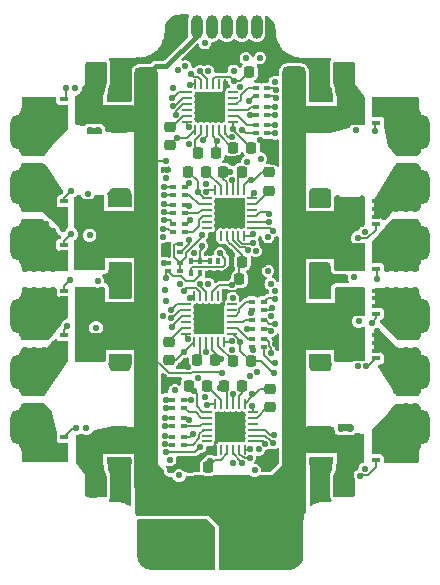
<source format=gbr>
%TF.GenerationSoftware,KiCad,Pcbnew,7.0.4*%
%TF.CreationDate,2023-05-25T14:45:12+03:00*%
%TF.ProjectId,fpv_findland_esc,6670765f-6669-46e6-946c-616e645f6573,Rev_0.2*%
%TF.SameCoordinates,Original*%
%TF.FileFunction,Copper,L6,Bot*%
%TF.FilePolarity,Positive*%
%FSLAX46Y46*%
G04 Gerber Fmt 4.6, Leading zero omitted, Abs format (unit mm)*
G04 Created by KiCad (PCBNEW 7.0.4) date 2023-05-25 14:45:12*
%MOMM*%
%LPD*%
G01*
G04 APERTURE LIST*
G04 Aperture macros list*
%AMRoundRect*
0 Rectangle with rounded corners*
0 $1 Rounding radius*
0 $2 $3 $4 $5 $6 $7 $8 $9 X,Y pos of 4 corners*
0 Add a 4 corners polygon primitive as box body*
4,1,4,$2,$3,$4,$5,$6,$7,$8,$9,$2,$3,0*
0 Add four circle primitives for the rounded corners*
1,1,$1+$1,$2,$3*
1,1,$1+$1,$4,$5*
1,1,$1+$1,$6,$7*
1,1,$1+$1,$8,$9*
0 Add four rect primitives between the rounded corners*
20,1,$1+$1,$2,$3,$4,$5,0*
20,1,$1+$1,$4,$5,$6,$7,0*
20,1,$1+$1,$6,$7,$8,$9,0*
20,1,$1+$1,$8,$9,$2,$3,0*%
%AMFreePoly0*
4,1,37,1.188536,0.403536,1.190000,0.400000,1.190000,-1.750000,1.188536,-1.753536,1.185000,-1.755000,0.765000,-1.755000,0.761464,-1.753536,0.760000,-1.750000,0.760000,-1.305000,0.540000,-1.305000,0.540000,-1.750000,0.538536,-1.753536,0.535000,-1.755000,0.115000,-1.755000,0.111464,-1.753536,0.110000,-1.750000,0.110000,-1.305000,-0.110000,-1.305000,-0.110000,-1.750000,-0.111464,-1.753536,
-0.115000,-1.755000,-0.535000,-1.755000,-0.538536,-1.753536,-0.540000,-1.750000,-0.540000,-1.305000,-0.760000,-1.305000,-0.760000,-1.750000,-0.761464,-1.753536,-0.765000,-1.755000,-1.185000,-1.755000,-1.188536,-1.753536,-1.190000,-1.750000,-1.190000,0.400000,-1.188536,0.403536,-1.185000,0.405000,1.185000,0.405000,1.188536,0.403536,1.188536,0.403536,$1*%
G04 Aperture macros list end*
%TA.AperFunction,ComponentPad*%
%ADD10C,1.000000*%
%TD*%
%TA.AperFunction,ComponentPad*%
%ADD11RoundRect,0.750000X-0.750000X0.750000X-0.750000X-0.750000X0.750000X-0.750000X0.750000X0.750000X0*%
%TD*%
%TA.AperFunction,ComponentPad*%
%ADD12RoundRect,0.750000X0.750000X-0.750000X0.750000X0.750000X-0.750000X0.750000X-0.750000X-0.750000X0*%
%TD*%
%TA.AperFunction,ComponentPad*%
%ADD13RoundRect,1.000000X-2.000000X-1.000000X2.000000X-1.000000X2.000000X1.000000X-2.000000X1.000000X0*%
%TD*%
%TA.AperFunction,ComponentPad*%
%ADD14O,1.000000X2.000000*%
%TD*%
%TA.AperFunction,SMDPad,CuDef*%
%ADD15RoundRect,0.225000X-0.225000X-0.250000X0.225000X-0.250000X0.225000X0.250000X-0.225000X0.250000X0*%
%TD*%
%TA.AperFunction,SMDPad,CuDef*%
%ADD16RoundRect,0.250000X0.650000X-0.325000X0.650000X0.325000X-0.650000X0.325000X-0.650000X-0.325000X0*%
%TD*%
%TA.AperFunction,SMDPad,CuDef*%
%ADD17R,0.500000X0.400000*%
%TD*%
%TA.AperFunction,SMDPad,CuDef*%
%ADD18RoundRect,0.225000X0.225000X0.250000X-0.225000X0.250000X-0.225000X-0.250000X0.225000X-0.250000X0*%
%TD*%
%TA.AperFunction,SMDPad,CuDef*%
%ADD19R,0.700000X0.420000*%
%TD*%
%TA.AperFunction,SMDPad,CuDef*%
%ADD20FreePoly0,270.000000*%
%TD*%
%TA.AperFunction,SMDPad,CuDef*%
%ADD21RoundRect,0.225000X0.250000X-0.225000X0.250000X0.225000X-0.250000X0.225000X-0.250000X-0.225000X0*%
%TD*%
%TA.AperFunction,SMDPad,CuDef*%
%ADD22RoundRect,0.062500X0.062500X-0.350000X0.062500X0.350000X-0.062500X0.350000X-0.062500X-0.350000X0*%
%TD*%
%TA.AperFunction,SMDPad,CuDef*%
%ADD23RoundRect,0.062500X0.350000X-0.062500X0.350000X0.062500X-0.350000X0.062500X-0.350000X-0.062500X0*%
%TD*%
%TA.AperFunction,SMDPad,CuDef*%
%ADD24R,2.600000X2.600000*%
%TD*%
%TA.AperFunction,SMDPad,CuDef*%
%ADD25RoundRect,0.062500X-0.062500X0.350000X-0.062500X-0.350000X0.062500X-0.350000X0.062500X0.350000X0*%
%TD*%
%TA.AperFunction,SMDPad,CuDef*%
%ADD26RoundRect,0.062500X-0.350000X0.062500X-0.350000X-0.062500X0.350000X-0.062500X0.350000X0.062500X0*%
%TD*%
%TA.AperFunction,SMDPad,CuDef*%
%ADD27RoundRect,0.250000X-0.325000X-0.650000X0.325000X-0.650000X0.325000X0.650000X-0.325000X0.650000X0*%
%TD*%
%TA.AperFunction,SMDPad,CuDef*%
%ADD28FreePoly0,90.000000*%
%TD*%
%TA.AperFunction,SMDPad,CuDef*%
%ADD29RoundRect,0.250000X-0.650000X0.325000X-0.650000X-0.325000X0.650000X-0.325000X0.650000X0.325000X0*%
%TD*%
%TA.AperFunction,SMDPad,CuDef*%
%ADD30RoundRect,0.225000X-0.250000X0.225000X-0.250000X-0.225000X0.250000X-0.225000X0.250000X0.225000X0*%
%TD*%
%TA.AperFunction,SMDPad,CuDef*%
%ADD31RoundRect,0.434782X0.565218X17.565218X-0.565218X17.565218X-0.565218X-17.565218X0.565218X-17.565218X0*%
%TD*%
%TA.AperFunction,SMDPad,CuDef*%
%ADD32R,0.400000X0.500000*%
%TD*%
%TA.AperFunction,SMDPad,CuDef*%
%ADD33RoundRect,0.250000X0.325000X0.650000X-0.325000X0.650000X-0.325000X-0.650000X0.325000X-0.650000X0*%
%TD*%
%TA.AperFunction,ViaPad*%
%ADD34C,0.550000*%
%TD*%
%TA.AperFunction,Conductor*%
%ADD35C,0.150000*%
%TD*%
%TA.AperFunction,Conductor*%
%ADD36C,0.400000*%
%TD*%
G04 APERTURE END LIST*
D10*
%TO.P,J7,1,Pin_1*%
%TO.N,/Motor3/MotorOutA*%
X152500000Y-71150000D03*
X151000000Y-71150000D03*
D11*
X151750000Y-71900000D03*
D10*
X152500000Y-72650000D03*
X151000000Y-72650000D03*
%TD*%
%TO.P,J4,1,Pin_1*%
%TO.N,/Motor2/MotorOutA*%
X120000000Y-61750000D03*
X118500000Y-61750000D03*
D11*
X119250000Y-62500000D03*
D10*
X120000000Y-63250000D03*
X118500000Y-63250000D03*
%TD*%
%TO.P,J8,1,Pin_1*%
%TO.N,/Motor3/MotorOutB*%
X152500000Y-66450000D03*
X151000000Y-66450000D03*
D11*
X151750000Y-67200000D03*
D10*
X152500000Y-67950000D03*
X151000000Y-67950000D03*
%TD*%
%TO.P,J12,1,Pin_1*%
%TO.N,/Motor4/MotorOutC*%
X151000000Y-78850000D03*
X152500000Y-78850000D03*
D12*
X151750000Y-78100000D03*
D10*
X151000000Y-77350000D03*
X152500000Y-77350000D03*
%TD*%
D13*
%TO.P,TP14,1,1*%
%TO.N,/VBAT*%
X139300000Y-97400000D03*
%TD*%
D10*
%TO.P,J5,1,Pin_1*%
%TO.N,/Motor2/MotorOutB*%
X120000000Y-66450000D03*
X118500000Y-66450000D03*
D11*
X119250000Y-67200000D03*
D10*
X120000000Y-67950000D03*
X118500000Y-67950000D03*
%TD*%
%TO.P,J9,1,Pin_1*%
%TO.N,/Motor3/MotorOutC*%
X152500000Y-61750000D03*
X151000000Y-61750000D03*
D11*
X151750000Y-62500000D03*
D10*
X152500000Y-63250000D03*
X151000000Y-63250000D03*
%TD*%
%TO.P,J11,1,Pin_1*%
%TO.N,/Motor4/MotorOutB*%
X151000000Y-83550000D03*
X152500000Y-83550000D03*
D12*
X151750000Y-82800000D03*
D10*
X151000000Y-82050000D03*
X152500000Y-82050000D03*
%TD*%
D13*
%TO.P,TP13,1,1*%
%TO.N,GND*%
X131700000Y-97400000D03*
%TD*%
D10*
%TO.P,J1,1,Pin_1*%
%TO.N,/Motor1/MotorOutA*%
X118500000Y-78850000D03*
X120000000Y-78850000D03*
D12*
X119250000Y-78100000D03*
D10*
X118500000Y-77350000D03*
X120000000Y-77350000D03*
%TD*%
%TO.P,J10,1,Pin_1*%
%TO.N,/Motor4/MotorOutA*%
X151000000Y-88250000D03*
X152500000Y-88250000D03*
D12*
X151750000Y-87500000D03*
D10*
X151000000Y-86750000D03*
X152500000Y-86750000D03*
%TD*%
%TO.P,J2,1,Pin_1*%
%TO.N,/Motor1/MotorOutB*%
X118500000Y-83550000D03*
X120000000Y-83550000D03*
D12*
X119250000Y-82800000D03*
D10*
X118500000Y-82050000D03*
X120000000Y-82050000D03*
%TD*%
D14*
%TO.P,J13,1,Pin_1*%
%TO.N,/M4*%
X138590000Y-53637500D03*
%TO.P,J13,2,Pin_2*%
%TO.N,/M3*%
X137320000Y-53637500D03*
%TO.P,J13,3,Pin_3*%
%TO.N,/M2*%
X136050000Y-53637500D03*
%TO.P,J13,4,Pin_4*%
%TO.N,/M1*%
X134780000Y-53637500D03*
%TO.P,J13,5,Pin_5*%
%TO.N,/VBAT*%
X133510000Y-53637500D03*
%TO.P,J13,6,Pin_6*%
%TO.N,GND*%
X132240000Y-53637500D03*
%TD*%
D10*
%TO.P,J6,1,Pin_1*%
%TO.N,/Motor2/MotorOutC*%
X120000000Y-71150000D03*
X118500000Y-71150000D03*
D11*
X119250000Y-71900000D03*
D10*
X120000000Y-72650000D03*
X118500000Y-72650000D03*
%TD*%
%TO.P,J3,1,Pin_1*%
%TO.N,/Motor1/MotorOutC*%
X118500000Y-88250000D03*
X120000000Y-88250000D03*
D12*
X119250000Y-87500000D03*
D10*
X118500000Y-86750000D03*
X120000000Y-86750000D03*
%TD*%
D15*
%TO.P,C12,1*%
%TO.N,/Motor2/MotorOutB*%
X135775000Y-65875000D03*
%TO.P,C12,2*%
%TO.N,Net-(U4-BSTB)*%
X137325000Y-65875000D03*
%TD*%
D16*
%TO.P,C45,1*%
%TO.N,/VBAT*%
X143975000Y-78250000D03*
%TO.P,C45,2*%
%TO.N,GND*%
X143975000Y-75650000D03*
%TD*%
D17*
%TO.P,RN11,1,R1.1*%
%TO.N,Net-(Q12-G)*%
X131525000Y-70975000D03*
%TO.P,RN11,2,R2.1*%
%TO.N,Net-(Q11-G)*%
X131525000Y-70275000D03*
%TO.P,RN11,3,R2.2*%
%TO.N,/Motor2/GHC*%
X132525000Y-70275000D03*
%TO.P,RN11,4,R1.2*%
%TO.N,/Motor2/GLC*%
X132525000Y-70975000D03*
%TD*%
D18*
%TO.P,C11,1*%
%TO.N,/5V*%
X134500000Y-90825000D03*
%TO.P,C11,2*%
%TO.N,GND*%
X132950000Y-90825000D03*
%TD*%
D19*
%TO.P,Q15,1,S*%
%TO.N,/Motor3/MotorOutB*%
X148687500Y-68375000D03*
%TO.P,Q15,2,S*%
X148687500Y-69025000D03*
%TO.P,Q15,3,S*%
X148687500Y-69675000D03*
%TO.P,Q15,4,G*%
%TO.N,Net-(Q15-G)*%
X148687500Y-70325000D03*
D20*
%TO.P,Q15,5,D*%
%TO.N,/VBAT*%
X147287500Y-69350000D03*
%TD*%
D21*
%TO.P,C26,1*%
%TO.N,/Motor4/MotorOutA*%
X131199503Y-81800000D03*
%TO.P,C26,2*%
%TO.N,Net-(U8-BSTA)*%
X131199503Y-80250000D03*
%TD*%
D18*
%TO.P,C21,1*%
%TO.N,/Motor3/MotorOutC*%
X138150000Y-63825000D03*
%TO.P,C21,2*%
%TO.N,Net-(U6-BSTC)*%
X136600000Y-63825000D03*
%TD*%
D22*
%TO.P,U2,1,INLA*%
%TO.N,/Motor1/ALOW*%
X137600000Y-89387500D03*
%TO.P,U2,2,INLB*%
%TO.N,/Motor1/BLOW*%
X137100000Y-89387500D03*
%TO.P,U2,3,INLC*%
%TO.N,/Motor1/CLOW*%
X136600000Y-89387500D03*
%TO.P,U2,4,VDD*%
%TO.N,/5V*%
X136100000Y-89387500D03*
%TO.P,U2,5,MODE*%
%TO.N,unconnected-(U2-MODE-Pad5)*%
X135600000Y-89387500D03*
%TO.P,U2,6,GND*%
%TO.N,GND*%
X135100000Y-89387500D03*
D23*
%TO.P,U2,7,NC*%
%TO.N,unconnected-(U2-NC-Pad7)*%
X134412500Y-88700000D03*
%TO.P,U2,8,NC*%
%TO.N,unconnected-(U2-NC-Pad8)*%
X134412500Y-88200000D03*
%TO.P,U2,9,GLC*%
%TO.N,/Motor1/GLC*%
X134412500Y-87700000D03*
%TO.P,U2,10,GLB*%
%TO.N,/Motor1/GLB*%
X134412500Y-87200000D03*
%TO.P,U2,11,GLA*%
%TO.N,/Motor1/GLA*%
X134412500Y-86700000D03*
%TO.P,U2,12,SHC*%
%TO.N,/Motor1/MotorOutC*%
X134412500Y-86200000D03*
D22*
%TO.P,U2,13,GHC*%
%TO.N,/Motor1/GHC*%
X135100000Y-85512500D03*
%TO.P,U2,14,BSTC*%
%TO.N,Net-(U2-BSTC)*%
X135600000Y-85512500D03*
%TO.P,U2,15,SHB*%
%TO.N,/Motor1/MotorOutB*%
X136100000Y-85512500D03*
%TO.P,U2,16,GHB*%
%TO.N,/Motor1/GHB*%
X136600000Y-85512500D03*
%TO.P,U2,17,BSTB*%
%TO.N,Net-(U2-BSTB)*%
X137100000Y-85512500D03*
%TO.P,U2,18,SHA*%
%TO.N,/Motor1/MotorOutA*%
X137600000Y-85512500D03*
D23*
%TO.P,U2,19,GHA*%
%TO.N,/Motor1/GHA*%
X138287500Y-86200000D03*
%TO.P,U2,20,BSTA*%
%TO.N,Net-(U2-BSTA)*%
X138287500Y-86700000D03*
%TO.P,U2,21,DT*%
%TO.N,unconnected-(U2-DT-Pad21)*%
X138287500Y-87200000D03*
%TO.P,U2,22,INHA*%
%TO.N,/Motor1/AHIGH*%
X138287500Y-87700000D03*
%TO.P,U2,23,INHB*%
%TO.N,/Motor1/BHIGH*%
X138287500Y-88200000D03*
%TO.P,U2,24,INHC*%
%TO.N,/Motor1/CHIGH*%
X138287500Y-88700000D03*
D24*
%TO.P,U2,25,GND*%
%TO.N,GND*%
X136350000Y-87450000D03*
%TD*%
D25*
%TO.P,U8,1,INLA*%
%TO.N,/Motor4/ALOW*%
X133300000Y-76387500D03*
%TO.P,U8,2,INLB*%
%TO.N,/Motor4/BLOW*%
X133800000Y-76387500D03*
%TO.P,U8,3,INLC*%
%TO.N,/Motor4/CLOW*%
X134300000Y-76387500D03*
%TO.P,U8,4,VDD*%
%TO.N,/5V*%
X134800000Y-76387500D03*
%TO.P,U8,5,MODE*%
%TO.N,unconnected-(U8-MODE-Pad5)*%
X135300000Y-76387500D03*
%TO.P,U8,6,GND*%
%TO.N,GND*%
X135800000Y-76387500D03*
D26*
%TO.P,U8,7,NC*%
%TO.N,unconnected-(U8-NC-Pad7)*%
X136487500Y-77075000D03*
%TO.P,U8,8,NC*%
%TO.N,unconnected-(U8-NC-Pad8)*%
X136487500Y-77575000D03*
%TO.P,U8,9,GLC*%
%TO.N,/Motor4/GLC*%
X136487500Y-78075000D03*
%TO.P,U8,10,GLB*%
%TO.N,/Motor4/GLB*%
X136487500Y-78575000D03*
%TO.P,U8,11,GLA*%
%TO.N,/Motor4/GLA*%
X136487500Y-79075000D03*
%TO.P,U8,12,SHC*%
%TO.N,/Motor4/MotorOutC*%
X136487500Y-79575000D03*
D25*
%TO.P,U8,13,GHC*%
%TO.N,/Motor4/GHC*%
X135800000Y-80262500D03*
%TO.P,U8,14,BSTC*%
%TO.N,Net-(U8-BSTC)*%
X135300000Y-80262500D03*
%TO.P,U8,15,SHB*%
%TO.N,/Motor4/MotorOutB*%
X134800000Y-80262500D03*
%TO.P,U8,16,GHB*%
%TO.N,/Motor4/GHB*%
X134300000Y-80262500D03*
%TO.P,U8,17,BSTB*%
%TO.N,Net-(U8-BSTB)*%
X133800000Y-80262500D03*
%TO.P,U8,18,SHA*%
%TO.N,/Motor4/MotorOutA*%
X133300000Y-80262500D03*
D26*
%TO.P,U8,19,GHA*%
%TO.N,/Motor4/GHA*%
X132612500Y-79575000D03*
%TO.P,U8,20,BSTA*%
%TO.N,Net-(U8-BSTA)*%
X132612500Y-79075000D03*
%TO.P,U8,21,DT*%
%TO.N,unconnected-(U8-DT-Pad21)*%
X132612500Y-78575000D03*
%TO.P,U8,22,INHA*%
%TO.N,/Motor4/AHIGH*%
X132612500Y-78075000D03*
%TO.P,U8,23,INHB*%
%TO.N,/Motor4/BHIGH*%
X132612500Y-77575000D03*
%TO.P,U8,24,INHC*%
%TO.N,/Motor4/CHIGH*%
X132612500Y-77075000D03*
D24*
%TO.P,U8,25,GND*%
%TO.N,GND*%
X134550000Y-78325000D03*
%TD*%
D17*
%TO.P,RN3,1,R1.1*%
%TO.N,Net-(Q6-G)*%
X131450000Y-89000000D03*
%TO.P,RN3,2,R2.1*%
%TO.N,Net-(Q5-G)*%
X131450000Y-88300000D03*
%TO.P,RN3,3,R2.2*%
%TO.N,/Motor1/GHC*%
X132450000Y-88300000D03*
%TO.P,RN3,4,R1.2*%
%TO.N,/Motor1/GLC*%
X132450000Y-89000000D03*
%TD*%
D18*
%TO.P,C28,1*%
%TO.N,/Motor4/MotorOutC*%
X138099503Y-81900000D03*
%TO.P,C28,2*%
%TO.N,Net-(U8-BSTC)*%
X136549503Y-81900000D03*
%TD*%
D19*
%TO.P,Q21,1,S*%
%TO.N,/Motor4/MotorOutB*%
X148700000Y-79725000D03*
%TO.P,Q21,2,S*%
X148700000Y-80375000D03*
%TO.P,Q21,3,S*%
X148700000Y-81025000D03*
%TO.P,Q21,4,G*%
%TO.N,Net-(Q21-G)*%
X148700000Y-81675000D03*
D20*
%TO.P,Q21,5,D*%
%TO.N,/VBAT*%
X147300000Y-80700000D03*
%TD*%
D19*
%TO.P,Q23,1,S*%
%TO.N,/Motor4/MotorOutC*%
X148712500Y-75925000D03*
%TO.P,Q23,2,S*%
X148712500Y-76575000D03*
%TO.P,Q23,3,S*%
X148712500Y-77225000D03*
%TO.P,Q23,4,G*%
%TO.N,Net-(Q23-G)*%
X148712500Y-77875000D03*
D20*
%TO.P,Q23,5,D*%
%TO.N,/VBAT*%
X147312500Y-76900000D03*
%TD*%
D27*
%TO.P,C37,1*%
%TO.N,/VBAT*%
X124650000Y-57550000D03*
%TO.P,C37,2*%
%TO.N,GND*%
X127250000Y-57550000D03*
%TD*%
%TO.P,C67,1*%
%TO.N,/VBAT*%
X124775000Y-92525000D03*
%TO.P,C67,2*%
%TO.N,GND*%
X127375000Y-92525000D03*
%TD*%
D19*
%TO.P,Q13,1,S*%
%TO.N,/Motor3/MotorOutA*%
X148712500Y-72125000D03*
%TO.P,Q13,2,S*%
X148712500Y-72775000D03*
%TO.P,Q13,3,S*%
X148712500Y-73425000D03*
%TO.P,Q13,4,G*%
%TO.N,Net-(Q13-G)*%
X148712500Y-74075000D03*
D20*
%TO.P,Q13,5,D*%
%TO.N,/VBAT*%
X147312500Y-73100000D03*
%TD*%
D19*
%TO.P,Q3,1,S*%
%TO.N,/Motor1/MotorOutB*%
X122300000Y-81675000D03*
%TO.P,Q3,2,S*%
X122300000Y-81025000D03*
%TO.P,Q3,3,S*%
X122300000Y-80375000D03*
%TO.P,Q3,4,G*%
%TO.N,Net-(Q3-G)*%
X122300000Y-79725000D03*
D28*
%TO.P,Q3,5,D*%
%TO.N,/VBAT*%
X123700000Y-80700000D03*
%TD*%
D15*
%TO.P,C24,1*%
%TO.N,/5V*%
X137125000Y-74950000D03*
%TO.P,C24,2*%
%TO.N,GND*%
X138675000Y-74950000D03*
%TD*%
D29*
%TO.P,C65,1*%
%TO.N,/VBAT*%
X126900000Y-88025000D03*
%TO.P,C65,2*%
%TO.N,GND*%
X126900000Y-90625000D03*
%TD*%
%TO.P,C61,1*%
%TO.N,/VBAT*%
X127025000Y-71750000D03*
%TO.P,C61,2*%
%TO.N,GND*%
X127025000Y-74350000D03*
%TD*%
D16*
%TO.P,C69,1*%
%TO.N,/VBAT*%
X144050000Y-61950000D03*
%TO.P,C69,2*%
%TO.N,GND*%
X144050000Y-59350000D03*
%TD*%
D19*
%TO.P,Q11,1,S*%
%TO.N,/Motor2/MotorOutC*%
X122287500Y-74000000D03*
%TO.P,Q11,2,S*%
X122287500Y-73350000D03*
%TO.P,Q11,3,S*%
X122287500Y-72700000D03*
%TO.P,Q11,4,G*%
%TO.N,Net-(Q11-G)*%
X122287500Y-72050000D03*
D28*
%TO.P,Q11,5,D*%
%TO.N,/VBAT*%
X123687500Y-73025000D03*
%TD*%
D29*
%TO.P,C60,1*%
%TO.N,/VBAT*%
X127025000Y-79550000D03*
%TO.P,C60,2*%
%TO.N,GND*%
X127025000Y-82150000D03*
%TD*%
%TO.P,C54,1*%
%TO.N,/VBAT*%
X144075000Y-88025000D03*
%TO.P,C54,2*%
%TO.N,GND*%
X144075000Y-90625000D03*
%TD*%
D19*
%TO.P,Q9,1,S*%
%TO.N,/Motor2/MotorOutB*%
X122300000Y-70325000D03*
%TO.P,Q9,2,S*%
X122300000Y-69675000D03*
%TO.P,Q9,3,S*%
X122300000Y-69025000D03*
%TO.P,Q9,4,G*%
%TO.N,Net-(Q9-G)*%
X122300000Y-68375000D03*
D28*
%TO.P,Q9,5,D*%
%TO.N,/VBAT*%
X123700000Y-69350000D03*
%TD*%
D17*
%TO.P,RN16,1,R1.1*%
%TO.N,/Motor2/BEMFB_1*%
X132100000Y-73600000D03*
%TO.P,RN16,2,R2.1*%
X132100000Y-74300000D03*
%TO.P,RN16,3,R2.2*%
%TO.N,/Motor2/BEMF_COMMON*%
X131100000Y-74300000D03*
%TO.P,RN16,4,R1.2*%
%TO.N,/Motor2/MotorOutB*%
X131100000Y-73600000D03*
%TD*%
D30*
%TO.P,C3,1*%
%TO.N,/Motor1/MotorOutA*%
X139700000Y-84275000D03*
%TO.P,C3,2*%
%TO.N,Net-(U2-BSTA)*%
X139700000Y-85825000D03*
%TD*%
D18*
%TO.P,C20,1*%
%TO.N,/Motor3/MotorOutB*%
X135175000Y-64275000D03*
%TO.P,C20,2*%
%TO.N,Net-(U6-BSTB)*%
X133625000Y-64275000D03*
%TD*%
D17*
%TO.P,RN25,1,R1.1*%
%TO.N,Net-(Q20-G)*%
X139174503Y-80025000D03*
%TO.P,RN25,2,R2.1*%
%TO.N,Net-(Q19-G)*%
X139174503Y-80725000D03*
%TO.P,RN25,3,R2.2*%
%TO.N,/Motor4/GHA*%
X138174503Y-80725000D03*
%TO.P,RN25,4,R1.2*%
%TO.N,/Motor4/GLA*%
X138174503Y-80025000D03*
%TD*%
%TO.P,RN15,1,R1.1*%
%TO.N,/Motor2/BEMFB_1*%
X132100000Y-72000000D03*
%TO.P,RN15,2,R2.1*%
%TO.N,/Motor2/BEMFA_1*%
X132100000Y-72700000D03*
%TO.P,RN15,3,R2.2*%
%TO.N,GND*%
X131100000Y-72700000D03*
%TO.P,RN15,4,R1.2*%
X131100000Y-72000000D03*
%TD*%
D31*
%TO.P,TP10,1,1*%
%TO.N,/VBAT*%
X129250000Y-75000000D03*
%TD*%
D17*
%TO.P,RN10,1,R1.1*%
%TO.N,Net-(Q10-G)*%
X131525000Y-69400000D03*
%TO.P,RN10,2,R2.1*%
%TO.N,Net-(Q9-G)*%
X131525000Y-68700000D03*
%TO.P,RN10,3,R2.2*%
%TO.N,/Motor2/GHB*%
X132525000Y-68700000D03*
%TO.P,RN10,4,R1.2*%
%TO.N,/Motor2/GLB*%
X132525000Y-69400000D03*
%TD*%
D32*
%TO.P,RN13,1,R1.1*%
%TO.N,/Motor2/BEMFC_1*%
X134650000Y-73425000D03*
%TO.P,RN13,2,R2.1*%
%TO.N,unconnected-(RN13-R2.1-Pad2)*%
X135350000Y-73425000D03*
%TO.P,RN13,3,R2.2*%
%TO.N,GND*%
X135350000Y-74425000D03*
%TO.P,RN13,4,R1.2*%
X134650000Y-74425000D03*
%TD*%
D15*
%TO.P,C2,1*%
%TO.N,/Motor1/MotorOutB*%
X135825000Y-84000000D03*
%TO.P,C2,2*%
%TO.N,Net-(U2-BSTB)*%
X137375000Y-84000000D03*
%TD*%
D16*
%TO.P,C62,1*%
%TO.N,/VBAT*%
X127025000Y-70450000D03*
%TO.P,C62,2*%
%TO.N,GND*%
X127025000Y-67850000D03*
%TD*%
D32*
%TO.P,RN12,1,R1.1*%
%TO.N,/Motor2/BEMFC_1*%
X133075000Y-73425000D03*
%TO.P,RN12,2,R2.1*%
X133775000Y-73425000D03*
%TO.P,RN12,3,R2.2*%
%TO.N,/Motor2/BEMF_COMMON*%
X133775000Y-74425000D03*
%TO.P,RN12,4,R1.2*%
%TO.N,/Motor2/MotorOutC*%
X133075000Y-74425000D03*
%TD*%
D15*
%TO.P,C10,1*%
%TO.N,/Motor1/MotorOutC*%
X132850000Y-83975000D03*
%TO.P,C10,2*%
%TO.N,Net-(U2-BSTC)*%
X134400000Y-83975000D03*
%TD*%
D19*
%TO.P,Q2,1,S*%
%TO.N,/Motor1/MotorOutA*%
X122300000Y-77875000D03*
%TO.P,Q2,2,S*%
X122300000Y-77225000D03*
%TO.P,Q2,3,S*%
X122300000Y-76575000D03*
%TO.P,Q2,4,G*%
%TO.N,Net-(Q2-G)*%
X122300000Y-75925000D03*
D28*
%TO.P,Q2,5,D*%
%TO.N,/VBAT*%
X123700000Y-76900000D03*
%TD*%
D17*
%TO.P,RN9,1,R1.1*%
%TO.N,Net-(Q8-G)*%
X131525000Y-67825000D03*
%TO.P,RN9,2,R2.1*%
%TO.N,Net-(Q7-G)*%
X131525000Y-67125000D03*
%TO.P,RN9,3,R2.2*%
%TO.N,/Motor2/GHA*%
X132525000Y-67125000D03*
%TO.P,RN9,4,R1.2*%
%TO.N,/Motor2/GLA*%
X132525000Y-67825000D03*
%TD*%
D19*
%TO.P,Q5,1,S*%
%TO.N,/Motor1/MotorOutC*%
X122300000Y-90275000D03*
%TO.P,Q5,2,S*%
X122300000Y-89625000D03*
%TO.P,Q5,3,S*%
X122300000Y-88975000D03*
%TO.P,Q5,4,G*%
%TO.N,Net-(Q5-G)*%
X122300000Y-88325000D03*
D28*
%TO.P,Q5,5,D*%
%TO.N,/VBAT*%
X123700000Y-89300000D03*
%TD*%
D21*
%TO.P,C19,1*%
%TO.N,/Motor3/MotorOutA*%
X131250000Y-63625000D03*
%TO.P,C19,2*%
%TO.N,Net-(U6-BSTA)*%
X131250000Y-62075000D03*
%TD*%
D30*
%TO.P,C9,1*%
%TO.N,/Motor2/MotorOutA*%
X139650000Y-65925000D03*
%TO.P,C9,2*%
%TO.N,Net-(U4-BSTA)*%
X139650000Y-67475000D03*
%TD*%
D18*
%TO.P,C27,1*%
%TO.N,/Motor4/MotorOutB*%
X135099503Y-81775000D03*
%TO.P,C27,2*%
%TO.N,Net-(U8-BSTB)*%
X133549503Y-81775000D03*
%TD*%
D16*
%TO.P,C39,1*%
%TO.N,/VBAT*%
X126925000Y-61975000D03*
%TO.P,C39,2*%
%TO.N,GND*%
X126925000Y-59375000D03*
%TD*%
D15*
%TO.P,C14,1*%
%TO.N,/Motor2/MotorOutC*%
X132775000Y-65875000D03*
%TO.P,C14,2*%
%TO.N,Net-(U4-BSTC)*%
X134325000Y-65875000D03*
%TD*%
%TO.P,C7,1*%
%TO.N,/5V*%
X137375000Y-73475000D03*
%TO.P,C7,2*%
%TO.N,GND*%
X138925000Y-73475000D03*
%TD*%
D17*
%TO.P,RN18,1,R1.1*%
%TO.N,Net-(Q16-G)*%
X139500000Y-60350000D03*
%TO.P,RN18,2,R2.1*%
%TO.N,Net-(Q15-G)*%
X139500000Y-61050000D03*
%TO.P,RN18,3,R2.2*%
%TO.N,/Motor3/GHB*%
X138500000Y-61050000D03*
%TO.P,RN18,4,R1.2*%
%TO.N,/Motor3/GLB*%
X138500000Y-60350000D03*
%TD*%
D16*
%TO.P,C59,1*%
%TO.N,/VBAT*%
X127025000Y-78250000D03*
%TO.P,C59,2*%
%TO.N,GND*%
X127025000Y-75650000D03*
%TD*%
D17*
%TO.P,RN2,1,R1.1*%
%TO.N,Net-(Q4-G)*%
X131450000Y-87425000D03*
%TO.P,RN2,2,R2.1*%
%TO.N,Net-(Q3-G)*%
X131450000Y-86725000D03*
%TO.P,RN2,3,R2.2*%
%TO.N,/Motor1/GHB*%
X132450000Y-86725000D03*
%TO.P,RN2,4,R1.2*%
%TO.N,/Motor1/GLB*%
X132450000Y-87425000D03*
%TD*%
%TO.P,RN27,1,R1.1*%
%TO.N,Net-(Q24-G)*%
X139174503Y-76875000D03*
%TO.P,RN27,2,R2.1*%
%TO.N,Net-(Q23-G)*%
X139174503Y-77575000D03*
%TO.P,RN27,3,R2.2*%
%TO.N,/Motor4/GHC*%
X138174503Y-77575000D03*
%TO.P,RN27,4,R1.2*%
%TO.N,/Motor4/GLC*%
X138174503Y-76875000D03*
%TD*%
D31*
%TO.P,TP9,1,1*%
%TO.N,/VBAT*%
X141750000Y-74950000D03*
%TD*%
D17*
%TO.P,RN26,1,R1.1*%
%TO.N,Net-(Q22-G)*%
X139174503Y-78450000D03*
%TO.P,RN26,2,R2.1*%
%TO.N,Net-(Q21-G)*%
X139174503Y-79150000D03*
%TO.P,RN26,3,R2.2*%
%TO.N,/Motor4/GHB*%
X138174503Y-79150000D03*
%TO.P,RN26,4,R1.2*%
%TO.N,/Motor4/GLB*%
X138174503Y-78450000D03*
%TD*%
D33*
%TO.P,C70,1*%
%TO.N,/VBAT*%
X146325000Y-57600000D03*
%TO.P,C70,2*%
%TO.N,GND*%
X143725000Y-57600000D03*
%TD*%
D17*
%TO.P,RN17,1,R1.1*%
%TO.N,Net-(Q14-G)*%
X139500000Y-61925000D03*
%TO.P,RN17,2,R2.1*%
%TO.N,Net-(Q13-G)*%
X139500000Y-62625000D03*
%TO.P,RN17,3,R2.2*%
%TO.N,/Motor3/GHA*%
X138500000Y-62625000D03*
%TO.P,RN17,4,R1.2*%
%TO.N,/Motor3/GLA*%
X138500000Y-61925000D03*
%TD*%
D25*
%TO.P,U6,1,INLA*%
%TO.N,/Motor3/ALOW*%
X133375000Y-58462500D03*
%TO.P,U6,2,INLB*%
%TO.N,/Motor3/BLOW*%
X133875000Y-58462500D03*
%TO.P,U6,3,INLC*%
%TO.N,/Motor3/CLOW*%
X134375000Y-58462500D03*
%TO.P,U6,4,VDD*%
%TO.N,/5V*%
X134875000Y-58462500D03*
%TO.P,U6,5,MODE*%
%TO.N,unconnected-(U6-MODE-Pad5)*%
X135375000Y-58462500D03*
%TO.P,U6,6,GND*%
%TO.N,GND*%
X135875000Y-58462500D03*
D26*
%TO.P,U6,7,NC*%
%TO.N,unconnected-(U6-NC-Pad7)*%
X136562500Y-59150000D03*
%TO.P,U6,8,NC*%
%TO.N,unconnected-(U6-NC-Pad8)*%
X136562500Y-59650000D03*
%TO.P,U6,9,GLC*%
%TO.N,/Motor3/GLC*%
X136562500Y-60150000D03*
%TO.P,U6,10,GLB*%
%TO.N,/Motor3/GLB*%
X136562500Y-60650000D03*
%TO.P,U6,11,GLA*%
%TO.N,/Motor3/GLA*%
X136562500Y-61150000D03*
%TO.P,U6,12,SHC*%
%TO.N,/Motor3/MotorOutC*%
X136562500Y-61650000D03*
D25*
%TO.P,U6,13,GHC*%
%TO.N,/Motor3/GHC*%
X135875000Y-62337500D03*
%TO.P,U6,14,BSTC*%
%TO.N,Net-(U6-BSTC)*%
X135375000Y-62337500D03*
%TO.P,U6,15,SHB*%
%TO.N,/Motor3/MotorOutB*%
X134875000Y-62337500D03*
%TO.P,U6,16,GHB*%
%TO.N,/Motor3/GHB*%
X134375000Y-62337500D03*
%TO.P,U6,17,BSTB*%
%TO.N,Net-(U6-BSTB)*%
X133875000Y-62337500D03*
%TO.P,U6,18,SHA*%
%TO.N,/Motor3/MotorOutA*%
X133375000Y-62337500D03*
D26*
%TO.P,U6,19,GHA*%
%TO.N,/Motor3/GHA*%
X132687500Y-61650000D03*
%TO.P,U6,20,BSTA*%
%TO.N,Net-(U6-BSTA)*%
X132687500Y-61150000D03*
%TO.P,U6,21,DT*%
%TO.N,unconnected-(U6-DT-Pad21)*%
X132687500Y-60650000D03*
%TO.P,U6,22,INHA*%
%TO.N,/Motor3/AHIGH*%
X132687500Y-60150000D03*
%TO.P,U6,23,INHB*%
%TO.N,/Motor3/BHIGH*%
X132687500Y-59650000D03*
%TO.P,U6,24,INHC*%
%TO.N,/Motor3/CHIGH*%
X132687500Y-59150000D03*
D24*
%TO.P,U6,25,GND*%
%TO.N,GND*%
X134625000Y-60400000D03*
%TD*%
D19*
%TO.P,Q19,1,S*%
%TO.N,/Motor4/MotorOutA*%
X148687500Y-88325000D03*
%TO.P,Q19,2,S*%
X148687500Y-88975000D03*
%TO.P,Q19,3,S*%
X148687500Y-89625000D03*
%TO.P,Q19,4,G*%
%TO.N,Net-(Q19-G)*%
X148687500Y-90275000D03*
D20*
%TO.P,Q19,5,D*%
%TO.N,/VBAT*%
X147287500Y-89300000D03*
%TD*%
D17*
%TO.P,RN1,1,R1.1*%
%TO.N,Net-(Q1-G)*%
X131450000Y-85850000D03*
%TO.P,RN1,2,R2.1*%
%TO.N,Net-(Q2-G)*%
X131450000Y-85150000D03*
%TO.P,RN1,3,R2.2*%
%TO.N,/Motor1/GHA*%
X132450000Y-85150000D03*
%TO.P,RN1,4,R1.2*%
%TO.N,/Motor1/GLA*%
X132450000Y-85850000D03*
%TD*%
%TO.P,RN19,1,R1.1*%
%TO.N,Net-(Q18-G)*%
X139500000Y-58775000D03*
%TO.P,RN19,2,R2.1*%
%TO.N,Net-(Q17-G)*%
X139500000Y-59475000D03*
%TO.P,RN19,3,R2.2*%
%TO.N,/Motor3/GHC*%
X138500000Y-59475000D03*
%TO.P,RN19,4,R1.2*%
%TO.N,/Motor3/GLC*%
X138500000Y-58775000D03*
%TD*%
D19*
%TO.P,Q17,1,S*%
%TO.N,/Motor3/MotorOutC*%
X148737500Y-59750000D03*
%TO.P,Q17,2,S*%
X148737500Y-60400000D03*
%TO.P,Q17,3,S*%
X148737500Y-61050000D03*
%TO.P,Q17,4,G*%
%TO.N,Net-(Q17-G)*%
X148737500Y-61700000D03*
D20*
%TO.P,Q17,5,D*%
%TO.N,/VBAT*%
X147337500Y-60725000D03*
%TD*%
D16*
%TO.P,C47,1*%
%TO.N,/VBAT*%
X143975000Y-70450000D03*
%TO.P,C47,2*%
%TO.N,GND*%
X143975000Y-67850000D03*
%TD*%
D33*
%TO.P,C66,1*%
%TO.N,/VBAT*%
X146300000Y-92450000D03*
%TO.P,C66,2*%
%TO.N,GND*%
X143700000Y-92450000D03*
%TD*%
D22*
%TO.P,U4,1,INLA*%
%TO.N,/Motor2/ALOW*%
X137550000Y-71312500D03*
%TO.P,U4,2,INLB*%
%TO.N,/Motor2/BLOW*%
X137050000Y-71312500D03*
%TO.P,U4,3,INLC*%
%TO.N,/Motor2/CLOW*%
X136550000Y-71312500D03*
%TO.P,U4,4,VDD*%
%TO.N,/5V*%
X136050000Y-71312500D03*
%TO.P,U4,5,MODE*%
%TO.N,unconnected-(U4-MODE-Pad5)*%
X135550000Y-71312500D03*
%TO.P,U4,6,GND*%
%TO.N,GND*%
X135050000Y-71312500D03*
D23*
%TO.P,U4,7,NC*%
%TO.N,unconnected-(U4-NC-Pad7)*%
X134362500Y-70625000D03*
%TO.P,U4,8,NC*%
%TO.N,unconnected-(U4-NC-Pad8)*%
X134362500Y-70125000D03*
%TO.P,U4,9,GLC*%
%TO.N,/Motor2/GLC*%
X134362500Y-69625000D03*
%TO.P,U4,10,GLB*%
%TO.N,/Motor2/GLB*%
X134362500Y-69125000D03*
%TO.P,U4,11,GLA*%
%TO.N,/Motor2/GLA*%
X134362500Y-68625000D03*
%TO.P,U4,12,SHC*%
%TO.N,/Motor2/MotorOutC*%
X134362500Y-68125000D03*
D22*
%TO.P,U4,13,GHC*%
%TO.N,/Motor2/GHC*%
X135050000Y-67437500D03*
%TO.P,U4,14,BSTC*%
%TO.N,Net-(U4-BSTC)*%
X135550000Y-67437500D03*
%TO.P,U4,15,SHB*%
%TO.N,/Motor2/MotorOutB*%
X136050000Y-67437500D03*
%TO.P,U4,16,GHB*%
%TO.N,/Motor2/GHB*%
X136550000Y-67437500D03*
%TO.P,U4,17,BSTB*%
%TO.N,Net-(U4-BSTB)*%
X137050000Y-67437500D03*
%TO.P,U4,18,SHA*%
%TO.N,/Motor2/MotorOutA*%
X137550000Y-67437500D03*
D23*
%TO.P,U4,19,GHA*%
%TO.N,/Motor2/GHA*%
X138237500Y-68125000D03*
%TO.P,U4,20,BSTA*%
%TO.N,Net-(U4-BSTA)*%
X138237500Y-68625000D03*
%TO.P,U4,21,DT*%
%TO.N,unconnected-(U4-DT-Pad21)*%
X138237500Y-69125000D03*
%TO.P,U4,22,INHA*%
%TO.N,/Motor2/AHIGH*%
X138237500Y-69625000D03*
%TO.P,U4,23,INHB*%
%TO.N,/Motor2/BHIGH*%
X138237500Y-70125000D03*
%TO.P,U4,24,INHC*%
%TO.N,/Motor2/CHIGH*%
X138237500Y-70625000D03*
D24*
%TO.P,U4,25,GND*%
%TO.N,GND*%
X136300000Y-69375000D03*
%TD*%
D29*
%TO.P,C46,1*%
%TO.N,/VBAT*%
X143975000Y-71750000D03*
%TO.P,C46,2*%
%TO.N,GND*%
X143975000Y-74350000D03*
%TD*%
D15*
%TO.P,C17,1*%
%TO.N,/5V*%
X137975000Y-57425000D03*
%TO.P,C17,2*%
%TO.N,GND*%
X139525000Y-57425000D03*
%TD*%
D29*
%TO.P,C44,1*%
%TO.N,/VBAT*%
X143975000Y-79550000D03*
%TO.P,C44,2*%
%TO.N,GND*%
X143975000Y-82150000D03*
%TD*%
D19*
%TO.P,Q7,1,S*%
%TO.N,/Motor2/MotorOutA*%
X122275000Y-61650000D03*
%TO.P,Q7,2,S*%
X122275000Y-61000000D03*
%TO.P,Q7,3,S*%
X122275000Y-60350000D03*
%TO.P,Q7,4,G*%
%TO.N,Net-(Q7-G)*%
X122275000Y-59700000D03*
D28*
%TO.P,Q7,5,D*%
%TO.N,/VBAT*%
X123675000Y-60675000D03*
%TD*%
D34*
%TO.N,GND*%
X134150000Y-97675000D03*
X133550000Y-98325000D03*
X138916052Y-63215676D03*
X130900000Y-72700000D03*
X135525000Y-77425000D03*
X144600000Y-67550000D03*
X136175000Y-86575000D03*
X131300000Y-91125000D03*
X127025000Y-81850000D03*
X140149003Y-80413160D03*
X127025000Y-68150500D03*
X140600000Y-56100000D03*
X144050000Y-59050000D03*
X133550000Y-96450000D03*
X124500000Y-62325000D03*
X130850000Y-75875000D03*
X134225000Y-60350000D03*
X136175000Y-88300000D03*
X127025000Y-75350000D03*
X143975000Y-81850000D03*
X139900000Y-55050000D03*
X144075000Y-90925000D03*
X127675000Y-92525000D03*
X125200000Y-62325000D03*
X127650000Y-75950000D03*
X133550000Y-97675000D03*
X133550000Y-98925000D03*
X129875000Y-95800000D03*
X127650000Y-74650000D03*
X129875000Y-97050000D03*
X143975000Y-74650000D03*
X127550000Y-59075000D03*
X139875000Y-65025000D03*
X143425000Y-59050000D03*
X135525000Y-78325000D03*
X139175000Y-90925000D03*
X127025000Y-67550000D03*
X144000000Y-93075000D03*
X144675000Y-59650000D03*
X126925000Y-59675000D03*
X129930408Y-56083415D03*
X126275000Y-90325000D03*
X133550000Y-95800000D03*
X127675000Y-91900000D03*
X127550000Y-57550000D03*
X134150000Y-96425000D03*
X136250000Y-64800000D03*
X132814926Y-82427719D03*
X140200000Y-73850000D03*
X144050000Y-59650000D03*
X135725000Y-70250000D03*
X129275000Y-96450000D03*
X127650000Y-82450000D03*
X126950000Y-57550000D03*
X139750000Y-53425000D03*
X126300000Y-59675000D03*
X134150000Y-98300000D03*
X133304851Y-72751549D03*
X129275000Y-98925000D03*
X143425000Y-57600000D03*
X144025000Y-58225000D03*
X144600000Y-81850000D03*
X143425000Y-59650000D03*
X129275000Y-97675000D03*
X127025000Y-75950000D03*
X144700000Y-90325000D03*
X143425000Y-56975000D03*
X136650000Y-68525000D03*
X135100000Y-55600000D03*
X143350000Y-75950000D03*
X140150000Y-72175000D03*
X134150000Y-95800000D03*
X143350000Y-67550000D03*
X142900000Y-56500000D03*
X127650000Y-81850000D03*
X129275000Y-98325000D03*
X127550000Y-56925000D03*
X135725000Y-68525000D03*
X127025000Y-74050000D03*
X131000000Y-65700000D03*
X126950000Y-58175000D03*
X137100000Y-87400000D03*
X143975000Y-82450000D03*
X137100000Y-86575000D03*
X144000000Y-92450000D03*
X133850000Y-78350000D03*
X127550000Y-58175000D03*
X143350000Y-82450000D03*
X144025000Y-56975000D03*
X144700000Y-90925000D03*
X136300000Y-72650000D03*
X126400000Y-81850000D03*
X143425000Y-58225000D03*
X143400000Y-92450000D03*
X144600000Y-74050000D03*
X126300000Y-59075000D03*
X131277911Y-83788804D03*
X127650000Y-68150000D03*
X143400000Y-91825000D03*
X130900000Y-55450000D03*
X127075000Y-91900000D03*
X126400000Y-74050000D03*
X134225000Y-61250000D03*
X127025000Y-82450000D03*
X138000000Y-83150000D03*
X130674500Y-78075000D03*
X131910150Y-57231529D03*
X129875000Y-96425000D03*
X127550000Y-59675000D03*
X139450000Y-72525000D03*
X129875000Y-98925000D03*
X134625000Y-77400000D03*
X135725000Y-69350000D03*
X140000000Y-90325000D03*
X126950000Y-56925000D03*
X132250000Y-82250000D03*
X145750000Y-87675000D03*
X138646800Y-82853200D03*
X143350000Y-74650000D03*
X127525000Y-90325000D03*
X129875000Y-97675000D03*
X127675000Y-93150000D03*
X127075000Y-92550000D03*
X137075000Y-88300000D03*
X144675000Y-59050000D03*
X133550000Y-97050000D03*
X129275000Y-97050000D03*
X143975000Y-68150000D03*
X126400000Y-75950000D03*
X129275000Y-95800000D03*
X144000000Y-91825000D03*
X127650000Y-67550000D03*
X131300000Y-53325000D03*
X126400000Y-75350000D03*
X146475000Y-87675000D03*
X143975000Y-67550000D03*
X135150000Y-59525000D03*
X127525000Y-90925000D03*
X144600000Y-74650000D03*
X138975000Y-55250000D03*
X144600000Y-82450000D03*
X140225000Y-57475000D03*
X134625000Y-79075500D03*
X144600000Y-68150000D03*
X137050000Y-64725000D03*
X143350000Y-68150000D03*
X143975000Y-75350000D03*
X126400000Y-82450000D03*
X136650000Y-69350000D03*
X136625000Y-70250000D03*
X133850000Y-77400000D03*
X143975000Y-74050000D03*
X126400000Y-74650000D03*
X126900000Y-90925000D03*
X127050000Y-74650000D03*
X135125000Y-61250000D03*
X136175000Y-87400000D03*
X143350000Y-75350000D03*
X143450000Y-90925000D03*
X127650000Y-74050000D03*
X134150000Y-97050000D03*
X131250000Y-54400000D03*
X144600000Y-75950000D03*
X143350000Y-74050000D03*
X126925000Y-59075000D03*
X141475000Y-56350000D03*
X143350000Y-81850000D03*
X143975000Y-75950000D03*
X126400000Y-68150000D03*
X127075000Y-93150000D03*
X134625000Y-78325000D03*
X128525000Y-56425000D03*
X137101760Y-76058885D03*
X126400000Y-67550000D03*
X126900000Y-90325000D03*
X134650000Y-72749500D03*
X144075000Y-90325000D03*
X134150000Y-98925000D03*
X130755746Y-83244254D03*
X135150000Y-60350000D03*
X126275000Y-90925000D03*
X143400000Y-93075000D03*
X129875000Y-98300000D03*
X144025000Y-57600000D03*
X134225000Y-59525000D03*
X143450000Y-90325000D03*
X144600000Y-75350000D03*
X139850000Y-56375000D03*
X127650000Y-75350000D03*
%TO.N,/Motor1/BEMF_COMMON*%
X130950000Y-89625000D03*
X133808012Y-89177717D03*
%TO.N,/Motor1/V_SENSE*%
X136600000Y-90500000D03*
%TO.N,/Motor1/CLOW*%
X137378231Y-90557769D03*
%TO.N,/Motor1/BLOW*%
X138006503Y-90082220D03*
%TO.N,/Motor1/MotorOutA*%
X122200000Y-76900000D03*
X120775000Y-79700000D03*
X119000000Y-75900000D03*
X121375000Y-76700000D03*
X122200000Y-77550000D03*
X120675000Y-76600000D03*
X121375000Y-79100000D03*
X120575000Y-75900000D03*
X119000000Y-79900000D03*
X119775000Y-75900000D03*
X131262827Y-90250654D03*
X121375000Y-77500000D03*
X119775000Y-79900000D03*
X121375000Y-75900000D03*
X138225000Y-84650000D03*
X121375000Y-78300000D03*
%TO.N,/Motor1/ALOW*%
X138037500Y-89337500D03*
%TO.N,/Motor1/MotorOutB*%
X135509082Y-84208375D03*
X122200000Y-81350000D03*
X121425000Y-80475000D03*
X119000000Y-84600000D03*
X122200000Y-80700000D03*
X121125000Y-83300000D03*
X132029559Y-91582185D03*
X120875000Y-81700000D03*
X119000000Y-81000000D03*
X119775000Y-84600000D03*
X121425000Y-81275000D03*
X119775000Y-81000000D03*
X120575000Y-81000000D03*
X121425000Y-82175000D03*
X120575000Y-84400000D03*
%TO.N,/Motor1/MotorOutC*%
X119000000Y-85700000D03*
X133325000Y-84400000D03*
X119775000Y-90200000D03*
X122200000Y-89300000D03*
X122200000Y-89950000D03*
X121375000Y-90200000D03*
X121375000Y-88600000D03*
X119775000Y-89500000D03*
X120675000Y-86000000D03*
X119000000Y-90200000D03*
X121375000Y-89400000D03*
X138424502Y-91125000D03*
X121075000Y-87800000D03*
X121075000Y-86900000D03*
X119000000Y-89500000D03*
X120575000Y-90200000D03*
X120575000Y-89400000D03*
X119775000Y-85700000D03*
%TO.N,/Motor1/CHIGH*%
X139263755Y-88881649D03*
%TO.N,/Motor1/BHIGH*%
X139971022Y-88843331D03*
%TO.N,/Motor1/AHIGH*%
X140019655Y-88145521D03*
%TO.N,/Motor2/MotorOutA*%
X130692344Y-71405860D03*
X119000000Y-64300000D03*
X122150000Y-62200000D03*
X121325000Y-59800000D03*
X119725000Y-64300000D03*
X122175000Y-61325000D03*
X121350000Y-63100000D03*
X122175000Y-60675000D03*
X138075000Y-66599500D03*
X121325000Y-60600000D03*
X121325000Y-61400000D03*
X119050000Y-59800000D03*
X120625000Y-64000000D03*
X119725000Y-60500000D03*
X120525000Y-59800000D03*
X119725000Y-59800000D03*
X119050000Y-60500000D03*
X120525000Y-60600000D03*
X121350000Y-62200000D03*
%TO.N,/Motor2/MotorOutB*%
X121400000Y-69675000D03*
X119725000Y-69000000D03*
X122175000Y-70700000D03*
X122200000Y-70000000D03*
X119000000Y-69000000D03*
X121100000Y-66375000D03*
X121400000Y-68900000D03*
X136349500Y-65880637D03*
X119725000Y-65400000D03*
X120525000Y-69000000D03*
X121400000Y-67825000D03*
X121125000Y-67175000D03*
X122200000Y-69350000D03*
X120525000Y-65600000D03*
X120825000Y-68300000D03*
X130775000Y-73575500D03*
X119000000Y-65400000D03*
%TO.N,/Motor2/MotorOutC*%
X121325000Y-74100000D03*
X122175000Y-73675000D03*
X119000000Y-74100000D03*
X122175000Y-73025000D03*
X133588984Y-67572300D03*
X120525000Y-74100000D03*
X121325000Y-71700000D03*
X135484016Y-72749500D03*
X119000000Y-70100000D03*
X119725000Y-70100000D03*
X119725000Y-74100000D03*
X120625000Y-73400000D03*
X120725000Y-70300000D03*
X121325000Y-73300000D03*
X121325000Y-72500000D03*
X121325000Y-70900000D03*
%TO.N,Net-(Q1-G)*%
X130875000Y-85850000D03*
X125125000Y-75100000D03*
%TO.N,Net-(Q2-G)*%
X130900000Y-85150000D03*
X122775000Y-75025000D03*
%TO.N,Net-(Q3-G)*%
X130825000Y-86725000D03*
X122575000Y-78950000D03*
%TO.N,Net-(Q4-G)*%
X124987500Y-79085500D03*
X130825000Y-87425000D03*
%TO.N,Net-(Q5-G)*%
X130850000Y-88200000D03*
X123325000Y-87600000D03*
%TO.N,Net-(Q6-G)*%
X130824621Y-88899042D03*
X124175000Y-87600000D03*
%TO.N,/Motor3/MotorOutA*%
X148825000Y-72450000D03*
X150200000Y-70300000D03*
X149600000Y-72500000D03*
X150300000Y-73400000D03*
X150400000Y-74100000D03*
X152000000Y-70100000D03*
X148825000Y-73100000D03*
X149600000Y-73300000D03*
X152000000Y-74100000D03*
X149600000Y-74100000D03*
X149600000Y-71700000D03*
X151200000Y-74100000D03*
X140125500Y-58253609D03*
X131875000Y-63050000D03*
X151200000Y-70100000D03*
X149600000Y-70900000D03*
%TO.N,/Motor3/MotorOutB*%
X151200000Y-69000000D03*
X138925000Y-64750000D03*
X151200000Y-65400000D03*
X148800000Y-68700000D03*
X149450000Y-68675000D03*
X149800000Y-67000000D03*
X149925000Y-68225000D03*
X138875000Y-56225000D03*
X150400000Y-65600000D03*
X148800000Y-69350000D03*
X149450000Y-69475000D03*
X135256007Y-63243993D03*
X152000000Y-65400000D03*
X150400000Y-69000000D03*
X149450000Y-67775000D03*
X152000000Y-69000000D03*
%TO.N,/Motor3/MotorOutC*%
X152000000Y-59800000D03*
X149900000Y-63100000D03*
X149600000Y-61400000D03*
X151200000Y-59800000D03*
X152000000Y-60500000D03*
X148850000Y-60075000D03*
X150300000Y-64000000D03*
X149900000Y-62200000D03*
X148850000Y-60725000D03*
X151200000Y-64300000D03*
X149600000Y-59800000D03*
X150400000Y-59800000D03*
X149600000Y-60600000D03*
X152000000Y-64300000D03*
X136626347Y-62215578D03*
X132550498Y-56950000D03*
X151200000Y-60500000D03*
X150400000Y-60600000D03*
%TO.N,/Motor4/MotorOutA*%
X148800000Y-88650000D03*
X149625000Y-90200000D03*
X132400000Y-81125000D03*
X150425000Y-90200000D03*
X151225000Y-85700000D03*
X149625000Y-89400000D03*
X148825000Y-87775000D03*
X152000000Y-85700000D03*
X152000000Y-89500000D03*
X149625000Y-87875000D03*
X148800000Y-89300000D03*
X149250000Y-87250000D03*
X151225000Y-90200000D03*
X149625000Y-88600000D03*
X150325000Y-86000000D03*
X139775000Y-75350000D03*
X151225000Y-89500000D03*
X150425000Y-89400000D03*
X152000000Y-90200000D03*
X149800000Y-86675000D03*
%TO.N,/Motor4/MotorOutB*%
X139541810Y-74243011D03*
X150425000Y-81000000D03*
X149500000Y-80200000D03*
X150425000Y-84400000D03*
X152000000Y-84600000D03*
X151225000Y-81000000D03*
X151225000Y-84600000D03*
X149500000Y-82375000D03*
X152000000Y-81000000D03*
X148800000Y-80050000D03*
X149925000Y-81725000D03*
X148800000Y-79375000D03*
X149925000Y-83000000D03*
X135575000Y-81750000D03*
X149500000Y-81000000D03*
X148800000Y-80700000D03*
%TO.N,/Motor4/MotorOutC*%
X149625000Y-78300000D03*
X150425000Y-75900000D03*
X152000000Y-75900000D03*
X132126149Y-75338169D03*
X148825000Y-76900000D03*
X149800000Y-78975000D03*
X149625000Y-76700000D03*
X140078200Y-82871800D03*
X150400000Y-79575000D03*
X148825000Y-76250000D03*
X152000000Y-79900000D03*
X150325000Y-76600000D03*
X151225000Y-75900000D03*
X149625000Y-75900000D03*
X137214500Y-80314904D03*
X149625000Y-77500000D03*
X151225000Y-79900000D03*
%TO.N,Net-(Q7-G)*%
X122450000Y-58775000D03*
X130725000Y-67150000D03*
%TO.N,/Motor1/GHA*%
X133025000Y-85150000D03*
X138225000Y-85725500D03*
%TO.N,/Motor1/GHB*%
X136609773Y-84654279D03*
X132900500Y-86850834D03*
%TO.N,/Motor1/GHC*%
X134375500Y-85650500D03*
X133173063Y-88037998D03*
%TO.N,Net-(Q8-G)*%
X123225000Y-58775000D03*
X130725000Y-67875497D03*
%TO.N,Net-(Q9-G)*%
X122875000Y-67475000D03*
X130725000Y-68575000D03*
%TO.N,Net-(Q10-G)*%
X130725000Y-69274503D03*
X124300000Y-67725000D03*
%TO.N,Net-(Q11-G)*%
X122875000Y-71150000D03*
X130725000Y-69975000D03*
%TO.N,Net-(Q12-G)*%
X130700000Y-70700000D03*
X124450000Y-71250000D03*
%TO.N,Net-(Q13-G)*%
X140175000Y-62625000D03*
X148800000Y-74950000D03*
%TO.N,Net-(Q14-G)*%
X146825000Y-74800000D03*
X140175000Y-61925000D03*
%TO.N,Net-(Q15-G)*%
X140175000Y-61050000D03*
X147150000Y-71485500D03*
%TO.N,Net-(Q16-G)*%
X140175000Y-60350000D03*
X147725000Y-71000000D03*
%TO.N,Net-(Q17-G)*%
X140200008Y-59650945D03*
X148650000Y-62400000D03*
%TO.N,Net-(Q18-G)*%
X140225044Y-58951891D03*
X147025000Y-62339500D03*
%TO.N,Net-(Q19-G)*%
X140149500Y-82100000D03*
X147372650Y-91609407D03*
%TO.N,Net-(Q20-G)*%
X139788364Y-81216590D03*
X147776464Y-91038235D03*
%TO.N,Net-(Q21-G)*%
X139825000Y-79325000D03*
X147875500Y-82314500D03*
%TO.N,Net-(Q22-G)*%
X140173803Y-78715462D03*
X147175997Y-82314500D03*
%TO.N,Net-(Q23-G)*%
X148350000Y-78650000D03*
X139927481Y-77386292D03*
%TO.N,Net-(Q24-G)*%
X147225000Y-78514500D03*
X140170509Y-76679491D03*
%TO.N,/Motor2/GHA*%
X132897485Y-66778521D03*
X138350000Y-67625500D03*
%TO.N,/Motor2/GHB*%
X136544030Y-66552546D03*
X132853200Y-68728200D03*
%TO.N,/Motor2/GHC*%
X134325500Y-67575500D03*
X132964843Y-69979685D03*
%TO.N,/Motor2/BEMFC_1*%
X133941124Y-72115277D03*
%TO.N,/Motor2/BEMF_COMMON*%
X130950500Y-74875000D03*
%TO.N,/Motor2/BEMFA_1*%
X132900000Y-71650000D03*
%TO.N,/Motor2/BEMFB_1*%
X133925000Y-71225000D03*
%TO.N,/Motor3/GHA*%
X137334156Y-62302754D03*
X132825500Y-62099500D03*
%TO.N,/Motor3/GHB*%
X138038139Y-61097109D03*
X134031743Y-63206243D03*
%TO.N,/Motor3/GHC*%
X137907289Y-59899500D03*
X136526521Y-62907921D03*
%TO.N,/Motor3/BEMF_COMMON*%
X137192765Y-58689228D03*
X137675000Y-56275000D03*
%TO.N,/Motor4/GHA*%
X132750500Y-80049500D03*
X138250000Y-81000500D03*
%TO.N,/Motor4/GHB*%
X137795903Y-79215000D03*
X134321584Y-81123649D03*
%TO.N,/Motor4/GHC*%
X138124503Y-77825498D03*
X136524500Y-80200000D03*
%TO.N,/Motor4/BEMF_COMMON*%
X136580632Y-76525500D03*
X140151684Y-75939418D03*
%TO.N,/Motor2/V_SENSE*%
X138532041Y-72578173D03*
%TO.N,/Motor2/CLOW*%
X137840266Y-72474500D03*
%TO.N,/Motor2/BLOW*%
X138266760Y-71873212D03*
%TO.N,/Motor2/ALOW*%
X138300000Y-71174500D03*
%TO.N,/Motor2/CHIGH*%
X140017942Y-70880064D03*
%TO.N,/Motor2/BHIGH*%
X139624500Y-70125500D03*
%TO.N,/Motor2/AHIGH*%
X139673707Y-69427730D03*
%TO.N,/Motor3/V_SENSE*%
X134484800Y-57378449D03*
%TO.N,/Motor3/CLOW*%
X133785897Y-57349502D03*
%TO.N,/Motor3/BLOW*%
X133000000Y-57550000D03*
%TO.N,/Motor3/ALOW*%
X132950000Y-58500000D03*
%TO.N,/Motor3/CHIGH*%
X131399500Y-59640514D03*
%TO.N,/VBAT*%
X125075000Y-93150000D03*
X126400000Y-70150000D03*
X144600000Y-78550000D03*
X136800000Y-98375000D03*
X146000000Y-92450000D03*
X135700000Y-82875000D03*
X124475000Y-93150000D03*
X125075000Y-92525000D03*
X127025000Y-70750000D03*
X136800000Y-97725000D03*
X143425000Y-62250000D03*
X143350000Y-79250000D03*
X136800000Y-95850000D03*
X136800000Y-96500000D03*
X144600000Y-79250000D03*
X143350000Y-79850000D03*
X144600000Y-72050000D03*
X144700000Y-87725000D03*
X144050000Y-61650000D03*
X141800000Y-99000000D03*
X127550000Y-62275000D03*
X143350000Y-70150000D03*
X146025000Y-56975000D03*
X124350000Y-56925000D03*
X144600000Y-79850000D03*
X127650000Y-77950000D03*
X124350000Y-58175000D03*
X127025000Y-79250000D03*
X137400000Y-98975000D03*
X127650000Y-72050000D03*
X146625000Y-56975000D03*
X127025000Y-72050000D03*
X127025000Y-78550000D03*
X136800000Y-98975000D03*
X144050000Y-62250000D03*
X143350000Y-72050000D03*
X126300000Y-61675000D03*
X126925000Y-62275000D03*
X144075000Y-87725000D03*
X146600000Y-91825000D03*
X141800000Y-96500000D03*
X124950000Y-57550000D03*
X143450000Y-87725000D03*
X126900000Y-87725000D03*
X127525000Y-87725000D03*
X127025000Y-70150000D03*
X137400000Y-97100000D03*
X126400000Y-72050000D03*
X136800000Y-97100000D03*
X141200000Y-98400000D03*
X127025000Y-77950000D03*
X143425000Y-61650000D03*
X137400000Y-95850000D03*
X143350000Y-71450000D03*
X126400000Y-77950000D03*
X141800000Y-97125000D03*
X146625000Y-57600000D03*
X127525000Y-88325000D03*
X144600000Y-70150000D03*
X143975000Y-78550000D03*
X141800000Y-95875000D03*
X127650000Y-71450000D03*
X143975000Y-79850000D03*
X137400000Y-97725000D03*
X126275000Y-87725000D03*
X146600000Y-93075000D03*
X143350000Y-77950000D03*
X143975000Y-70150000D03*
X144600000Y-71450000D03*
X127650000Y-79250000D03*
X144675000Y-62250000D03*
X143975000Y-70750000D03*
X144675000Y-61650000D03*
X146625000Y-58225000D03*
X126400000Y-79850000D03*
X143975000Y-77950000D03*
X127650000Y-79850000D03*
X143450000Y-88325000D03*
X127650000Y-70750000D03*
X126400000Y-79250000D03*
X141200000Y-97750000D03*
X143975000Y-79250000D03*
X124350000Y-57550000D03*
X141800000Y-97750000D03*
X124475000Y-91900000D03*
X144700000Y-88325000D03*
X126925000Y-61675000D03*
X141200000Y-96525000D03*
X126400000Y-78550000D03*
X124475000Y-92525000D03*
X130874500Y-64955900D03*
X146025000Y-57600000D03*
X127650000Y-78550000D03*
X143975000Y-72050000D03*
X143350000Y-70750000D03*
X144600000Y-77950000D03*
X143975000Y-71450000D03*
X141200000Y-99000000D03*
X137400000Y-98350000D03*
X141200000Y-97125000D03*
X126300000Y-62275000D03*
X126275000Y-88325000D03*
X143350000Y-78550000D03*
X146000000Y-91825000D03*
X126900000Y-88325000D03*
X146600000Y-92450000D03*
X146000000Y-93075000D03*
X127025000Y-79850000D03*
X146025000Y-58225000D03*
X141200000Y-95875000D03*
X124950000Y-58175000D03*
X144075000Y-88325000D03*
X126400000Y-70750000D03*
X144600000Y-70750000D03*
X127650000Y-70150000D03*
X125075000Y-91900000D03*
X137400000Y-96475000D03*
X126400000Y-71450000D03*
X141800000Y-98375000D03*
X124950000Y-56925000D03*
X127025000Y-71450000D03*
X127550000Y-61675000D03*
%TO.N,/M4*%
X134325500Y-66875997D03*
%TO.N,/M3*%
X134193294Y-84975145D03*
X134200000Y-54975000D03*
%TO.N,/M2*%
X132875500Y-63525000D03*
X136659239Y-57327718D03*
%TO.N,/M1*%
X136525000Y-81000000D03*
%TO.N,/Motor3/BHIGH*%
X131471997Y-60340016D03*
%TO.N,/Motor3/AHIGH*%
X131781605Y-61030163D03*
%TO.N,/Motor4/V_SENSE*%
X134486987Y-75347840D03*
%TO.N,/Motor4/CLOW*%
X133787486Y-75349500D03*
%TO.N,/Motor4/BLOW*%
X132399500Y-75982048D03*
%TO.N,/Motor4/ALOW*%
X132934450Y-76525500D03*
%TO.N,/Motor4/CHIGH*%
X131299403Y-77584170D03*
%TO.N,/Motor4/BHIGH*%
X131366161Y-78280480D03*
%TO.N,/Motor4/AHIGH*%
X131449503Y-78975000D03*
%TO.N,/3.3V*%
X139824957Y-78109154D03*
X138771871Y-89378997D03*
X131642300Y-84385900D03*
X139550000Y-71400000D03*
X137774324Y-65015468D03*
X131550000Y-58817500D03*
X130900000Y-76825000D03*
X130950000Y-66400000D03*
%TO.N,/5V*%
X136499500Y-75450000D03*
X134668246Y-90325500D03*
X136696364Y-58196390D03*
X133646479Y-83347485D03*
%TD*%
D35*
%TO.N,GND*%
X135100000Y-88700000D02*
X136350000Y-87450000D01*
X135875000Y-58925000D02*
X135275000Y-59525000D01*
X136212500Y-75975000D02*
X135800000Y-76387500D01*
X135050000Y-70925000D02*
X135725000Y-70250000D01*
X135375000Y-72075000D02*
X135050000Y-71750000D01*
X137101760Y-76058885D02*
X137017875Y-75975000D01*
X135875000Y-58462500D02*
X135875000Y-58925000D01*
X131100000Y-72700000D02*
X130900000Y-72700000D01*
X135800000Y-77150000D02*
X135525000Y-77425000D01*
X135050000Y-71312500D02*
X135050000Y-70925000D01*
X135050000Y-71750000D02*
X135050000Y-71312500D01*
X136300000Y-73825000D02*
X135700000Y-74425000D01*
X135275000Y-59525000D02*
X135150000Y-59525000D01*
X136300000Y-72650000D02*
X136300000Y-73825000D01*
X135725000Y-72075000D02*
X135375000Y-72075000D01*
X136300000Y-72650000D02*
X135725000Y-72075000D01*
X135800000Y-76387500D02*
X135800000Y-77150000D01*
X135100000Y-89387500D02*
X135100000Y-88700000D01*
X135700000Y-74425000D02*
X134650000Y-74425000D01*
X137017875Y-75975000D02*
X136212500Y-75975000D01*
%TO.N,Net-(U2-BSTB)*%
X137100000Y-85512500D02*
X137100000Y-84871159D01*
X137100000Y-84871159D02*
X137375000Y-84596159D01*
X137375000Y-84596159D02*
X137375000Y-84000000D01*
%TO.N,Net-(U2-BSTA)*%
X139700000Y-85825000D02*
X139481586Y-85825000D01*
X138606586Y-86700000D02*
X138287500Y-86700000D01*
X139481586Y-85825000D02*
X138606586Y-86700000D01*
%TO.N,Net-(U2-BSTC)*%
X135600000Y-85175000D02*
X134400000Y-83975000D01*
X135600000Y-85512500D02*
X135600000Y-85175000D01*
%TO.N,/Motor1/BEMF_COMMON*%
X133808012Y-89177717D02*
X133360729Y-89625000D01*
X133360729Y-89625000D02*
X130950000Y-89625000D01*
%TO.N,/Motor1/CLOW*%
X137378231Y-90557769D02*
X137378231Y-90484817D01*
X136600000Y-89706586D02*
X136600000Y-89387500D01*
X137378231Y-90484817D02*
X136600000Y-89706586D01*
%TO.N,/Motor1/BLOW*%
X138006503Y-90082220D02*
X137609789Y-90082220D01*
X137609789Y-90082220D02*
X137585338Y-90057769D01*
X137585338Y-90057769D02*
X137397326Y-90057769D01*
X137100000Y-89760443D02*
X137100000Y-89387500D01*
X137397326Y-90057769D02*
X137100000Y-89760443D01*
%TO.N,/Motor1/MotorOutA*%
X138837500Y-84275000D02*
X139700000Y-84275000D01*
X138225000Y-84887500D02*
X137600000Y-85512500D01*
X138225000Y-84650000D02*
X138462500Y-84650000D01*
X138462500Y-84650000D02*
X138837500Y-84275000D01*
X138225000Y-84650000D02*
X138225000Y-84887500D01*
%TO.N,/Motor1/ALOW*%
X137987500Y-89387500D02*
X137600000Y-89387500D01*
X138037500Y-89337500D02*
X137987500Y-89387500D01*
%TO.N,/Motor1/MotorOutB*%
X136100000Y-84275000D02*
X135825000Y-84000000D01*
X136100000Y-85512500D02*
X136100000Y-84275000D01*
X135509082Y-84208375D02*
X135717457Y-84000000D01*
X135717457Y-84000000D02*
X135825000Y-84000000D01*
%TO.N,/Motor1/MotorOutC*%
X133325000Y-84400000D02*
X133275000Y-84400000D01*
X133525000Y-84650000D02*
X133325000Y-84450000D01*
X134000000Y-86200000D02*
X133525000Y-85725000D01*
X133325000Y-84450000D02*
X133325000Y-84400000D01*
X133275000Y-84400000D02*
X132850000Y-83975000D01*
X134412500Y-86200000D02*
X134000000Y-86200000D01*
X133525000Y-85725000D02*
X133525000Y-84650000D01*
%TO.N,/Motor1/CHIGH*%
X139263755Y-88881649D02*
X139263755Y-88863755D01*
X139263755Y-88863755D02*
X139100000Y-88700000D01*
X139100000Y-88700000D02*
X138287500Y-88700000D01*
%TO.N,/Motor1/BHIGH*%
X139773200Y-88843331D02*
X139773200Y-88684693D01*
X139288507Y-88200000D02*
X138287500Y-88200000D01*
X139971022Y-88843331D02*
X139773200Y-88843331D01*
X139773200Y-88684693D02*
X139288507Y-88200000D01*
%TO.N,/Motor1/AHIGH*%
X140019655Y-88145521D02*
X139745521Y-88145521D01*
X139300000Y-87700000D02*
X138287500Y-87700000D01*
X139745521Y-88145521D02*
X139300000Y-87700000D01*
%TO.N,/Motor2/MotorOutA*%
X138075000Y-66599500D02*
X137950500Y-66599500D01*
X139075000Y-65925000D02*
X139650000Y-65925000D01*
X138075000Y-66599500D02*
X138400500Y-66599500D01*
X138400500Y-66599500D02*
X139075000Y-65925000D01*
X137950500Y-66599500D02*
X137550000Y-67000000D01*
X137550000Y-67000000D02*
X137550000Y-67437500D01*
%TO.N,Net-(U4-BSTA)*%
X139650000Y-67531586D02*
X138556586Y-68625000D01*
X138556586Y-68625000D02*
X138237500Y-68625000D01*
X139650000Y-67475000D02*
X139650000Y-67531586D01*
%TO.N,/Motor2/MotorOutB*%
X135775000Y-66490623D02*
X135775000Y-65875000D01*
X136349500Y-65880637D02*
X136343863Y-65875000D01*
X130799500Y-73600000D02*
X131100000Y-73600000D01*
X130775000Y-73575500D02*
X130799500Y-73600000D01*
X136050000Y-66765623D02*
X135775000Y-66490623D01*
X136050000Y-67437500D02*
X136050000Y-66765623D01*
X136343863Y-65875000D02*
X135775000Y-65875000D01*
%TO.N,Net-(U4-BSTB)*%
X137050000Y-67437500D02*
X137050000Y-66150000D01*
X137050000Y-66150000D02*
X137325000Y-65875000D01*
%TO.N,/Motor2/MotorOutC*%
X133615193Y-67572300D02*
X134167893Y-68125000D01*
X135950000Y-73725000D02*
X135750000Y-73925000D01*
X135950000Y-73215484D02*
X135950000Y-73725000D01*
X133588984Y-67572300D02*
X133588984Y-66688984D01*
X133175000Y-73925000D02*
X133075000Y-74025000D01*
X134167893Y-68125000D02*
X134362500Y-68125000D01*
X133588984Y-67572300D02*
X133615193Y-67572300D01*
X133588984Y-66688984D02*
X132775000Y-65875000D01*
X135484016Y-72749500D02*
X135950000Y-73215484D01*
X133075000Y-74025000D02*
X133075000Y-74425000D01*
X135750000Y-73925000D02*
X133175000Y-73925000D01*
%TO.N,Net-(U4-BSTC)*%
X135550000Y-67100000D02*
X134325000Y-65875000D01*
X135550000Y-67437500D02*
X135550000Y-67100000D01*
%TO.N,Net-(Q1-G)*%
X131450000Y-85850000D02*
X130875000Y-85850000D01*
%TO.N,Net-(Q2-G)*%
X122300000Y-75925000D02*
X122300000Y-75500000D01*
X122300000Y-75500000D02*
X122775000Y-75025000D01*
X131450000Y-85150000D02*
X130900000Y-85150000D01*
%TO.N,Net-(Q3-G)*%
X122300000Y-79225000D02*
X122575000Y-78950000D01*
X131450000Y-86725000D02*
X130825000Y-86725000D01*
X122300000Y-79725000D02*
X122300000Y-79225000D01*
%TO.N,Net-(Q4-G)*%
X130825000Y-87425000D02*
X131450000Y-87425000D01*
%TO.N,Net-(Q5-G)*%
X123325000Y-87600000D02*
X123025000Y-87600000D01*
X123025000Y-87600000D02*
X122300000Y-88325000D01*
X130834748Y-88231692D02*
X130850000Y-88246944D01*
X130850000Y-88200000D02*
X130803056Y-88200000D01*
X130850000Y-88246944D02*
X130850000Y-88200000D01*
X130803056Y-88200000D02*
X130903056Y-88300000D01*
X130903056Y-88300000D02*
X131450000Y-88300000D01*
%TO.N,Net-(Q6-G)*%
X130836394Y-88900000D02*
X130866851Y-88930457D01*
X130824621Y-88899042D02*
X130825000Y-88899421D01*
X130824621Y-88899042D02*
X130835436Y-88899042D01*
X130936394Y-89000000D02*
X131450000Y-89000000D01*
X130825000Y-88900000D02*
X130836394Y-88900000D01*
X130825000Y-88899421D02*
X130825000Y-88900000D01*
X130835436Y-88899042D02*
X130936394Y-89000000D01*
%TO.N,/Motor3/MotorOutA*%
X132687500Y-63025000D02*
X133375000Y-62337500D01*
X131875000Y-63050000D02*
X131900000Y-63025000D01*
X131875000Y-63050000D02*
X131300000Y-63625000D01*
X131300000Y-63625000D02*
X131250000Y-63625000D01*
X131900000Y-63025000D02*
X132687500Y-63025000D01*
%TO.N,Net-(U6-BSTA)*%
X131443875Y-62075000D02*
X132368875Y-61150000D01*
X131250000Y-62075000D02*
X131443875Y-62075000D01*
X132368875Y-61150000D02*
X132687500Y-61150000D01*
X132687500Y-61150000D02*
X132368414Y-61150000D01*
%TO.N,/Motor3/MotorOutB*%
X134875000Y-62862986D02*
X134875000Y-62337500D01*
X135150000Y-63350000D02*
X135150000Y-63825000D01*
X135256007Y-63243993D02*
X135150000Y-63350000D01*
X135256007Y-63243993D02*
X134875000Y-62862986D01*
%TO.N,Net-(U6-BSTB)*%
X133875000Y-62656586D02*
X133875000Y-62337500D01*
X133625000Y-64275000D02*
X133375000Y-64025000D01*
X133375000Y-63156586D02*
X133875000Y-62656586D01*
X133375000Y-64025000D02*
X133375000Y-63156586D01*
%TO.N,/Motor3/MotorOutC*%
X136626347Y-62215578D02*
X136626347Y-62301347D01*
X136562500Y-62151731D02*
X136562500Y-61650000D01*
X136626347Y-62301347D02*
X138150000Y-63825000D01*
X136626347Y-62215578D02*
X136562500Y-62151731D01*
%TO.N,Net-(U6-BSTC)*%
X136543414Y-63825000D02*
X135375000Y-62656586D01*
X136600000Y-63825000D02*
X136543414Y-63825000D01*
X135375000Y-62656586D02*
X135375000Y-62337500D01*
%TO.N,/Motor4/MotorOutA*%
X132400000Y-81125000D02*
X132400000Y-81162500D01*
X133300000Y-80262500D02*
X132437500Y-81125000D01*
X132437500Y-81125000D02*
X132400000Y-81125000D01*
X132400000Y-81162500D02*
X131762500Y-81800000D01*
X131762500Y-81800000D02*
X131199503Y-81800000D01*
%TO.N,Net-(U8-BSTA)*%
X131199503Y-80168911D02*
X131199503Y-80250000D01*
X132293414Y-79075000D02*
X131199503Y-80168911D01*
X132612500Y-79075000D02*
X132293414Y-79075000D01*
%TO.N,/Motor4/MotorOutB*%
X135124503Y-81750000D02*
X135099503Y-81775000D01*
X134800000Y-80975000D02*
X134800000Y-80262500D01*
X135575000Y-81750000D02*
X134800000Y-80975000D01*
X135575000Y-81750000D02*
X135124503Y-81750000D01*
%TO.N,Net-(U8-BSTB)*%
X133800000Y-80262500D02*
X133800000Y-81524503D01*
X133800000Y-81524503D02*
X133549503Y-81775000D01*
%TO.N,/Motor4/MotorOutC*%
X137214500Y-80314904D02*
X137214500Y-81014997D01*
X139000000Y-81900000D02*
X138099503Y-81900000D01*
X137214500Y-80182893D02*
X136606607Y-79575000D01*
X137214500Y-80314904D02*
X137214500Y-80182893D01*
X140078200Y-82871800D02*
X139971800Y-82871800D01*
X139971800Y-82871800D02*
X139000000Y-81900000D01*
X137214500Y-81014997D02*
X138099503Y-81900000D01*
X136606607Y-79575000D02*
X136487500Y-79575000D01*
%TO.N,Net-(U8-BSTC)*%
X135300000Y-80581586D02*
X135300000Y-80262500D01*
X136549503Y-81831089D02*
X135300000Y-80581586D01*
X136549503Y-81900000D02*
X136549503Y-81831089D01*
%TO.N,Net-(Q7-G)*%
X130725000Y-67150000D02*
X130750000Y-67125000D01*
X122450000Y-59525000D02*
X122275000Y-59700000D01*
X122450000Y-58775000D02*
X122450000Y-59525000D01*
X130750000Y-67125000D02*
X131525000Y-67125000D01*
%TO.N,/Motor1/GHA*%
X133025000Y-85150000D02*
X132450000Y-85150000D01*
X138287500Y-86200000D02*
X138287500Y-85788000D01*
X138287500Y-85788000D02*
X138225000Y-85725500D01*
%TO.N,/Motor1/GHB*%
X136600000Y-85512500D02*
X136600000Y-84664052D01*
X136600000Y-84664052D02*
X136609773Y-84654279D01*
X132900500Y-86850834D02*
X132774666Y-86725000D01*
X132774666Y-86725000D02*
X132450000Y-86725000D01*
%TO.N,/Motor1/GLB*%
X132450000Y-87425000D02*
X133775000Y-87425000D01*
X133775000Y-87425000D02*
X134000000Y-87200000D01*
X134000000Y-87200000D02*
X134412500Y-87200000D01*
%TO.N,/Motor1/GHC*%
X132911061Y-88300000D02*
X132450000Y-88300000D01*
X134375500Y-85650500D02*
X134513500Y-85512500D01*
X133173063Y-88037998D02*
X132911061Y-88300000D01*
X134513500Y-85512500D02*
X135100000Y-85512500D01*
%TO.N,/Motor1/GLC*%
X133200000Y-89000000D02*
X133750000Y-88450000D01*
X133750000Y-88043414D02*
X134093414Y-87700000D01*
X132450000Y-89000000D02*
X133200000Y-89000000D01*
X134093414Y-87700000D02*
X134412500Y-87700000D01*
X133750000Y-88450000D02*
X133750000Y-88043414D01*
%TO.N,Net-(Q8-G)*%
X130775497Y-67825000D02*
X131525000Y-67825000D01*
X130725000Y-67875497D02*
X130775497Y-67825000D01*
%TO.N,Net-(Q9-G)*%
X130725000Y-68575000D02*
X130850000Y-68700000D01*
X122300000Y-68375000D02*
X122300000Y-68050000D01*
X130850000Y-68700000D02*
X131525000Y-68700000D01*
X122300000Y-68050000D02*
X122875000Y-67475000D01*
%TO.N,Net-(Q10-G)*%
X130725000Y-69274503D02*
X130850497Y-69400000D01*
X130850497Y-69400000D02*
X131525000Y-69400000D01*
%TO.N,Net-(Q11-G)*%
X122287500Y-72050000D02*
X122287500Y-71737500D01*
X130725000Y-69975000D02*
X131225000Y-69975000D01*
X131225000Y-69975000D02*
X131525000Y-70275000D01*
X122287500Y-71737500D02*
X122875000Y-71150000D01*
%TO.N,Net-(Q12-G)*%
X131125000Y-70700000D02*
X131400000Y-70975000D01*
X130700000Y-70700000D02*
X131125000Y-70700000D01*
X131400000Y-70975000D02*
X131525000Y-70975000D01*
%TO.N,Net-(Q13-G)*%
X140175000Y-62625000D02*
X139500000Y-62625000D01*
X148800000Y-74950000D02*
X148800000Y-74162500D01*
X148800000Y-74162500D02*
X148712500Y-74075000D01*
%TO.N,Net-(Q14-G)*%
X139500000Y-61925000D02*
X140175000Y-61925000D01*
%TO.N,Net-(Q15-G)*%
X147150000Y-71485500D02*
X147164500Y-71500000D01*
X139500000Y-61050000D02*
X140175000Y-61050000D01*
X147164500Y-71500000D02*
X147950000Y-71500000D01*
X147950000Y-71500000D02*
X148687500Y-70762500D01*
X148687500Y-70762500D02*
X148687500Y-70325000D01*
%TO.N,Net-(Q16-G)*%
X139500000Y-60350000D02*
X140175000Y-60350000D01*
%TO.N,Net-(Q17-G)*%
X140024063Y-59475000D02*
X139500000Y-59475000D01*
X148650000Y-62400000D02*
X148650000Y-61787500D01*
X140200008Y-59650945D02*
X140024063Y-59475000D01*
X148650000Y-61787500D02*
X148737500Y-61700000D01*
%TO.N,Net-(Q18-G)*%
X140225044Y-58951891D02*
X140048153Y-58775000D01*
X140048153Y-58775000D02*
X139500000Y-58775000D01*
%TO.N,Net-(Q19-G)*%
X147372650Y-91609407D02*
X147506590Y-91475467D01*
X147569357Y-91538235D02*
X147983571Y-91538235D01*
X140149500Y-82100000D02*
X139900000Y-82100000D01*
X139900000Y-82100000D02*
X139174503Y-81374503D01*
X147983571Y-91538235D02*
X148687500Y-90834306D01*
X139174503Y-81374503D02*
X139174503Y-80725000D01*
X148687500Y-90834306D02*
X148687500Y-90275000D01*
X147506590Y-91475467D02*
X147569357Y-91538235D01*
%TO.N,Net-(Q20-G)*%
X139649503Y-80300000D02*
X139374503Y-80025000D01*
X139649503Y-80649503D02*
X139649503Y-80300000D01*
X139788364Y-81216590D02*
X139788364Y-80788364D01*
X139788364Y-80788364D02*
X139649503Y-80649503D01*
X139374503Y-80025000D02*
X139174503Y-80025000D01*
%TO.N,Net-(Q21-G)*%
X139650000Y-79150000D02*
X139174503Y-79150000D01*
X147875500Y-82314500D02*
X148060500Y-82314500D01*
X139825000Y-79325000D02*
X139650000Y-79150000D01*
X148060500Y-82314500D02*
X148700000Y-81675000D01*
%TO.N,Net-(Q22-G)*%
X140173803Y-78715462D02*
X139665462Y-78715462D01*
X139400000Y-78450000D02*
X139174503Y-78450000D01*
X139665462Y-78715462D02*
X139400000Y-78450000D01*
%TO.N,Net-(Q23-G)*%
X148712500Y-77875000D02*
X148712500Y-78287500D01*
X139927481Y-77386292D02*
X139738773Y-77575000D01*
X148712500Y-78287500D02*
X148350000Y-78650000D01*
X139738773Y-77575000D02*
X139174503Y-77575000D01*
%TO.N,Net-(Q24-G)*%
X140170509Y-76679491D02*
X140016018Y-76525000D01*
X139524503Y-76525000D02*
X139174503Y-76875000D01*
X140016018Y-76525000D02*
X139524503Y-76525000D01*
%TO.N,/Motor2/GHA*%
X132871479Y-66778521D02*
X132525000Y-67125000D01*
X132897485Y-66778521D02*
X132871479Y-66778521D01*
X138237500Y-67738000D02*
X138237500Y-68125000D01*
X138350000Y-67625500D02*
X138237500Y-67738000D01*
%TO.N,/Motor2/GLA*%
X133675000Y-68625000D02*
X132875000Y-67825000D01*
X134362500Y-68625000D02*
X133675000Y-68625000D01*
X132875000Y-67825000D02*
X132525000Y-67825000D01*
%TO.N,/Motor2/GHB*%
X136550000Y-66558516D02*
X136544030Y-66552546D01*
X132853200Y-68728200D02*
X132825000Y-68700000D01*
X132825000Y-68700000D02*
X132525000Y-68700000D01*
X136550000Y-67437500D02*
X136550000Y-66558516D01*
%TO.N,/Motor2/GLB*%
X133925000Y-69125000D02*
X134362500Y-69125000D01*
X133650000Y-69400000D02*
X133925000Y-69125000D01*
X132525000Y-69400000D02*
X133650000Y-69400000D01*
%TO.N,/Motor2/GHC*%
X132669528Y-70275000D02*
X132525000Y-70275000D01*
X134325500Y-67575500D02*
X134463500Y-67437500D01*
X134463500Y-67437500D02*
X135050000Y-67437500D01*
X132964843Y-69979685D02*
X132669528Y-70275000D01*
%TO.N,/Motor2/GLC*%
X133725000Y-70437500D02*
X133725000Y-69943414D01*
X133725000Y-69943414D02*
X134043414Y-69625000D01*
X134043414Y-69625000D02*
X134362500Y-69625000D01*
X133187500Y-70975000D02*
X133725000Y-70437500D01*
X132525000Y-70975000D02*
X133187500Y-70975000D01*
%TO.N,/Motor2/BEMFC_1*%
X133804851Y-72544442D02*
X133804851Y-72958656D01*
X133804851Y-72958656D02*
X133799474Y-72964033D01*
X133824474Y-73425000D02*
X134650000Y-73425000D01*
X133941124Y-72408169D02*
X133804851Y-72544442D01*
X133799474Y-73400000D02*
X133824474Y-73425000D01*
X133075000Y-73425000D02*
X134650000Y-73425000D01*
X133799474Y-72964033D02*
X133799474Y-73400000D01*
X133941124Y-72115277D02*
X133941124Y-72408169D01*
%TO.N,/Motor2/BEMF_COMMON*%
X131525000Y-74725000D02*
X131100000Y-74300000D01*
X132219380Y-74725000D02*
X131525000Y-74725000D01*
X133775000Y-74625000D02*
X133325000Y-75075000D01*
X133775000Y-74425000D02*
X133775000Y-74625000D01*
X130950500Y-74875000D02*
X130950500Y-74449500D01*
X133325000Y-75075000D02*
X132569380Y-75075000D01*
X132569380Y-75075000D02*
X132219380Y-74725000D01*
X130950500Y-74449500D02*
X131100000Y-74300000D01*
%TO.N,/Motor2/BEMFA_1*%
X132175000Y-72700000D02*
X132100000Y-72700000D01*
X132900000Y-71975000D02*
X132175000Y-72700000D01*
X132900000Y-71650000D02*
X132900000Y-71975000D01*
%TO.N,/Motor2/BEMFB_1*%
X133925000Y-71225000D02*
X133925000Y-71400000D01*
X132575000Y-72750000D02*
X132575000Y-73125000D01*
X131625000Y-73125000D02*
X131625000Y-72075000D01*
X132100000Y-73600000D02*
X131625000Y-73125000D01*
X132100000Y-74300000D02*
X132100000Y-73600000D01*
X131625000Y-72075000D02*
X131700000Y-72000000D01*
X133925000Y-71400000D02*
X132575000Y-72750000D01*
X131700000Y-72000000D02*
X132100000Y-72000000D01*
X132575000Y-73125000D02*
X132100000Y-73600000D01*
%TO.N,/Motor3/GHA*%
X132825500Y-62099500D02*
X132687500Y-61961500D01*
X137656402Y-62625000D02*
X138500000Y-62625000D01*
X132687500Y-61961500D02*
X132687500Y-61650000D01*
X137334156Y-62302754D02*
X137656402Y-62625000D01*
%TO.N,/Motor3/GLA*%
X137750000Y-61925000D02*
X136975000Y-61150000D01*
X137750000Y-61925000D02*
X138500000Y-61925000D01*
X136975000Y-61150000D02*
X136562500Y-61150000D01*
%TO.N,/Motor1/GLA*%
X132850000Y-86250000D02*
X133450000Y-86250000D01*
X132450000Y-85850000D02*
X132850000Y-86250000D01*
X133450000Y-86250000D02*
X133900000Y-86700000D01*
X133900000Y-86700000D02*
X134412500Y-86700000D01*
%TO.N,/Motor3/GHB*%
X138038139Y-61097109D02*
X138085248Y-61050000D01*
X134375000Y-62862986D02*
X134375000Y-62337500D01*
X134031743Y-63206243D02*
X134375000Y-62862986D01*
X138085248Y-61050000D02*
X138500000Y-61050000D01*
%TO.N,/Motor3/GLB*%
X136587500Y-60625000D02*
X137875000Y-60625000D01*
X137875000Y-60625000D02*
X138150000Y-60350000D01*
X138150000Y-60350000D02*
X138500000Y-60350000D01*
X136562500Y-60650000D02*
X136587500Y-60625000D01*
%TO.N,/Motor3/GHC*%
X136182921Y-62907921D02*
X136526521Y-62907921D01*
X138331789Y-59475000D02*
X138500000Y-59475000D01*
X137907289Y-59899500D02*
X138331789Y-59475000D01*
X135875000Y-62600000D02*
X136182921Y-62907921D01*
X135875000Y-62337500D02*
X135875000Y-62600000D01*
%TO.N,/Motor3/GLC*%
X137250000Y-59375000D02*
X137850000Y-58775000D01*
X136562500Y-60150000D02*
X136881586Y-60150000D01*
X137850000Y-58775000D02*
X138500000Y-58775000D01*
X136881586Y-60150000D02*
X137250000Y-59781586D01*
X137250000Y-59781586D02*
X137250000Y-59375000D01*
%TO.N,/Motor4/GHA*%
X132612500Y-79575000D02*
X132612500Y-79911500D01*
X132612500Y-79911500D02*
X132750500Y-80049500D01*
X138250000Y-81000500D02*
X138174503Y-80925003D01*
X138174503Y-80925003D02*
X138174503Y-80725000D01*
%TO.N,/Motor4/GLA*%
X137899503Y-80025000D02*
X136949503Y-79075000D01*
X136949503Y-79075000D02*
X136487500Y-79075000D01*
X138174503Y-80025000D02*
X137899503Y-80025000D01*
%TO.N,/Motor4/GHB*%
X137860903Y-79150000D02*
X138174503Y-79150000D01*
X134300000Y-80262500D02*
X134300000Y-81102065D01*
X137795903Y-79215000D02*
X137860903Y-79150000D01*
X134300000Y-81102065D02*
X134321584Y-81123649D01*
%TO.N,/Motor4/GLB*%
X138174503Y-78450000D02*
X137599503Y-78450000D01*
X137474503Y-78575000D02*
X136487500Y-78575000D01*
X137599503Y-78450000D02*
X137474503Y-78575000D01*
%TO.N,/Motor4/GHC*%
X135800000Y-80262500D02*
X136462000Y-80262500D01*
X138124503Y-77625000D02*
X138174503Y-77575000D01*
X138124503Y-77825498D02*
X138124503Y-77625000D01*
X136462000Y-80262500D02*
X136524500Y-80200000D01*
%TO.N,/Motor4/GLC*%
X136806586Y-78075000D02*
X136487500Y-78075000D01*
X137125000Y-77756586D02*
X136806586Y-78075000D01*
X137125000Y-77449503D02*
X137125000Y-77756586D01*
X137699503Y-76875000D02*
X137125000Y-77449503D01*
X138174503Y-76875000D02*
X137699503Y-76875000D01*
%TO.N,/Motor2/CLOW*%
X137840266Y-72474500D02*
X137640766Y-72275000D01*
X136550000Y-71631586D02*
X136550000Y-71312500D01*
X137193414Y-72275000D02*
X136550000Y-71631586D01*
X137640766Y-72275000D02*
X137193414Y-72275000D01*
%TO.N,/Motor2/BLOW*%
X138164972Y-71975000D02*
X137393414Y-71975000D01*
X138266760Y-71873212D02*
X138164972Y-71975000D01*
X137050000Y-71631586D02*
X137050000Y-71312500D01*
X137393414Y-71975000D02*
X137050000Y-71631586D01*
%TO.N,/Motor2/ALOW*%
X137550000Y-71312500D02*
X138162000Y-71312500D01*
X138162000Y-71312500D02*
X138300000Y-71174500D01*
%TO.N,/Motor2/CHIGH*%
X139762878Y-70625000D02*
X138237500Y-70625000D01*
X140017942Y-70880064D02*
X139762878Y-70625000D01*
%TO.N,/Motor2/BHIGH*%
X139624500Y-70125500D02*
X138588000Y-70125500D01*
X138588000Y-70125500D02*
X138587500Y-70125000D01*
X138587500Y-70125000D02*
X138237500Y-70125000D01*
%TO.N,/Motor2/AHIGH*%
X139673707Y-69427730D02*
X139552563Y-69306586D01*
X138875000Y-69306586D02*
X138556586Y-69625000D01*
X139552563Y-69306586D02*
X138875000Y-69306586D01*
X138556586Y-69625000D02*
X138237500Y-69625000D01*
%TO.N,/Motor3/CLOW*%
X133785897Y-57349502D02*
X133785897Y-57435897D01*
X133785897Y-57435897D02*
X134375000Y-58025000D01*
X134375000Y-58025000D02*
X134375000Y-58462500D01*
%TO.N,/Motor3/BLOW*%
X133875000Y-58462500D02*
X133875000Y-58100000D01*
X133875000Y-58100000D02*
X133600000Y-57825000D01*
X133600000Y-57825000D02*
X133275000Y-57825000D01*
X133275000Y-57825000D02*
X133000000Y-57550000D01*
%TO.N,/Motor3/ALOW*%
X133375000Y-58462500D02*
X132987500Y-58462500D01*
X132987500Y-58462500D02*
X132950000Y-58500000D01*
%TO.N,/Motor3/CHIGH*%
X131995124Y-59150000D02*
X132687500Y-59150000D01*
X131504610Y-59640514D02*
X131995124Y-59150000D01*
X131399500Y-59640514D02*
X131504610Y-59640514D01*
D36*
%TO.N,/VBAT*%
X130950000Y-56900000D02*
X130050000Y-56900000D01*
D35*
X129250000Y-81031401D02*
X129250000Y-75000000D01*
X135700000Y-82875000D02*
X135672485Y-82847485D01*
D36*
X133510000Y-53750000D02*
X133510000Y-54340000D01*
X133510000Y-54340000D02*
X130950000Y-56900000D01*
D35*
X135672485Y-82847485D02*
X133102515Y-82847485D01*
D36*
X129250000Y-57700000D02*
X129250000Y-75000000D01*
D35*
X131146318Y-82927719D02*
X129250000Y-81031401D01*
X141750000Y-91625000D02*
X141750000Y-74950000D01*
X130194100Y-64955900D02*
X129800000Y-65350000D01*
D36*
X130050000Y-56900000D02*
X129250000Y-57700000D01*
D35*
X129250000Y-75000000D02*
X129250000Y-92300000D01*
X133022281Y-82927719D02*
X131146318Y-82927719D01*
X130874500Y-64955900D02*
X130194100Y-64955900D01*
X133102515Y-82847485D02*
X133022281Y-82927719D01*
%TO.N,/Motor3/BHIGH*%
X131659984Y-60340016D02*
X132350000Y-59650000D01*
X131471997Y-60340016D02*
X131659984Y-60340016D01*
X132350000Y-59650000D02*
X132687500Y-59650000D01*
%TO.N,/Motor3/AHIGH*%
X132050000Y-60475000D02*
X132050000Y-60468414D01*
X132050000Y-60468414D02*
X132368414Y-60150000D01*
X131781605Y-60743395D02*
X132050000Y-60475000D01*
X131781605Y-61030163D02*
X131781605Y-60743395D01*
X132368414Y-60150000D02*
X132687500Y-60150000D01*
%TO.N,/Motor4/CLOW*%
X133787486Y-75349500D02*
X133787486Y-75537983D01*
X134300000Y-76050497D02*
X134300000Y-76387500D01*
X133787486Y-75537983D02*
X134300000Y-76050497D01*
%TO.N,/Motor4/BLOW*%
X133481586Y-75750000D02*
X133800000Y-76068414D01*
X132399500Y-75982048D02*
X132631548Y-75750000D01*
X132631548Y-75750000D02*
X133481586Y-75750000D01*
X133800000Y-76068414D02*
X133800000Y-76387500D01*
%TO.N,/Motor4/ALOW*%
X132934450Y-76525500D02*
X133072450Y-76387500D01*
X133072450Y-76387500D02*
X133300000Y-76387500D01*
%TO.N,/Motor4/CHIGH*%
X131808573Y-77075000D02*
X132612500Y-77075000D01*
X131299403Y-77584170D02*
X131808573Y-77075000D01*
%TO.N,/Motor4/BHIGH*%
X132129095Y-77575000D02*
X132612500Y-77575000D01*
X131423615Y-78280480D02*
X132129095Y-77575000D01*
X131366161Y-78280480D02*
X131423615Y-78280480D01*
%TO.N,/Motor4/AHIGH*%
X132293414Y-78075000D02*
X132612500Y-78075000D01*
X131449503Y-78918911D02*
X132293414Y-78075000D01*
X131449503Y-78975000D02*
X131449503Y-78918911D01*
%TO.N,/5V*%
X137375000Y-72925000D02*
X137375000Y-73475000D01*
X137125000Y-73725000D02*
X137375000Y-73475000D01*
X135100000Y-57825000D02*
X134875000Y-58050000D01*
X134500000Y-90825000D02*
X135050000Y-90275000D01*
X136100000Y-89706586D02*
X136100000Y-89387500D01*
X136368414Y-71950000D02*
X136400000Y-71950000D01*
X136625000Y-75450000D02*
X137125000Y-74950000D01*
X134800000Y-76068414D02*
X135418414Y-75450000D01*
X136400000Y-71950000D02*
X137375000Y-72925000D01*
X136985658Y-58189228D02*
X137210772Y-58189228D01*
X135050000Y-90275000D02*
X135531586Y-90275000D01*
X136050000Y-71312500D02*
X136050000Y-71631586D01*
X136978496Y-58196390D02*
X136985658Y-58189228D01*
X135531586Y-90275000D02*
X136100000Y-89706586D01*
X136050000Y-71631586D02*
X136368414Y-71950000D01*
X136696364Y-58196390D02*
X136324974Y-57825000D01*
X135418414Y-75450000D02*
X136625000Y-75450000D01*
X134500000Y-90493746D02*
X134500000Y-90825000D01*
X137125000Y-74950000D02*
X137125000Y-73725000D01*
X136324974Y-57825000D02*
X135100000Y-57825000D01*
X134800000Y-76387500D02*
X134800000Y-76068414D01*
X137210772Y-58189228D02*
X137975000Y-57425000D01*
X136696364Y-58196390D02*
X136978496Y-58196390D01*
X134875000Y-58050000D02*
X134875000Y-58462500D01*
X134668246Y-90325500D02*
X134500000Y-90493746D01*
%TD*%
%TA.AperFunction,Conductor*%
%TO.N,/Motor1/MotorOutB*%
G36*
X121611486Y-80019400D02*
G01*
X121669973Y-80057623D01*
X121689074Y-80088017D01*
X121697794Y-80107765D01*
X121777235Y-80187206D01*
X121880009Y-80232585D01*
X121905135Y-80235500D01*
X122526000Y-80235499D01*
X122593039Y-80255183D01*
X122638794Y-80307987D01*
X122650000Y-80359499D01*
X122650000Y-81836146D01*
X122630315Y-81903185D01*
X122627827Y-81906907D01*
X120636997Y-84771761D01*
X120582576Y-84815580D01*
X120535170Y-84825000D01*
X118786572Y-84825000D01*
X118719533Y-84805315D01*
X118673778Y-84752511D01*
X118668836Y-84739909D01*
X118607104Y-84603648D01*
X118524403Y-84492141D01*
X118500278Y-84426569D01*
X118500000Y-84418273D01*
X118500000Y-81181648D01*
X118519685Y-81114609D01*
X118524406Y-81107777D01*
X118565514Y-81052354D01*
X118607050Y-80996355D01*
X118668774Y-80860165D01*
X118668775Y-80860159D01*
X118668799Y-80860089D01*
X118668825Y-80860050D01*
X118671498Y-80854154D01*
X118672566Y-80854638D01*
X118708527Y-80802612D01*
X118773021Y-80775739D01*
X118786536Y-80775000D01*
X120849998Y-80775000D01*
X120850000Y-80775000D01*
X121482557Y-80056184D01*
X121541618Y-80018865D01*
X121611486Y-80019400D01*
G37*
%TD.AperFunction*%
%TD*%
%TA.AperFunction,Conductor*%
%TO.N,/Motor4/MotorOutA*%
G36*
X152291017Y-85519685D02*
G01*
X152336772Y-85572489D01*
X152336924Y-85572822D01*
X152355993Y-85614907D01*
X152392906Y-85696371D01*
X152392908Y-85696374D01*
X152392910Y-85696377D01*
X152475596Y-85807862D01*
X152499722Y-85873435D01*
X152500000Y-85881731D01*
X152500000Y-89118216D01*
X152480315Y-89185255D01*
X152475600Y-89192080D01*
X152392880Y-89303619D01*
X152392876Y-89303627D01*
X152331164Y-89439856D01*
X152299610Y-89586047D01*
X152299538Y-89634492D01*
X152299500Y-89635175D01*
X152299500Y-90376000D01*
X152279815Y-90443039D01*
X152227011Y-90488794D01*
X152175500Y-90500000D01*
X149462000Y-90500000D01*
X149394961Y-90480315D01*
X149349206Y-90427511D01*
X149338000Y-90376000D01*
X149337999Y-90020143D01*
X149337999Y-90020136D01*
X149337997Y-90020117D01*
X149335086Y-89995012D01*
X149335085Y-89995010D01*
X149335085Y-89995009D01*
X149289706Y-89892235D01*
X149210265Y-89812794D01*
X149210264Y-89812794D01*
X149107492Y-89767415D01*
X149082368Y-89764500D01*
X148474000Y-89764500D01*
X148406961Y-89744815D01*
X148361206Y-89692011D01*
X148350000Y-89640500D01*
X148350000Y-87823875D01*
X148369685Y-87756836D01*
X148383340Y-87739278D01*
X149750000Y-86275000D01*
X150337775Y-85546159D01*
X150395182Y-85506331D01*
X150434298Y-85500000D01*
X152223978Y-85500000D01*
X152291017Y-85519685D01*
G37*
%TD.AperFunction*%
%TD*%
%TA.AperFunction,Conductor*%
%TO.N,/Motor4/MotorOutC*%
G36*
X152242539Y-75719685D02*
G01*
X152288294Y-75772489D01*
X152299500Y-75824000D01*
X152299500Y-75887901D01*
X152299408Y-75888211D01*
X152299500Y-75944217D01*
X152299500Y-75964918D01*
X152299534Y-75965521D01*
X152299614Y-76013986D01*
X152331188Y-76160163D01*
X152392910Y-76296377D01*
X152475596Y-76407859D01*
X152499722Y-76473431D01*
X152500000Y-76481728D01*
X152500000Y-79718216D01*
X152480315Y-79785255D01*
X152475600Y-79792080D01*
X152392880Y-79903619D01*
X152392876Y-79903627D01*
X152331164Y-80039856D01*
X152328509Y-80052161D01*
X152295124Y-80113538D01*
X152233855Y-80147123D01*
X152207300Y-80150000D01*
X150578187Y-80150000D01*
X150511148Y-80130315D01*
X150488345Y-80111466D01*
X149065291Y-78615434D01*
X149033350Y-78553295D01*
X149040075Y-78483749D01*
X149046079Y-78470961D01*
X149047306Y-78468692D01*
X149047309Y-78468689D01*
X149047310Y-78468685D01*
X149051048Y-78461777D01*
X149054505Y-78454705D01*
X149054510Y-78454699D01*
X149054512Y-78454691D01*
X149058547Y-78446439D01*
X149105676Y-78394858D01*
X149124204Y-78386910D01*
X149123958Y-78386353D01*
X149184169Y-78359767D01*
X149235265Y-78337206D01*
X149314706Y-78257765D01*
X149360085Y-78154991D01*
X149363000Y-78129865D01*
X149362999Y-77620136D01*
X149362997Y-77620117D01*
X149360086Y-77595012D01*
X149360085Y-77595010D01*
X149360085Y-77595009D01*
X149314706Y-77492235D01*
X149235265Y-77412794D01*
X149235264Y-77412793D01*
X149132492Y-77367415D01*
X149107368Y-77364500D01*
X148699000Y-77364500D01*
X148631961Y-77344815D01*
X148586206Y-77292011D01*
X148575000Y-77240500D01*
X148575000Y-75824000D01*
X148594685Y-75756961D01*
X148647489Y-75711206D01*
X148699000Y-75700000D01*
X152175500Y-75700000D01*
X152242539Y-75719685D01*
G37*
%TD.AperFunction*%
%TD*%
%TA.AperFunction,Conductor*%
%TO.N,/Motor3/MotorOutC*%
G36*
X152242539Y-59519685D02*
G01*
X152288294Y-59572489D01*
X152299500Y-59624000D01*
X152299500Y-60287900D01*
X152299407Y-60288214D01*
X152299500Y-60344829D01*
X152299500Y-60364951D01*
X152299533Y-60365534D01*
X152299613Y-60413985D01*
X152331186Y-60560158D01*
X152392906Y-60696371D01*
X152392908Y-60696374D01*
X152392910Y-60696377D01*
X152475596Y-60807862D01*
X152499722Y-60873435D01*
X152500000Y-60881731D01*
X152500000Y-64118216D01*
X152480315Y-64185255D01*
X152475600Y-64192080D01*
X152392880Y-64303619D01*
X152392876Y-64303627D01*
X152367333Y-64360015D01*
X152342015Y-64415905D01*
X152336913Y-64427167D01*
X152291320Y-64480110D01*
X152224341Y-64499999D01*
X152223962Y-64500000D01*
X150434298Y-64500000D01*
X150367259Y-64480315D01*
X150337775Y-64453841D01*
X150121173Y-64185255D01*
X149767407Y-63746585D01*
X149743446Y-63698058D01*
X149356636Y-62107837D01*
X149359918Y-62038048D01*
X149363676Y-62028476D01*
X149385085Y-61979991D01*
X149388000Y-61954865D01*
X149387999Y-61445136D01*
X149387997Y-61445117D01*
X149385086Y-61420012D01*
X149385085Y-61420010D01*
X149385085Y-61420009D01*
X149339706Y-61317235D01*
X149260265Y-61237794D01*
X149157492Y-61192415D01*
X149132368Y-61189500D01*
X148474000Y-61189500D01*
X148406961Y-61169815D01*
X148361206Y-61117011D01*
X148350000Y-61065500D01*
X148350000Y-59624000D01*
X148369685Y-59556961D01*
X148422489Y-59511206D01*
X148474000Y-59500000D01*
X152175500Y-59500000D01*
X152242539Y-59519685D01*
G37*
%TD.AperFunction*%
%TD*%
%TA.AperFunction,Conductor*%
%TO.N,/Motor2/MotorOutC*%
G36*
X120493251Y-69869685D02*
G01*
X120510705Y-69883243D01*
X121635364Y-70930339D01*
X121665428Y-70973638D01*
X121672302Y-70990233D01*
X121764549Y-71110451D01*
X121884767Y-71202698D01*
X121941798Y-71226321D01*
X121978836Y-71250124D01*
X122018785Y-71287317D01*
X122054436Y-71347404D01*
X122051943Y-71417229D01*
X122032139Y-71454235D01*
X122007864Y-71485422D01*
X122002786Y-71491174D01*
X121999974Y-71493987D01*
X121998558Y-71495659D01*
X121997814Y-71496148D01*
X121996372Y-71497592D01*
X121996074Y-71497294D01*
X121940202Y-71534083D01*
X121903959Y-71539500D01*
X121892646Y-71539500D01*
X121892618Y-71539502D01*
X121867511Y-71542414D01*
X121867508Y-71542415D01*
X121764735Y-71587793D01*
X121685294Y-71667234D01*
X121639915Y-71770006D01*
X121639915Y-71770008D01*
X121637000Y-71795131D01*
X121637000Y-72304856D01*
X121637002Y-72304882D01*
X121639913Y-72329987D01*
X121639915Y-72329991D01*
X121685293Y-72432764D01*
X121685294Y-72432765D01*
X121764735Y-72512206D01*
X121867509Y-72557585D01*
X121892635Y-72560500D01*
X122526000Y-72560499D01*
X122593039Y-72580183D01*
X122638794Y-72632987D01*
X122650000Y-72684499D01*
X122650000Y-74176000D01*
X122630315Y-74243039D01*
X122577511Y-74288794D01*
X122526000Y-74300000D01*
X120325000Y-74300000D01*
X118824500Y-74300000D01*
X118757461Y-74280315D01*
X118711706Y-74227511D01*
X118700500Y-74176000D01*
X118700500Y-74112209D01*
X118700663Y-74111652D01*
X118700578Y-74060787D01*
X118700579Y-74060787D01*
X118700455Y-73986008D01*
X118668874Y-73839822D01*
X118633314Y-73761354D01*
X118607142Y-73703603D01*
X118607141Y-73703602D01*
X118607140Y-73703599D01*
X118524409Y-73592072D01*
X118500278Y-73526502D01*
X118500000Y-73518196D01*
X118500000Y-70281648D01*
X118519685Y-70214609D01*
X118524406Y-70207776D01*
X118534201Y-70194570D01*
X118607051Y-70096354D01*
X118668774Y-69960164D01*
X118671446Y-69947801D01*
X118704850Y-69886435D01*
X118766128Y-69852869D01*
X118792647Y-69850000D01*
X120426212Y-69850000D01*
X120493251Y-69869685D01*
G37*
%TD.AperFunction*%
%TD*%
%TA.AperFunction,Conductor*%
%TO.N,/Motor2/MotorOutB*%
G36*
X120602209Y-65169685D02*
G01*
X120636995Y-65203237D01*
X120899941Y-65581622D01*
X122209112Y-67465552D01*
X122231204Y-67531837D01*
X122213952Y-67599543D01*
X122194966Y-67623994D01*
X122071108Y-67747852D01*
X122051254Y-67763976D01*
X122042165Y-67769914D01*
X122042164Y-67769915D01*
X122020363Y-67797923D01*
X122015286Y-67803674D01*
X122012484Y-67806477D01*
X122012474Y-67806489D01*
X122008141Y-67812558D01*
X121953164Y-67855677D01*
X121908703Y-67864220D01*
X121908708Y-67864294D01*
X121908154Y-67864325D01*
X121907249Y-67864500D01*
X121905135Y-67864500D01*
X121880011Y-67867414D01*
X121880008Y-67867415D01*
X121777235Y-67912793D01*
X121697794Y-67992234D01*
X121652415Y-68095006D01*
X121652415Y-68095008D01*
X121649500Y-68120131D01*
X121649500Y-68629856D01*
X121649502Y-68629882D01*
X121652413Y-68654987D01*
X121652415Y-68654991D01*
X121697793Y-68757764D01*
X121697794Y-68757765D01*
X121777235Y-68837206D01*
X121880009Y-68882585D01*
X121905135Y-68885500D01*
X122526000Y-68885499D01*
X122593039Y-68905183D01*
X122638794Y-68957987D01*
X122650000Y-69009499D01*
X122650000Y-70538048D01*
X122630315Y-70605087D01*
X122588004Y-70645433D01*
X122584770Y-70647299D01*
X122464547Y-70739550D01*
X122455387Y-70751489D01*
X122398958Y-70792690D01*
X122357013Y-70800000D01*
X122053173Y-70800000D01*
X121986134Y-70780315D01*
X121963346Y-70761481D01*
X121850328Y-70642717D01*
X121833010Y-70616083D01*
X121831761Y-70616805D01*
X121827696Y-70609763D01*
X121735451Y-70489549D01*
X121628669Y-70407612D01*
X121614329Y-70394717D01*
X121145414Y-69901960D01*
X121141135Y-69896957D01*
X121135448Y-69889545D01*
X121134376Y-69888473D01*
X121121934Y-69877287D01*
X120525000Y-69250000D01*
X120524999Y-69250000D01*
X118792749Y-69250000D01*
X118725710Y-69230315D01*
X118679955Y-69177511D01*
X118671545Y-69152185D01*
X118668874Y-69139820D01*
X118607138Y-69003596D01*
X118524407Y-68892072D01*
X118500278Y-68826506D01*
X118500000Y-68818227D01*
X118499999Y-65581618D01*
X118519684Y-65514583D01*
X118524387Y-65507775D01*
X118607040Y-65396328D01*
X118657906Y-65284086D01*
X118668765Y-65260126D01*
X118668767Y-65260120D01*
X118668766Y-65260120D01*
X118668768Y-65260118D01*
X118671430Y-65247799D01*
X118704834Y-65186434D01*
X118766113Y-65152869D01*
X118792631Y-65150000D01*
X120535170Y-65150000D01*
X120602209Y-65169685D01*
G37*
%TD.AperFunction*%
%TD*%
%TA.AperFunction,Conductor*%
%TO.N,/Motor3/MotorOutA*%
G36*
X152274355Y-69869685D02*
G01*
X152320110Y-69922489D01*
X152328520Y-69947818D01*
X152331184Y-69960150D01*
X152331187Y-69960161D01*
X152349239Y-70000000D01*
X152392906Y-70096371D01*
X152392908Y-70096374D01*
X152392910Y-70096377D01*
X152475596Y-70207862D01*
X152499722Y-70273435D01*
X152500000Y-70281731D01*
X152500000Y-73518218D01*
X152480315Y-73585257D01*
X152475599Y-73592083D01*
X152392885Y-73703613D01*
X152392882Y-73703616D01*
X152331165Y-73839854D01*
X152299610Y-73986046D01*
X152299538Y-74034492D01*
X152299500Y-74035175D01*
X152299500Y-74176000D01*
X152279815Y-74243039D01*
X152227011Y-74288794D01*
X152175500Y-74300000D01*
X150675015Y-74300000D01*
X149485666Y-74287211D01*
X149418842Y-74266807D01*
X149373657Y-74213514D01*
X149362999Y-74163221D01*
X149362999Y-73820136D01*
X149362508Y-73815903D01*
X149360086Y-73795012D01*
X149360085Y-73795010D01*
X149360085Y-73795009D01*
X149314706Y-73692235D01*
X149235265Y-73612794D01*
X149235264Y-73612794D01*
X149132492Y-73567415D01*
X149107368Y-73564500D01*
X148474000Y-73564500D01*
X148406961Y-73544815D01*
X148361206Y-73492011D01*
X148350000Y-73440500D01*
X148350000Y-71920148D01*
X148369685Y-71853109D01*
X148379020Y-71840430D01*
X150012835Y-69894269D01*
X150071013Y-69855583D01*
X150107803Y-69850000D01*
X152207316Y-69850000D01*
X152274355Y-69869685D01*
G37*
%TD.AperFunction*%
%TD*%
%TA.AperFunction,Conductor*%
%TO.N,/Motor1/MotorOutA*%
G36*
X121592539Y-75694685D02*
G01*
X121638294Y-75747489D01*
X121649500Y-75799000D01*
X121649500Y-76179856D01*
X121649502Y-76179882D01*
X121652413Y-76204987D01*
X121652415Y-76204991D01*
X121697793Y-76307764D01*
X121697793Y-76307765D01*
X121697794Y-76307765D01*
X121777235Y-76387206D01*
X121880009Y-76432585D01*
X121905135Y-76435500D01*
X122526000Y-76435499D01*
X122593039Y-76455183D01*
X122638794Y-76507987D01*
X122650000Y-76559499D01*
X122650000Y-78054850D01*
X122630315Y-78121889D01*
X122620970Y-78134579D01*
X122417211Y-78377290D01*
X122369697Y-78412121D01*
X122284767Y-78447302D01*
X122164549Y-78539549D01*
X122072300Y-78659770D01*
X122014313Y-78799762D01*
X122014313Y-78799763D01*
X122010062Y-78832051D01*
X121982094Y-78895592D01*
X120987167Y-80080728D01*
X120928986Y-80119417D01*
X120892196Y-80125000D01*
X118786574Y-80125000D01*
X118719535Y-80105315D01*
X118673780Y-80052511D01*
X118668831Y-80039892D01*
X118668821Y-80039862D01*
X118607109Y-79903635D01*
X118607107Y-79903630D01*
X118607103Y-79903624D01*
X118607101Y-79903621D01*
X118524401Y-79792107D01*
X118500277Y-79726534D01*
X118500000Y-79718243D01*
X118500000Y-76481647D01*
X118519685Y-76414608D01*
X118524407Y-76407774D01*
X118598588Y-76307764D01*
X118607047Y-76296360D01*
X118668773Y-76160168D01*
X118700364Y-76014016D01*
X118700418Y-75983990D01*
X118700452Y-75965641D01*
X118700500Y-75964813D01*
X118700500Y-75939179D01*
X118700500Y-75938949D01*
X118700509Y-75899371D01*
X118700508Y-75899369D01*
X118700511Y-75887378D01*
X118700500Y-75887254D01*
X118700500Y-75799000D01*
X118720185Y-75731961D01*
X118772989Y-75686206D01*
X118824500Y-75675000D01*
X121525500Y-75675000D01*
X121592539Y-75694685D01*
G37*
%TD.AperFunction*%
%TD*%
%TA.AperFunction,Conductor*%
%TO.N,/Motor2/MotorOutA*%
G36*
X121567539Y-59519685D02*
G01*
X121613294Y-59572489D01*
X121624500Y-59624000D01*
X121624500Y-59954856D01*
X121624502Y-59954882D01*
X121627413Y-59979987D01*
X121627415Y-59979991D01*
X121672793Y-60082764D01*
X121672794Y-60082765D01*
X121752235Y-60162206D01*
X121855009Y-60207585D01*
X121880135Y-60210500D01*
X122525999Y-60210499D01*
X122593038Y-60230183D01*
X122638793Y-60282987D01*
X122649999Y-60334499D01*
X122650000Y-61875000D01*
X122650000Y-62176124D01*
X122630315Y-62243163D01*
X122616651Y-62260731D01*
X121250011Y-63724986D01*
X121249996Y-63725003D01*
X120662225Y-64453841D01*
X120604818Y-64493669D01*
X120565702Y-64500000D01*
X118776021Y-64500000D01*
X118708982Y-64480315D01*
X118663227Y-64427511D01*
X118663070Y-64427167D01*
X118639073Y-64374195D01*
X118607107Y-64303630D01*
X118524399Y-64192106D01*
X118500277Y-64126535D01*
X118500000Y-64118272D01*
X118500000Y-60881648D01*
X118519685Y-60814609D01*
X118524406Y-60807776D01*
X118565514Y-60752354D01*
X118607051Y-60696354D01*
X118668774Y-60560164D01*
X118700364Y-60414015D01*
X118700418Y-60383992D01*
X118700452Y-60365641D01*
X118700500Y-60364813D01*
X118700500Y-60339179D01*
X118700501Y-60334499D01*
X118700509Y-60299371D01*
X118700508Y-60299369D01*
X118700511Y-60287378D01*
X118700500Y-60287254D01*
X118700500Y-59624000D01*
X118720185Y-59556961D01*
X118772989Y-59511206D01*
X118824500Y-59500000D01*
X121500500Y-59500000D01*
X121567539Y-59519685D01*
G37*
%TD.AperFunction*%
%TD*%
%TA.AperFunction,Conductor*%
%TO.N,/Motor3/MotorOutB*%
G36*
X152274354Y-65169685D02*
G01*
X152320109Y-65222489D01*
X152328516Y-65247808D01*
X152331176Y-65260119D01*
X152392911Y-65396355D01*
X152475594Y-65507828D01*
X152499722Y-65573398D01*
X152500000Y-65581699D01*
X152500000Y-68818217D01*
X152480315Y-68885256D01*
X152475599Y-68892082D01*
X152392881Y-69003617D01*
X152392874Y-69003629D01*
X152346764Y-69105417D01*
X152342015Y-69115904D01*
X152336913Y-69127166D01*
X152291320Y-69180110D01*
X152224341Y-69199999D01*
X152223962Y-69200000D01*
X150150000Y-69200000D01*
X149858627Y-69531104D01*
X149485670Y-69954919D01*
X149426605Y-69992242D01*
X149356737Y-69991707D01*
X149298250Y-69953484D01*
X149290279Y-69943073D01*
X149289708Y-69942240D01*
X149289706Y-69942235D01*
X149210265Y-69862794D01*
X149143139Y-69833155D01*
X149107492Y-69817415D01*
X149082368Y-69814500D01*
X148649000Y-69814500D01*
X148581961Y-69794815D01*
X148536206Y-69742011D01*
X148525000Y-69690500D01*
X148525000Y-68309345D01*
X148542671Y-68245548D01*
X150140981Y-65581699D01*
X150363878Y-65210202D01*
X150415249Y-65162844D01*
X150470207Y-65150000D01*
X152207315Y-65150000D01*
X152274354Y-65169685D01*
G37*
%TD.AperFunction*%
%TD*%
%TA.AperFunction,Conductor*%
%TO.N,/Motor1/MotorOutC*%
G36*
X120632741Y-85494685D02*
G01*
X120662225Y-85521159D01*
X121232590Y-86228411D01*
X121256554Y-86276944D01*
X121664525Y-87954160D01*
X121661243Y-88023953D01*
X121657474Y-88033552D01*
X121652415Y-88045009D01*
X121649500Y-88070131D01*
X121649500Y-88579856D01*
X121649502Y-88579882D01*
X121652413Y-88604987D01*
X121652415Y-88604991D01*
X121697793Y-88707764D01*
X121697794Y-88707764D01*
X121697794Y-88707765D01*
X121777235Y-88787206D01*
X121880009Y-88832585D01*
X121905135Y-88835500D01*
X122526000Y-88835499D01*
X122593039Y-88855183D01*
X122638794Y-88907987D01*
X122650000Y-88959499D01*
X122650000Y-90351000D01*
X122630315Y-90418039D01*
X122577511Y-90463794D01*
X122526000Y-90475000D01*
X118824500Y-90475000D01*
X118757461Y-90455315D01*
X118711706Y-90402511D01*
X118700500Y-90351000D01*
X118700500Y-89635296D01*
X118700444Y-89634336D01*
X118700374Y-89586049D01*
X118668820Y-89439860D01*
X118607107Y-89303630D01*
X118524399Y-89192106D01*
X118500277Y-89126535D01*
X118500000Y-89118272D01*
X118500000Y-85881647D01*
X118519685Y-85814609D01*
X118524406Y-85807776D01*
X118565514Y-85752354D01*
X118607051Y-85696354D01*
X118668774Y-85560164D01*
X118668774Y-85560161D01*
X118668801Y-85560083D01*
X118668829Y-85560041D01*
X118671498Y-85554154D01*
X118672565Y-85554637D01*
X118708531Y-85502609D01*
X118773027Y-85475738D01*
X118786536Y-85475000D01*
X120565702Y-85475000D01*
X120632741Y-85494685D01*
G37*
%TD.AperFunction*%
%TD*%
%TA.AperFunction,Conductor*%
%TO.N,/Motor4/MotorOutB*%
G36*
X149013866Y-79219685D02*
G01*
X149036655Y-79238519D01*
X150475000Y-80750000D01*
X152207317Y-80750000D01*
X152274356Y-80769685D01*
X152320111Y-80822489D01*
X152328521Y-80847818D01*
X152331185Y-80860150D01*
X152331187Y-80860158D01*
X152392907Y-80996371D01*
X152392909Y-80996374D01*
X152392914Y-80996382D01*
X152475596Y-81107862D01*
X152499722Y-81173434D01*
X152500000Y-81181730D01*
X152500000Y-84418354D01*
X152480315Y-84485393D01*
X152475595Y-84492225D01*
X152392938Y-84603664D01*
X152331209Y-84739883D01*
X152331206Y-84739893D01*
X152328552Y-84752182D01*
X152295157Y-84813554D01*
X152233882Y-84847128D01*
X152207348Y-84850000D01*
X150469599Y-84850000D01*
X150402560Y-84830315D01*
X150363748Y-84790587D01*
X148889273Y-82374086D01*
X148871158Y-82306606D01*
X148892401Y-82240044D01*
X148946258Y-82195533D01*
X148995124Y-82185499D01*
X149094856Y-82185499D01*
X149094864Y-82185499D01*
X149094879Y-82185497D01*
X149094882Y-82185497D01*
X149119987Y-82182586D01*
X149119988Y-82182585D01*
X149119991Y-82182585D01*
X149222765Y-82137206D01*
X149302206Y-82057765D01*
X149347585Y-81954991D01*
X149350500Y-81929865D01*
X149350499Y-81420136D01*
X149349023Y-81407408D01*
X149347586Y-81395012D01*
X149347585Y-81395010D01*
X149347585Y-81395009D01*
X149302206Y-81292235D01*
X149222765Y-81212794D01*
X149222764Y-81212794D01*
X149119992Y-81167415D01*
X149094868Y-81164500D01*
X148724000Y-81164500D01*
X148656961Y-81144815D01*
X148611206Y-81092011D01*
X148600000Y-81040500D01*
X148600000Y-79324000D01*
X148619685Y-79256961D01*
X148672489Y-79211206D01*
X148724000Y-79200000D01*
X148946827Y-79200000D01*
X149013866Y-79219685D01*
G37*
%TD.AperFunction*%
%TD*%
%TA.AperFunction,Conductor*%
%TO.N,GND*%
G36*
X134425004Y-95300185D02*
G01*
X134450374Y-95321816D01*
X135062910Y-96006414D01*
X135092942Y-96069499D01*
X135094500Y-96089096D01*
X135094500Y-99475500D01*
X135074815Y-99542539D01*
X135022011Y-99588294D01*
X134970500Y-99599500D01*
X129760320Y-99599500D01*
X129755454Y-99599309D01*
X129556538Y-99583654D01*
X129537319Y-99580610D01*
X129358109Y-99537584D01*
X129339604Y-99531571D01*
X129169336Y-99461044D01*
X129151999Y-99452210D01*
X128994860Y-99355915D01*
X128979119Y-99344479D01*
X128838977Y-99224787D01*
X128825218Y-99211028D01*
X128705523Y-99070883D01*
X128694086Y-99055141D01*
X128597788Y-98897999D01*
X128588954Y-98880662D01*
X128563571Y-98819382D01*
X128518424Y-98710387D01*
X128512415Y-98691895D01*
X128469387Y-98512670D01*
X128466344Y-98493456D01*
X128450691Y-98294545D01*
X128450500Y-98289679D01*
X128450500Y-95523701D01*
X128451582Y-95508879D01*
X128451652Y-95506800D01*
X128451654Y-95506790D01*
X128450691Y-95494551D01*
X128450500Y-95489686D01*
X128450500Y-95477412D01*
X128450266Y-95475342D01*
X128448021Y-95460634D01*
X128444369Y-95414228D01*
X128458734Y-95345851D01*
X128507785Y-95296095D01*
X128567987Y-95280500D01*
X134357965Y-95280500D01*
X134425004Y-95300185D01*
G37*
%TD.AperFunction*%
%TA.AperFunction,Conductor*%
G36*
X127942539Y-90050185D02*
G01*
X127988294Y-90102989D01*
X127999500Y-90154500D01*
X127999500Y-90525946D01*
X127986354Y-90581511D01*
X127976420Y-90601328D01*
X127976416Y-90601340D01*
X127957121Y-90668472D01*
X127957119Y-90668481D01*
X127945239Y-90754618D01*
X127945239Y-90754620D01*
X127964095Y-94035706D01*
X127944796Y-94102858D01*
X127892256Y-94148915D01*
X127823156Y-94159256D01*
X127761320Y-94131445D01*
X127761196Y-94131606D01*
X127760538Y-94131093D01*
X127759434Y-94130597D01*
X127756757Y-94128147D01*
X127750363Y-94123164D01*
X127744717Y-94119344D01*
X127744715Y-94119343D01*
X127744712Y-94119341D01*
X127744710Y-94119340D01*
X127738697Y-94116191D01*
X127732536Y-94112963D01*
X127728924Y-94110915D01*
X127651602Y-94063532D01*
X127543285Y-93997154D01*
X127539804Y-93994857D01*
X127528583Y-93986896D01*
X127522656Y-93983620D01*
X127516488Y-93980734D01*
X127516486Y-93980733D01*
X127503459Y-93976338D01*
X127499557Y-93974874D01*
X127499535Y-93974865D01*
X127449296Y-93954055D01*
X127298409Y-93891555D01*
X127294611Y-93889830D01*
X127282292Y-93883726D01*
X127275918Y-93881415D01*
X127269380Y-93879531D01*
X127255823Y-93877227D01*
X127251736Y-93876391D01*
X127040047Y-93825568D01*
X127036026Y-93824458D01*
X127022903Y-93820357D01*
X127016232Y-93819068D01*
X127009487Y-93818232D01*
X126995744Y-93818078D01*
X126991577Y-93817890D01*
X126789363Y-93801977D01*
X126774638Y-93799730D01*
X126772595Y-93799500D01*
X126772590Y-93799500D01*
X126760313Y-93799500D01*
X126755447Y-93799309D01*
X126743214Y-93798346D01*
X126743211Y-93798346D01*
X126743210Y-93798346D01*
X126743208Y-93798346D01*
X126741133Y-93798416D01*
X126726298Y-93799500D01*
X126173097Y-93799500D01*
X126106058Y-93779815D01*
X126060303Y-93727011D01*
X126050359Y-93657853D01*
X126079384Y-93594297D01*
X126082877Y-93590433D01*
X126087736Y-93585280D01*
X126117053Y-93554187D01*
X126167939Y-93454111D01*
X126187624Y-93387072D01*
X126200000Y-93301000D01*
X126200000Y-93450000D01*
X127875000Y-93450000D01*
X127875000Y-90050000D01*
X126000000Y-90050000D01*
X126000000Y-90904506D01*
X125999832Y-90902073D01*
X125998552Y-90883512D01*
X125990989Y-90828944D01*
X125986673Y-90808349D01*
X125974426Y-90765015D01*
X125885174Y-90449201D01*
X125880500Y-90415478D01*
X125880500Y-90154500D01*
X125900185Y-90087461D01*
X125952989Y-90041706D01*
X126004500Y-90030500D01*
X127875500Y-90030500D01*
X127942539Y-90050185D01*
G37*
%TD.AperFunction*%
%TA.AperFunction,Conductor*%
G36*
X145037539Y-90025185D02*
G01*
X145083294Y-90077989D01*
X145094500Y-90129500D01*
X145094500Y-90390473D01*
X145089826Y-90424196D01*
X144988331Y-90783333D01*
X144988321Y-90783373D01*
X144984013Y-90803932D01*
X144984008Y-90803961D01*
X144976448Y-90858505D01*
X144976448Y-90858512D01*
X144976260Y-90861238D01*
X144975000Y-90879506D01*
X144975000Y-90050000D01*
X143100000Y-90050000D01*
X143100000Y-93450000D01*
X144775000Y-93450000D01*
X144775000Y-93276000D01*
X144775001Y-93276009D01*
X144781981Y-93340935D01*
X144781983Y-93340947D01*
X144793188Y-93392453D01*
X144804144Y-93430654D01*
X144804146Y-93430658D01*
X144860825Y-93527571D01*
X144883884Y-93554183D01*
X144906581Y-93580376D01*
X144906582Y-93580377D01*
X144911782Y-93585280D01*
X144947054Y-93645593D01*
X144944120Y-93715401D01*
X144903910Y-93772541D01*
X144839192Y-93798871D01*
X144826715Y-93799500D01*
X144273702Y-93799500D01*
X144258866Y-93798416D01*
X144256791Y-93798346D01*
X144256790Y-93798346D01*
X144256788Y-93798346D01*
X144256785Y-93798346D01*
X144244553Y-93799309D01*
X144239687Y-93799500D01*
X144227409Y-93799500D01*
X144225365Y-93799730D01*
X144210638Y-93801977D01*
X144008420Y-93817890D01*
X144004254Y-93818078D01*
X143990507Y-93818232D01*
X143983771Y-93819068D01*
X143983756Y-93819070D01*
X143977094Y-93820357D01*
X143963965Y-93824460D01*
X143959948Y-93825568D01*
X143748257Y-93876392D01*
X143744171Y-93877228D01*
X143730616Y-93879532D01*
X143724095Y-93881410D01*
X143717700Y-93883728D01*
X143705372Y-93889837D01*
X143701573Y-93891562D01*
X143500460Y-93974865D01*
X143496556Y-93976330D01*
X143483519Y-93980729D01*
X143477364Y-93983608D01*
X143471408Y-93986901D01*
X143460199Y-93994854D01*
X143456718Y-93997152D01*
X143271097Y-94110901D01*
X143267468Y-94112961D01*
X143253438Y-94120309D01*
X143184918Y-94133976D01*
X143119887Y-94108429D01*
X143078990Y-94051779D01*
X143071905Y-94010147D01*
X143080181Y-90775098D01*
X143073282Y-90709755D01*
X143062076Y-90657927D01*
X143051036Y-90619342D01*
X143040508Y-90601340D01*
X143017462Y-90561934D01*
X143000500Y-90499334D01*
X143000500Y-90129500D01*
X143020185Y-90062461D01*
X143072989Y-90016706D01*
X143124500Y-90005500D01*
X144970500Y-90005500D01*
X145037539Y-90025185D01*
G37*
%TD.AperFunction*%
%TA.AperFunction,Conductor*%
G36*
X126200000Y-91475000D02*
G01*
X126200000Y-91612200D01*
X126198552Y-91591205D01*
X126190989Y-91536635D01*
X126186672Y-91516037D01*
X126157326Y-91412202D01*
X126152031Y-91396695D01*
X126135997Y-91356864D01*
X126129071Y-91342010D01*
X126121334Y-91327504D01*
X126018726Y-91135112D01*
X126200000Y-91475000D01*
G37*
%TD.AperFunction*%
%TA.AperFunction,Conductor*%
G36*
X144823967Y-91385053D02*
G01*
X144823964Y-91385061D01*
X144807940Y-91424865D01*
X144802648Y-91440363D01*
X144802636Y-91440402D01*
X144788325Y-91491047D01*
X144788321Y-91491061D01*
X144784013Y-91511625D01*
X144784006Y-91511663D01*
X144776448Y-91566207D01*
X144775000Y-91587189D01*
X144775000Y-91475000D01*
X144830882Y-91370219D01*
X144823967Y-91385053D01*
G37*
%TD.AperFunction*%
%TA.AperFunction,Conductor*%
G36*
X135143833Y-88926328D02*
G01*
X135199767Y-88968199D01*
X135224184Y-89033663D01*
X135224500Y-89042510D01*
X135224500Y-89774173D01*
X135229127Y-89809318D01*
X135218359Y-89878353D01*
X135171978Y-89930607D01*
X135106187Y-89949500D01*
X135083554Y-89949500D01*
X135016515Y-89929815D01*
X135008067Y-89923875D01*
X134933265Y-89866476D01*
X134933262Y-89866475D01*
X134805432Y-89813527D01*
X134805430Y-89813526D01*
X134805429Y-89813526D01*
X134713973Y-89801485D01*
X134668247Y-89795465D01*
X134668245Y-89795465D01*
X134599654Y-89804495D01*
X134531063Y-89813526D01*
X134531062Y-89813526D01*
X134531059Y-89813527D01*
X134403231Y-89866474D01*
X134293455Y-89950709D01*
X134209219Y-90060487D01*
X134208293Y-90062092D01*
X134207156Y-90063175D01*
X134204275Y-90066931D01*
X134203689Y-90066481D01*
X134157725Y-90110307D01*
X134144242Y-90116271D01*
X134044773Y-90153372D01*
X133935313Y-90235313D01*
X133853373Y-90344771D01*
X133805587Y-90472889D01*
X133799500Y-90529498D01*
X133799500Y-91120481D01*
X133799501Y-91120495D01*
X133800765Y-91132250D01*
X133788357Y-91201009D01*
X133740744Y-91252144D01*
X133677475Y-91269500D01*
X133363098Y-91269500D01*
X133306074Y-91274870D01*
X133306065Y-91274871D01*
X133260575Y-91283516D01*
X133260571Y-91283517D01*
X133246916Y-91287469D01*
X133227236Y-91291472D01*
X133216912Y-91292712D01*
X133201548Y-91294557D01*
X133194154Y-91295000D01*
X132716342Y-91295000D01*
X132671091Y-91298372D01*
X132671084Y-91298373D01*
X132634738Y-91303820D01*
X132634708Y-91303825D01*
X132615279Y-91307383D01*
X132615268Y-91307387D01*
X132602038Y-91312954D01*
X132532612Y-91320811D01*
X132469959Y-91289885D01*
X132455572Y-91274147D01*
X132404350Y-91207394D01*
X132390819Y-91197011D01*
X132294577Y-91123161D01*
X132294576Y-91123160D01*
X132294574Y-91123159D01*
X132166745Y-91070212D01*
X132166743Y-91070211D01*
X132166742Y-91070211D01*
X132075286Y-91058170D01*
X132029560Y-91052150D01*
X132029558Y-91052150D01*
X131968400Y-91060202D01*
X131892376Y-91070211D01*
X131892375Y-91070211D01*
X131892372Y-91070212D01*
X131764544Y-91123159D01*
X131654768Y-91207394D01*
X131570532Y-91317171D01*
X131566835Y-91326098D01*
X131522992Y-91380499D01*
X131456697Y-91402561D01*
X131433171Y-91401159D01*
X131402287Y-91396343D01*
X131315338Y-91395309D01*
X131310913Y-91395573D01*
X131310890Y-91395199D01*
X131283810Y-91395198D01*
X131273758Y-91393874D01*
X131245699Y-91390180D01*
X131214435Y-91381802D01*
X131178919Y-91367091D01*
X131150886Y-91350907D01*
X131120386Y-91327504D01*
X131097496Y-91304614D01*
X131083898Y-91286893D01*
X131074091Y-91274112D01*
X131057907Y-91246080D01*
X131043196Y-91210565D01*
X131034818Y-91179296D01*
X131026230Y-91114066D01*
X131026223Y-91114013D01*
X131026222Y-91114005D01*
X131024825Y-91105333D01*
X131021333Y-91087015D01*
X131016728Y-91074779D01*
X130984593Y-90989398D01*
X130984591Y-90989395D01*
X130984589Y-90989390D01*
X130950506Y-90931424D01*
X130933497Y-90863659D01*
X130955824Y-90797453D01*
X131010400Y-90753828D01*
X131079899Y-90746634D01*
X131104842Y-90754011D01*
X131125644Y-90762628D01*
X131217099Y-90774668D01*
X131262826Y-90780689D01*
X131262827Y-90780689D01*
X131262828Y-90780689D01*
X131275774Y-90778984D01*
X131400010Y-90762628D01*
X131527845Y-90709678D01*
X131637618Y-90625445D01*
X131721851Y-90515672D01*
X131774801Y-90387837D01*
X131792862Y-90250654D01*
X131774801Y-90113471D01*
X131774798Y-90113465D01*
X131772957Y-90106591D01*
X131774622Y-90036741D01*
X131813786Y-89978879D01*
X131878015Y-89951377D01*
X131892733Y-89950500D01*
X133343807Y-89950500D01*
X133349210Y-89950735D01*
X133389536Y-89954264D01*
X133428669Y-89943777D01*
X133433891Y-89942619D01*
X133473774Y-89935588D01*
X133473779Y-89935584D01*
X133478828Y-89933747D01*
X133495553Y-89926819D01*
X133500410Y-89924554D01*
X133500413Y-89924554D01*
X133533570Y-89901335D01*
X133538119Y-89898438D01*
X133573184Y-89878194D01*
X133599210Y-89847176D01*
X133602851Y-89843202D01*
X133703173Y-89742880D01*
X133764494Y-89709397D01*
X133799884Y-89707922D01*
X133799884Y-89707752D01*
X133803965Y-89707752D01*
X133807036Y-89707624D01*
X133808008Y-89707752D01*
X133808012Y-89707752D01*
X133808013Y-89707752D01*
X133820959Y-89706047D01*
X133945195Y-89689691D01*
X134073030Y-89636741D01*
X134182803Y-89552508D01*
X134267036Y-89442735D01*
X134319986Y-89314900D01*
X134337310Y-89183312D01*
X134365577Y-89119417D01*
X134423901Y-89080946D01*
X134460249Y-89075499D01*
X134799180Y-89075499D01*
X134814372Y-89073499D01*
X134844760Y-89069499D01*
X134944799Y-89022850D01*
X135012822Y-88954826D01*
X135074141Y-88921344D01*
X135143833Y-88926328D01*
G37*
%TD.AperFunction*%
%TA.AperFunction,Conductor*%
G36*
X140433627Y-89242109D02*
G01*
X140483617Y-89290922D01*
X140499500Y-89351641D01*
X140499500Y-90422746D01*
X140479815Y-90489785D01*
X140466787Y-90506665D01*
X139822570Y-91207394D01*
X139802318Y-91229423D01*
X139742454Y-91265453D01*
X139711033Y-91269500D01*
X139076908Y-91269500D01*
X139009869Y-91249815D01*
X138964114Y-91197011D01*
X138954541Y-91133128D01*
X138954537Y-91133128D01*
X138954537Y-91133103D01*
X138953969Y-91129313D01*
X138954537Y-91124999D01*
X138949536Y-91087015D01*
X138936476Y-90987817D01*
X138883526Y-90859983D01*
X138799293Y-90750209D01*
X138799291Y-90750208D01*
X138799291Y-90750207D01*
X138717306Y-90687297D01*
X138689520Y-90665976D01*
X138689519Y-90665975D01*
X138689517Y-90665974D01*
X138561688Y-90613027D01*
X138561685Y-90613026D01*
X138502049Y-90605174D01*
X138438153Y-90576906D01*
X138399683Y-90518581D01*
X138398853Y-90448716D01*
X138419859Y-90406752D01*
X138465527Y-90347238D01*
X138518477Y-90219403D01*
X138536538Y-90082220D01*
X138530277Y-90034665D01*
X138541042Y-89965631D01*
X138587422Y-89913375D01*
X138654690Y-89894489D01*
X138669396Y-89895540D01*
X138721718Y-89902429D01*
X138771870Y-89909032D01*
X138771871Y-89909032D01*
X138771872Y-89909032D01*
X138784818Y-89907327D01*
X138909054Y-89890971D01*
X139036889Y-89838021D01*
X139146662Y-89753788D01*
X139230895Y-89644015D01*
X139283845Y-89516180D01*
X139285779Y-89501482D01*
X139314043Y-89437589D01*
X139372366Y-89399116D01*
X139392522Y-89394730D01*
X139400938Y-89393623D01*
X139528773Y-89340673D01*
X139567631Y-89310855D01*
X139632798Y-89285660D01*
X139701243Y-89299697D01*
X139705123Y-89301846D01*
X139706000Y-89302352D01*
X139706004Y-89302355D01*
X139833839Y-89355305D01*
X139956724Y-89371483D01*
X139971021Y-89373366D01*
X139971022Y-89373366D01*
X139971023Y-89373366D01*
X139983969Y-89371661D01*
X140108205Y-89355305D01*
X140236040Y-89302355D01*
X140300013Y-89253265D01*
X140365182Y-89228071D01*
X140433627Y-89242109D01*
G37*
%TD.AperFunction*%
%TA.AperFunction,Conductor*%
G36*
X137402401Y-86144859D02*
G01*
X137455240Y-86169499D01*
X137500821Y-86175500D01*
X137500841Y-86175499D01*
X137504871Y-86175765D01*
X137504805Y-86176771D01*
X137567512Y-86195166D01*
X137613281Y-86247957D01*
X137623564Y-86295169D01*
X137624235Y-86295126D01*
X137624500Y-86299177D01*
X137630500Y-86344756D01*
X137630503Y-86344766D01*
X137655138Y-86397596D01*
X137665630Y-86466673D01*
X137655139Y-86502403D01*
X137644370Y-86525499D01*
X137630500Y-86555243D01*
X137624501Y-86600811D01*
X137624500Y-86600827D01*
X137624500Y-86799180D01*
X137630500Y-86844756D01*
X137630503Y-86844766D01*
X137655138Y-86897596D01*
X137665630Y-86966673D01*
X137655139Y-87002404D01*
X137630500Y-87055243D01*
X137624501Y-87100811D01*
X137624500Y-87100827D01*
X137624500Y-87299180D01*
X137630500Y-87344756D01*
X137630503Y-87344766D01*
X137655138Y-87397596D01*
X137665630Y-87466673D01*
X137655139Y-87502404D01*
X137630500Y-87555243D01*
X137624501Y-87600811D01*
X137624500Y-87600827D01*
X137624500Y-87799180D01*
X137630500Y-87844756D01*
X137630503Y-87844766D01*
X137655138Y-87897596D01*
X137665630Y-87966673D01*
X137655139Y-88002403D01*
X137636393Y-88042606D01*
X137630500Y-88055243D01*
X137624501Y-88100811D01*
X137624500Y-88100827D01*
X137624500Y-88299180D01*
X137630500Y-88344756D01*
X137630503Y-88344766D01*
X137655138Y-88397596D01*
X137665630Y-88466673D01*
X137655139Y-88502403D01*
X137643583Y-88527187D01*
X137630500Y-88555243D01*
X137624501Y-88600811D01*
X137624235Y-88604871D01*
X137623235Y-88604805D01*
X137604815Y-88667539D01*
X137552011Y-88713294D01*
X137504830Y-88723564D01*
X137504874Y-88724235D01*
X137500822Y-88724500D01*
X137455243Y-88730500D01*
X137455238Y-88730501D01*
X137402403Y-88755139D01*
X137333325Y-88765630D01*
X137297595Y-88755138D01*
X137244759Y-88730500D01*
X137199188Y-88724501D01*
X137199185Y-88724500D01*
X137199179Y-88724500D01*
X137199172Y-88724500D01*
X137000819Y-88724500D01*
X136955243Y-88730500D01*
X136955238Y-88730501D01*
X136902403Y-88755139D01*
X136833325Y-88765630D01*
X136797595Y-88755138D01*
X136744759Y-88730500D01*
X136699188Y-88724501D01*
X136699185Y-88724500D01*
X136699179Y-88724500D01*
X136699172Y-88724500D01*
X136500819Y-88724500D01*
X136455243Y-88730500D01*
X136455238Y-88730501D01*
X136402403Y-88755139D01*
X136333325Y-88765630D01*
X136297595Y-88755138D01*
X136244759Y-88730500D01*
X136199188Y-88724501D01*
X136199185Y-88724500D01*
X136199179Y-88724500D01*
X136199172Y-88724500D01*
X136000819Y-88724500D01*
X135955243Y-88730500D01*
X135955238Y-88730501D01*
X135902403Y-88755139D01*
X135833325Y-88765630D01*
X135797595Y-88755138D01*
X135744759Y-88730500D01*
X135699188Y-88724501D01*
X135699185Y-88724500D01*
X135699179Y-88724500D01*
X135699172Y-88724500D01*
X135500819Y-88724500D01*
X135455243Y-88730500D01*
X135455236Y-88730502D01*
X135355202Y-88777149D01*
X135287180Y-88845171D01*
X135225856Y-88878655D01*
X135156165Y-88873670D01*
X135100231Y-88831799D01*
X135075815Y-88766334D01*
X135075499Y-88757511D01*
X135075499Y-88600822D01*
X135075093Y-88597740D01*
X135069499Y-88555243D01*
X135069499Y-88555240D01*
X135044860Y-88502403D01*
X135034369Y-88433327D01*
X135044858Y-88397601D01*
X135069499Y-88344760D01*
X135075500Y-88299179D01*
X135075499Y-88100822D01*
X135069499Y-88055240D01*
X135044860Y-88002403D01*
X135034369Y-87933327D01*
X135044858Y-87897601D01*
X135069499Y-87844760D01*
X135075500Y-87799179D01*
X135075499Y-87600822D01*
X135069499Y-87555240D01*
X135044860Y-87502403D01*
X135034369Y-87433327D01*
X135044858Y-87397601D01*
X135069499Y-87344760D01*
X135075500Y-87299179D01*
X135075499Y-87100822D01*
X135069499Y-87055240D01*
X135044860Y-87002403D01*
X135034369Y-86933327D01*
X135044858Y-86897601D01*
X135069499Y-86844760D01*
X135075500Y-86799179D01*
X135075499Y-86600822D01*
X135069499Y-86555240D01*
X135044860Y-86502403D01*
X135034369Y-86433327D01*
X135044858Y-86397601D01*
X135069499Y-86344760D01*
X135075500Y-86299179D01*
X135075499Y-86299157D01*
X135075765Y-86295129D01*
X135076763Y-86295194D01*
X135095185Y-86232460D01*
X135147989Y-86186705D01*
X135195170Y-86176440D01*
X135195126Y-86175765D01*
X135199177Y-86175499D01*
X135199178Y-86175499D01*
X135244760Y-86169499D01*
X135297597Y-86144860D01*
X135366671Y-86134369D01*
X135402401Y-86144859D01*
X135455240Y-86169499D01*
X135500821Y-86175500D01*
X135699178Y-86175499D01*
X135699180Y-86175499D01*
X135714372Y-86173499D01*
X135744760Y-86169499D01*
X135797597Y-86144860D01*
X135866671Y-86134369D01*
X135902401Y-86144859D01*
X135955240Y-86169499D01*
X136000821Y-86175500D01*
X136199178Y-86175499D01*
X136199180Y-86175499D01*
X136214372Y-86173499D01*
X136244760Y-86169499D01*
X136297597Y-86144860D01*
X136366671Y-86134369D01*
X136402401Y-86144859D01*
X136455240Y-86169499D01*
X136500821Y-86175500D01*
X136699178Y-86175499D01*
X136699180Y-86175499D01*
X136714372Y-86173499D01*
X136744760Y-86169499D01*
X136797597Y-86144860D01*
X136866671Y-86134369D01*
X136902401Y-86144859D01*
X136955240Y-86169499D01*
X137000821Y-86175500D01*
X137199178Y-86175499D01*
X137199180Y-86175499D01*
X137214372Y-86173499D01*
X137244760Y-86169499D01*
X137297597Y-86144860D01*
X137366671Y-86134369D01*
X137402401Y-86144859D01*
G37*
%TD.AperFunction*%
%TA.AperFunction,Conductor*%
G36*
X146743039Y-87269685D02*
G01*
X146788794Y-87322489D01*
X146800000Y-87374000D01*
X146800000Y-87672408D01*
X146780315Y-87739447D01*
X146762632Y-87761126D01*
X146706047Y-87816380D01*
X146705268Y-87815583D01*
X146650344Y-87849973D01*
X146616815Y-87854592D01*
X146155795Y-87854592D01*
X146149512Y-87854273D01*
X146102393Y-87849474D01*
X146102392Y-87849474D01*
X146102391Y-87849474D01*
X146086158Y-87852497D01*
X146063460Y-87854592D01*
X145614998Y-87854592D01*
X145547959Y-87834907D01*
X145502204Y-87782103D01*
X145500437Y-87778045D01*
X145493196Y-87760564D01*
X145484818Y-87729297D01*
X145479782Y-87691047D01*
X145479221Y-87663741D01*
X145479369Y-87662090D01*
X145479369Y-87662086D01*
X145479370Y-87662080D01*
X145481811Y-87611995D01*
X145480454Y-87571445D01*
X145478649Y-87546975D01*
X145445622Y-87439672D01*
X145443574Y-87435772D01*
X145441401Y-87431630D01*
X145427673Y-87363123D01*
X145453162Y-87298068D01*
X145509777Y-87257122D01*
X145551195Y-87250000D01*
X146676000Y-87250000D01*
X146743039Y-87269685D01*
G37*
%TD.AperFunction*%
%TA.AperFunction,Conductor*%
G36*
X130705703Y-82947876D02*
G01*
X130712181Y-82953908D01*
X130904181Y-83145908D01*
X130907836Y-83149897D01*
X130933859Y-83180909D01*
X130933861Y-83180910D01*
X130933863Y-83180913D01*
X130933865Y-83180914D01*
X130933866Y-83180915D01*
X130968917Y-83201152D01*
X130973480Y-83204058D01*
X131006634Y-83227273D01*
X131006637Y-83227273D01*
X131011494Y-83229539D01*
X131028251Y-83236479D01*
X131033271Y-83238306D01*
X131033273Y-83238307D01*
X131069124Y-83244628D01*
X131073126Y-83245334D01*
X131078398Y-83246502D01*
X131117511Y-83256983D01*
X131157840Y-83253454D01*
X131163242Y-83253219D01*
X132136477Y-83253219D01*
X132203516Y-83272904D01*
X132249271Y-83325708D01*
X132259215Y-83394866D01*
X132235744Y-83451529D01*
X132203374Y-83494769D01*
X132203372Y-83494773D01*
X132203372Y-83494774D01*
X132155588Y-83622886D01*
X132155587Y-83622889D01*
X132149500Y-83679498D01*
X132149500Y-83861262D01*
X132129815Y-83928301D01*
X132077011Y-83974056D01*
X132007853Y-83984000D01*
X131950014Y-83959638D01*
X131907318Y-83926876D01*
X131907317Y-83926875D01*
X131907315Y-83926874D01*
X131779486Y-83873927D01*
X131779484Y-83873926D01*
X131779483Y-83873926D01*
X131683293Y-83861262D01*
X131642301Y-83855865D01*
X131642299Y-83855865D01*
X131573803Y-83864883D01*
X131505117Y-83873926D01*
X131505116Y-83873926D01*
X131505113Y-83873927D01*
X131377285Y-83926874D01*
X131267509Y-84011109D01*
X131183274Y-84120885D01*
X131130327Y-84248713D01*
X131130326Y-84248718D01*
X131112265Y-84385899D01*
X131112265Y-84385900D01*
X131126275Y-84492313D01*
X131115510Y-84561348D01*
X131069130Y-84613604D01*
X131001861Y-84632490D01*
X130987151Y-84631438D01*
X130900002Y-84619965D01*
X130899999Y-84619965D01*
X130831408Y-84628995D01*
X130762817Y-84638026D01*
X130671951Y-84675663D01*
X130602482Y-84683131D01*
X130540003Y-84651855D01*
X130504351Y-84591766D01*
X130500500Y-84561101D01*
X130500500Y-83041589D01*
X130520185Y-82974550D01*
X130572989Y-82928795D01*
X130642147Y-82918851D01*
X130705703Y-82947876D01*
G37*
%TD.AperFunction*%
%TA.AperFunction,Conductor*%
G36*
X132796924Y-81591562D02*
G01*
X132840118Y-81646481D01*
X132849003Y-81692574D01*
X132849003Y-82070480D01*
X132849004Y-82070490D01*
X132855090Y-82127114D01*
X132900926Y-82250000D01*
X132902875Y-82255226D01*
X132984816Y-82364687D01*
X132984817Y-82364688D01*
X132990131Y-82371786D01*
X132987249Y-82373942D01*
X133012529Y-82420238D01*
X133007545Y-82489930D01*
X132965673Y-82545863D01*
X132962487Y-82548171D01*
X132929684Y-82571140D01*
X132925123Y-82574045D01*
X132905109Y-82585602D01*
X132843102Y-82602219D01*
X131844444Y-82602219D01*
X131777405Y-82582534D01*
X131731650Y-82529730D01*
X131721706Y-82460572D01*
X131750731Y-82397016D01*
X131770134Y-82378952D01*
X131789190Y-82364687D01*
X131871131Y-82255226D01*
X131904184Y-82166609D01*
X131921627Y-82119845D01*
X131923900Y-82120692D01*
X131952528Y-82070390D01*
X131971455Y-82056130D01*
X131974957Y-82053192D01*
X132000976Y-82022182D01*
X132004622Y-82018202D01*
X132333144Y-81689680D01*
X132394465Y-81656197D01*
X132404629Y-81654425D01*
X132537183Y-81636974D01*
X132636818Y-81595704D01*
X132672527Y-81580914D01*
X132673266Y-81582698D01*
X132730896Y-81568714D01*
X132796924Y-81591562D01*
G37*
%TD.AperFunction*%
%TA.AperFunction,Conductor*%
G36*
X144787539Y-81300185D02*
G01*
X144833294Y-81352989D01*
X144844500Y-81404500D01*
X144844500Y-81632148D01*
X144846598Y-81654424D01*
X144849872Y-81689183D01*
X144858517Y-81734671D01*
X144859026Y-81736429D01*
X144861898Y-81746354D01*
X144865899Y-81766032D01*
X144869557Y-81796486D01*
X144870000Y-81803887D01*
X144870000Y-81813190D01*
X144870001Y-81813264D01*
X144870325Y-81823161D01*
X144870331Y-81823273D01*
X144871508Y-81841238D01*
X144871512Y-81841277D01*
X144872488Y-81851199D01*
X144872489Y-81851210D01*
X144876368Y-81880676D01*
X144876896Y-81888215D01*
X144877047Y-81905084D01*
X144877048Y-81905089D01*
X144887194Y-81972795D01*
X144901758Y-82030655D01*
X144901760Y-82030661D01*
X144933082Y-82084217D01*
X144947198Y-82108353D01*
X144950150Y-82113399D01*
X144967003Y-82181206D01*
X144944521Y-82247360D01*
X144889843Y-82290857D01*
X144843112Y-82300000D01*
X143124500Y-82300000D01*
X143057461Y-82280315D01*
X143011706Y-82227511D01*
X143000500Y-82176000D01*
X143000500Y-81404500D01*
X143020185Y-81337461D01*
X143072989Y-81291706D01*
X143124500Y-81280500D01*
X144720500Y-81280500D01*
X144787539Y-81300185D01*
G37*
%TD.AperFunction*%
%TA.AperFunction,Conductor*%
G36*
X127942539Y-81275185D02*
G01*
X127988294Y-81327989D01*
X127999500Y-81379500D01*
X127999500Y-82126000D01*
X127979815Y-82193039D01*
X127927011Y-82238794D01*
X127875500Y-82250000D01*
X126150571Y-82250000D01*
X126083532Y-82230315D01*
X126037777Y-82177511D01*
X126027833Y-82108353D01*
X126040039Y-82069798D01*
X126046989Y-82056130D01*
X126073439Y-82004111D01*
X126093124Y-81937072D01*
X126105500Y-81851000D01*
X126105500Y-81379499D01*
X126125185Y-81312461D01*
X126177989Y-81266706D01*
X126229500Y-81255500D01*
X127875500Y-81255500D01*
X127942539Y-81275185D01*
G37*
%TD.AperFunction*%
%TA.AperFunction,Conductor*%
G36*
X140464219Y-79587865D02*
G01*
X140496971Y-79649582D01*
X140499500Y-79674496D01*
X140499500Y-80936835D01*
X140479815Y-81003874D01*
X140427011Y-81049629D01*
X140357853Y-81059573D01*
X140294297Y-81030548D01*
X140260939Y-80984288D01*
X140247388Y-80951574D01*
X140247388Y-80951573D01*
X140163155Y-80841799D01*
X140163153Y-80841797D01*
X140163149Y-80841792D01*
X140157405Y-80836048D01*
X140158859Y-80834593D01*
X140124148Y-80787059D01*
X140120296Y-80769516D01*
X140107149Y-80720454D01*
X140105982Y-80715194D01*
X140098952Y-80675319D01*
X140098951Y-80675317D01*
X140097124Y-80670297D01*
X140090184Y-80653540D01*
X140087918Y-80648683D01*
X140087918Y-80648680D01*
X140064703Y-80615526D01*
X140061797Y-80610963D01*
X140041560Y-80575912D01*
X140041559Y-80575911D01*
X140041558Y-80575909D01*
X140041555Y-80575907D01*
X140041554Y-80575905D01*
X140019296Y-80557228D01*
X139980594Y-80499056D01*
X139975003Y-80462240D01*
X139975003Y-80316920D01*
X139975239Y-80311513D01*
X139978767Y-80271193D01*
X139973674Y-80252187D01*
X139968285Y-80232076D01*
X139967119Y-80226818D01*
X139960091Y-80186955D01*
X139960089Y-80186952D01*
X139960089Y-80186950D01*
X139958263Y-80181933D01*
X139951323Y-80165176D01*
X139949057Y-80160319D01*
X139949057Y-80160316D01*
X139925842Y-80127162D01*
X139922936Y-80122599D01*
X139902699Y-80087548D01*
X139902698Y-80087547D01*
X139902697Y-80087545D01*
X139871680Y-80061518D01*
X139867696Y-80057867D01*
X139861292Y-80051463D01*
X139827807Y-79990140D01*
X139832791Y-79920448D01*
X139874663Y-79864515D01*
X139932787Y-79840844D01*
X139962183Y-79836974D01*
X140090018Y-79784024D01*
X140199791Y-79699791D01*
X140277125Y-79599007D01*
X140333552Y-79557807D01*
X140403298Y-79553652D01*
X140464219Y-79587865D01*
G37*
%TD.AperFunction*%
%TA.AperFunction,Conductor*%
G36*
X135743833Y-76901328D02*
G01*
X135799767Y-76943199D01*
X135824184Y-77008663D01*
X135824500Y-77017509D01*
X135824500Y-77174180D01*
X135830500Y-77219756D01*
X135830503Y-77219766D01*
X135855138Y-77272596D01*
X135865630Y-77341673D01*
X135855139Y-77377404D01*
X135830500Y-77430243D01*
X135824501Y-77475811D01*
X135824500Y-77475827D01*
X135824500Y-77674180D01*
X135830500Y-77719756D01*
X135830503Y-77719766D01*
X135855138Y-77772596D01*
X135865630Y-77841673D01*
X135855139Y-77877403D01*
X135846342Y-77896270D01*
X135830500Y-77930243D01*
X135824501Y-77975811D01*
X135824500Y-77975827D01*
X135824500Y-78174180D01*
X135830500Y-78219756D01*
X135830503Y-78219766D01*
X135855138Y-78272596D01*
X135865630Y-78341673D01*
X135855139Y-78377404D01*
X135830500Y-78430243D01*
X135824501Y-78475811D01*
X135824500Y-78475827D01*
X135824500Y-78674180D01*
X135830500Y-78719756D01*
X135830503Y-78719766D01*
X135855138Y-78772596D01*
X135865630Y-78841673D01*
X135855139Y-78877404D01*
X135830500Y-78930243D01*
X135824501Y-78975811D01*
X135824500Y-78975827D01*
X135824500Y-79174180D01*
X135830500Y-79219756D01*
X135830503Y-79219766D01*
X135855138Y-79272596D01*
X135865630Y-79341673D01*
X135855139Y-79377404D01*
X135830500Y-79430243D01*
X135824501Y-79475811D01*
X135824235Y-79479871D01*
X135823235Y-79479805D01*
X135804815Y-79542539D01*
X135752011Y-79588294D01*
X135704830Y-79598564D01*
X135704874Y-79599235D01*
X135700822Y-79599500D01*
X135655243Y-79605500D01*
X135655238Y-79605501D01*
X135602403Y-79630139D01*
X135533325Y-79640630D01*
X135497595Y-79630138D01*
X135444759Y-79605500D01*
X135399188Y-79599501D01*
X135399185Y-79599500D01*
X135399179Y-79599500D01*
X135399172Y-79599500D01*
X135200819Y-79599500D01*
X135155243Y-79605500D01*
X135155238Y-79605501D01*
X135102403Y-79630139D01*
X135033325Y-79640630D01*
X134997595Y-79630138D01*
X134944759Y-79605500D01*
X134899188Y-79599501D01*
X134899185Y-79599500D01*
X134899179Y-79599500D01*
X134899172Y-79599500D01*
X134700819Y-79599500D01*
X134655243Y-79605500D01*
X134655238Y-79605501D01*
X134602403Y-79630139D01*
X134533325Y-79640630D01*
X134497595Y-79630138D01*
X134444759Y-79605500D01*
X134399188Y-79599501D01*
X134399185Y-79599500D01*
X134399179Y-79599500D01*
X134399172Y-79599500D01*
X134200819Y-79599500D01*
X134155243Y-79605500D01*
X134155238Y-79605501D01*
X134102403Y-79630139D01*
X134033325Y-79640630D01*
X133997595Y-79630138D01*
X133944759Y-79605500D01*
X133899188Y-79599501D01*
X133899185Y-79599500D01*
X133899179Y-79599500D01*
X133899172Y-79599500D01*
X133700819Y-79599500D01*
X133655243Y-79605500D01*
X133655238Y-79605501D01*
X133602403Y-79630139D01*
X133533325Y-79640630D01*
X133497595Y-79630138D01*
X133444759Y-79605500D01*
X133399188Y-79599501D01*
X133399185Y-79599500D01*
X133399179Y-79599500D01*
X133399173Y-79599500D01*
X133395129Y-79599235D01*
X133395194Y-79598236D01*
X133332460Y-79579815D01*
X133286705Y-79527011D01*
X133276440Y-79479829D01*
X133275765Y-79479874D01*
X133275499Y-79475822D01*
X133273704Y-79462183D01*
X133269499Y-79430240D01*
X133244860Y-79377403D01*
X133234369Y-79308327D01*
X133244858Y-79272601D01*
X133269499Y-79219760D01*
X133275500Y-79174179D01*
X133275499Y-78975822D01*
X133269499Y-78930240D01*
X133244860Y-78877403D01*
X133234369Y-78808327D01*
X133244858Y-78772601D01*
X133269499Y-78719760D01*
X133275500Y-78674179D01*
X133275499Y-78475822D01*
X133269499Y-78430240D01*
X133244860Y-78377403D01*
X133234369Y-78308327D01*
X133244858Y-78272601D01*
X133269499Y-78219760D01*
X133275500Y-78174179D01*
X133275499Y-77975822D01*
X133274606Y-77969041D01*
X133269499Y-77930243D01*
X133269499Y-77930240D01*
X133244860Y-77877403D01*
X133234369Y-77808327D01*
X133244858Y-77772601D01*
X133269499Y-77719760D01*
X133275500Y-77674179D01*
X133275499Y-77475822D01*
X133269499Y-77430240D01*
X133244860Y-77377403D01*
X133234369Y-77308327D01*
X133244858Y-77272601D01*
X133269499Y-77219760D01*
X133275500Y-77174179D01*
X133275499Y-77174157D01*
X133275765Y-77170129D01*
X133276763Y-77170194D01*
X133295185Y-77107460D01*
X133347989Y-77061705D01*
X133395170Y-77051440D01*
X133395126Y-77050765D01*
X133399177Y-77050499D01*
X133399178Y-77050499D01*
X133444760Y-77044499D01*
X133497597Y-77019860D01*
X133566671Y-77009369D01*
X133602401Y-77019859D01*
X133655240Y-77044499D01*
X133700821Y-77050500D01*
X133899178Y-77050499D01*
X133899180Y-77050499D01*
X133914372Y-77048499D01*
X133944760Y-77044499D01*
X133997597Y-77019860D01*
X134066671Y-77009369D01*
X134102401Y-77019859D01*
X134155240Y-77044499D01*
X134200821Y-77050500D01*
X134399178Y-77050499D01*
X134399180Y-77050499D01*
X134414372Y-77048499D01*
X134444760Y-77044499D01*
X134497597Y-77019860D01*
X134566671Y-77009369D01*
X134602401Y-77019859D01*
X134655240Y-77044499D01*
X134700821Y-77050500D01*
X134899178Y-77050499D01*
X134899180Y-77050499D01*
X134914372Y-77048499D01*
X134944760Y-77044499D01*
X134997597Y-77019860D01*
X135066671Y-77009369D01*
X135102401Y-77019859D01*
X135155240Y-77044499D01*
X135200821Y-77050500D01*
X135399178Y-77050499D01*
X135399180Y-77050499D01*
X135414372Y-77048499D01*
X135444760Y-77044499D01*
X135544799Y-76997850D01*
X135612822Y-76929826D01*
X135674141Y-76896344D01*
X135743833Y-76901328D01*
G37*
%TD.AperFunction*%
%TA.AperFunction,Conductor*%
G36*
X140433625Y-71314844D02*
G01*
X140483616Y-71363656D01*
X140499500Y-71424377D01*
X140499500Y-75102509D01*
X140479815Y-75169548D01*
X140427011Y-75215303D01*
X140357853Y-75225247D01*
X140294297Y-75196222D01*
X140260939Y-75149962D01*
X140250392Y-75124500D01*
X140234024Y-75084983D01*
X140149791Y-74975209D01*
X140149789Y-74975208D01*
X140149789Y-74975207D01*
X140063059Y-74908656D01*
X140040018Y-74890976D01*
X140040017Y-74890975D01*
X140040015Y-74890974D01*
X139927091Y-74844201D01*
X139872687Y-74800361D01*
X139850622Y-74734067D01*
X139867901Y-74666367D01*
X139899056Y-74631264D01*
X139916601Y-74617802D01*
X140000834Y-74508029D01*
X140053784Y-74380194D01*
X140071845Y-74243011D01*
X140071771Y-74242452D01*
X140065976Y-74198432D01*
X140053784Y-74105828D01*
X140010022Y-74000176D01*
X140000835Y-73977996D01*
X140000834Y-73977995D01*
X140000834Y-73977994D01*
X139916601Y-73868220D01*
X139916599Y-73868219D01*
X139916599Y-73868218D01*
X139837972Y-73807885D01*
X139806828Y-73783987D01*
X139806827Y-73783986D01*
X139806825Y-73783985D01*
X139678996Y-73731038D01*
X139678994Y-73731037D01*
X139678993Y-73731037D01*
X139587537Y-73718996D01*
X139541811Y-73712976D01*
X139541809Y-73712976D01*
X139473218Y-73722006D01*
X139404627Y-73731037D01*
X139404626Y-73731037D01*
X139404623Y-73731038D01*
X139276795Y-73783985D01*
X139167019Y-73868220D01*
X139082784Y-73977996D01*
X139029837Y-74105824D01*
X139029836Y-74105827D01*
X139029836Y-74105828D01*
X139023978Y-74150326D01*
X139011849Y-74242452D01*
X139011775Y-74243011D01*
X139029490Y-74377568D01*
X139029836Y-74380192D01*
X139029837Y-74380197D01*
X139082784Y-74508026D01*
X139082785Y-74508028D01*
X139082786Y-74508029D01*
X139167019Y-74617802D01*
X139276792Y-74702035D01*
X139276793Y-74702035D01*
X139276794Y-74702036D01*
X139389718Y-74748810D01*
X139444122Y-74792650D01*
X139466187Y-74858944D01*
X139448908Y-74926644D01*
X139417755Y-74961745D01*
X139400210Y-74975207D01*
X139315974Y-75084985D01*
X139263027Y-75212813D01*
X139263026Y-75212816D01*
X139263026Y-75212817D01*
X139258155Y-75249815D01*
X139245144Y-75348644D01*
X139244965Y-75350000D01*
X139261083Y-75472428D01*
X139263026Y-75487181D01*
X139263027Y-75487186D01*
X139315974Y-75615015D01*
X139315975Y-75615017D01*
X139315976Y-75615018D01*
X139400209Y-75724791D01*
X139509982Y-75809024D01*
X139545100Y-75823570D01*
X139599504Y-75867409D01*
X139621570Y-75933702D01*
X139621649Y-75938131D01*
X139621649Y-75939420D01*
X139637088Y-76056691D01*
X139626322Y-76125726D01*
X139579942Y-76177982D01*
X139512673Y-76196867D01*
X139503344Y-76196404D01*
X139495699Y-76195735D01*
X139495694Y-76195735D01*
X139456594Y-76206212D01*
X139451314Y-76207383D01*
X139411462Y-76214410D01*
X139406464Y-76216229D01*
X139389620Y-76223206D01*
X139384816Y-76225446D01*
X139351669Y-76248656D01*
X139347109Y-76251562D01*
X139312051Y-76271804D01*
X139312046Y-76271808D01*
X139286032Y-76302809D01*
X139282378Y-76306797D01*
X139200996Y-76388180D01*
X139139674Y-76421666D01*
X139113314Y-76424500D01*
X138899826Y-76424500D01*
X138826767Y-76439032D01*
X138826763Y-76439033D01*
X138743393Y-76494739D01*
X138676715Y-76515616D01*
X138609335Y-76497131D01*
X138605613Y-76494739D01*
X138522242Y-76439033D01*
X138522238Y-76439032D01*
X138449180Y-76424500D01*
X138449177Y-76424500D01*
X137899829Y-76424500D01*
X137899826Y-76424500D01*
X137826767Y-76439032D01*
X137826763Y-76439034D01*
X137743899Y-76494400D01*
X137735266Y-76503034D01*
X137734454Y-76502222D01*
X137690396Y-76539040D01*
X137673003Y-76545117D01*
X137631596Y-76556212D01*
X137626315Y-76557383D01*
X137586462Y-76564410D01*
X137581464Y-76566229D01*
X137564620Y-76573206D01*
X137559816Y-76575446D01*
X137526669Y-76598656D01*
X137522109Y-76601562D01*
X137487051Y-76621804D01*
X137487043Y-76621810D01*
X137461026Y-76652815D01*
X137457372Y-76656804D01*
X137279637Y-76834538D01*
X137218314Y-76868023D01*
X137148622Y-76863039D01*
X137092689Y-76821167D01*
X137068272Y-76755703D01*
X137077394Y-76699406D01*
X137092606Y-76662683D01*
X137110667Y-76525500D01*
X137092606Y-76388317D01*
X137039656Y-76260483D01*
X136955423Y-76150709D01*
X136955421Y-76150708D01*
X136955421Y-76150707D01*
X136845649Y-76066475D01*
X136842978Y-76064934D01*
X136841174Y-76063042D01*
X136839202Y-76061529D01*
X136839437Y-76061221D01*
X136794761Y-76014368D01*
X136781536Y-75945762D01*
X136807502Y-75880896D01*
X136829489Y-75859169D01*
X136874292Y-75824790D01*
X136951623Y-75724012D01*
X137008051Y-75682810D01*
X137049998Y-75675499D01*
X137395481Y-75675499D01*
X137395484Y-75675499D01*
X137452114Y-75669412D01*
X137580226Y-75621628D01*
X137689687Y-75539687D01*
X137771628Y-75430226D01*
X137819412Y-75302114D01*
X137822347Y-75274815D01*
X137825499Y-75245501D01*
X137825499Y-75245494D01*
X137825500Y-75245485D01*
X137825499Y-74654516D01*
X137819412Y-74597886D01*
X137815734Y-74588026D01*
X137799838Y-74545408D01*
X137771628Y-74469774D01*
X137752840Y-74444676D01*
X137694581Y-74366850D01*
X137670164Y-74301386D01*
X137685016Y-74233113D01*
X137734421Y-74183708D01*
X137750501Y-74176363D01*
X137830226Y-74146628D01*
X137939687Y-74064687D01*
X138021628Y-73955226D01*
X138069412Y-73827114D01*
X138072808Y-73795525D01*
X138075499Y-73770501D01*
X138075499Y-73770490D01*
X138075500Y-73770485D01*
X138075499Y-73179516D01*
X138072555Y-73152131D01*
X138084961Y-73083374D01*
X138132572Y-73032237D01*
X138200271Y-73014958D01*
X138259160Y-73034558D01*
X138259984Y-73033133D01*
X138267019Y-73037194D01*
X138267023Y-73037197D01*
X138394858Y-73090147D01*
X138517743Y-73106325D01*
X138532040Y-73108208D01*
X138532041Y-73108208D01*
X138532042Y-73108208D01*
X138544988Y-73106503D01*
X138669224Y-73090147D01*
X138797059Y-73037197D01*
X138906832Y-72952964D01*
X138991065Y-72843191D01*
X139044015Y-72715356D01*
X139062076Y-72578173D01*
X139044015Y-72440990D01*
X138991065Y-72313156D01*
X138906832Y-72203382D01*
X138906830Y-72203381D01*
X138906830Y-72203380D01*
X138879768Y-72182615D01*
X138823417Y-72139374D01*
X138782217Y-72082949D01*
X138778380Y-72018545D01*
X138777673Y-72018452D01*
X138778156Y-72014782D01*
X138778062Y-72013203D01*
X138778703Y-72010627D01*
X138779168Y-72007099D01*
X138796795Y-71873212D01*
X138778734Y-71736029D01*
X138725784Y-71608195D01*
X138722674Y-71600686D01*
X138723911Y-71600173D01*
X138709437Y-71540520D01*
X138732286Y-71474492D01*
X138734894Y-71470963D01*
X138759024Y-71439518D01*
X138783883Y-71379501D01*
X138827721Y-71325100D01*
X138894015Y-71303034D01*
X138961715Y-71320312D01*
X139009326Y-71371449D01*
X139021382Y-71410768D01*
X139038026Y-71537182D01*
X139038027Y-71537186D01*
X139090974Y-71665015D01*
X139090975Y-71665017D01*
X139090976Y-71665018D01*
X139175209Y-71774791D01*
X139284982Y-71859024D01*
X139284983Y-71859024D01*
X139284984Y-71859025D01*
X139327593Y-71876674D01*
X139412817Y-71911974D01*
X139535702Y-71928152D01*
X139549999Y-71930035D01*
X139550000Y-71930035D01*
X139550001Y-71930035D01*
X139562947Y-71928330D01*
X139687183Y-71911974D01*
X139815018Y-71859024D01*
X139924791Y-71774791D01*
X140009024Y-71665018D01*
X140061974Y-71537183D01*
X140067560Y-71494746D01*
X140095826Y-71430852D01*
X140148118Y-71396358D01*
X140147617Y-71395148D01*
X140153897Y-71392546D01*
X140154150Y-71392380D01*
X140154637Y-71392240D01*
X140155125Y-71392038D01*
X140282960Y-71339088D01*
X140300013Y-71326001D01*
X140365179Y-71300807D01*
X140433625Y-71314844D01*
G37*
%TD.AperFunction*%
%TA.AperFunction,Conductor*%
G36*
X136092775Y-75795185D02*
G01*
X136118842Y-75819164D01*
X136118962Y-75819045D01*
X136121836Y-75821919D01*
X136124110Y-75824011D01*
X136124709Y-75824791D01*
X136234482Y-75909024D01*
X136234485Y-75909026D01*
X136237158Y-75910569D01*
X136238961Y-75912460D01*
X136240930Y-75913971D01*
X136240694Y-75914278D01*
X136285372Y-75961137D01*
X136298594Y-76029744D01*
X136272625Y-76094608D01*
X136250644Y-76116330D01*
X136205842Y-76150708D01*
X136121606Y-76260485D01*
X136068659Y-76388313D01*
X136068658Y-76388318D01*
X136050597Y-76525499D01*
X136050597Y-76525500D01*
X136061325Y-76606986D01*
X136050560Y-76676022D01*
X136004180Y-76728278D01*
X135990791Y-76735554D01*
X135955202Y-76752149D01*
X135887180Y-76820171D01*
X135825856Y-76853655D01*
X135756165Y-76848670D01*
X135700231Y-76806799D01*
X135675815Y-76741334D01*
X135675499Y-76732515D01*
X135675499Y-76000822D01*
X135669499Y-75955240D01*
X135667944Y-75951905D01*
X135667309Y-75947729D01*
X135666843Y-75946128D01*
X135667057Y-75946065D01*
X135657452Y-75882828D01*
X135685971Y-75819044D01*
X135744448Y-75780804D01*
X135780326Y-75775500D01*
X136025736Y-75775500D01*
X136092775Y-75795185D01*
G37*
%TD.AperFunction*%
%TA.AperFunction,Conductor*%
G36*
X144737539Y-73550185D02*
G01*
X144783294Y-73602989D01*
X144794500Y-73654500D01*
X144794500Y-73705357D01*
X144799063Y-73753807D01*
X144799872Y-73762390D01*
X144801839Y-73772740D01*
X144808518Y-73807885D01*
X144808520Y-73807895D01*
X144824443Y-73862916D01*
X144824444Y-73862919D01*
X144860388Y-73954064D01*
X144868148Y-73984756D01*
X144869558Y-73996498D01*
X144870000Y-74003882D01*
X144870000Y-74013190D01*
X144870001Y-74013264D01*
X144870325Y-74023161D01*
X144870331Y-74023280D01*
X144871817Y-74045938D01*
X144871817Y-74054057D01*
X144870328Y-74076772D01*
X144870325Y-74076835D01*
X144870001Y-74086732D01*
X144870000Y-74086773D01*
X144870000Y-74086787D01*
X144870000Y-74126000D01*
X144870001Y-74126009D01*
X144876981Y-74190935D01*
X144876983Y-74190947D01*
X144888188Y-74242453D01*
X144899144Y-74280654D01*
X144899146Y-74280658D01*
X144942146Y-74354183D01*
X144955825Y-74377571D01*
X144963617Y-74386564D01*
X145001581Y-74430376D01*
X145001591Y-74430387D01*
X145046307Y-74472548D01*
X145046309Y-74472549D01*
X145046313Y-74472553D01*
X145146389Y-74523439D01*
X145213428Y-74543124D01*
X145299500Y-74555500D01*
X146185760Y-74555500D01*
X146252799Y-74575185D01*
X146298554Y-74627989D01*
X146308698Y-74695684D01*
X146294965Y-74800000D01*
X146311638Y-74926644D01*
X146313026Y-74937181D01*
X146313027Y-74937186D01*
X146365974Y-75065015D01*
X146365975Y-75065017D01*
X146365976Y-75065018D01*
X146406010Y-75117190D01*
X146408176Y-75120013D01*
X146433370Y-75185183D01*
X146419332Y-75253627D01*
X146370518Y-75303617D01*
X146309800Y-75319500D01*
X145324000Y-75319500D01*
X145323991Y-75319500D01*
X145323990Y-75319501D01*
X145259064Y-75326481D01*
X145259052Y-75326483D01*
X145207546Y-75337688D01*
X145169345Y-75348644D01*
X145169341Y-75348646D01*
X145072431Y-75405323D01*
X145072428Y-75405325D01*
X145019623Y-75451081D01*
X145019612Y-75451091D01*
X144977451Y-75495807D01*
X144977445Y-75495816D01*
X144926560Y-75595890D01*
X144906877Y-75662921D01*
X144894500Y-75749002D01*
X144894500Y-76520500D01*
X144874815Y-76587539D01*
X144822011Y-76633294D01*
X144770500Y-76644500D01*
X143124500Y-76644500D01*
X143057461Y-76624815D01*
X143011706Y-76572011D01*
X143000500Y-76520500D01*
X143000500Y-73654500D01*
X143020185Y-73587461D01*
X143072989Y-73541706D01*
X143124500Y-73530500D01*
X144670500Y-73530500D01*
X144737539Y-73550185D01*
G37*
%TD.AperFunction*%
%TA.AperFunction,Conductor*%
G36*
X127942539Y-73525185D02*
G01*
X127988294Y-73577989D01*
X127999500Y-73629500D01*
X127999500Y-76495500D01*
X127979815Y-76562539D01*
X127927011Y-76608294D01*
X127875500Y-76619500D01*
X126179500Y-76619500D01*
X126112461Y-76599815D01*
X126066706Y-76547011D01*
X126055500Y-76495500D01*
X126055500Y-75723999D01*
X126055499Y-75723985D01*
X126048518Y-75659059D01*
X126048516Y-75659050D01*
X126037311Y-75607542D01*
X126037311Y-75607541D01*
X126026356Y-75569347D01*
X126026353Y-75569340D01*
X125983347Y-75495807D01*
X125969675Y-75472429D01*
X125923920Y-75419625D01*
X125923918Y-75419623D01*
X125923908Y-75419612D01*
X125879192Y-75377451D01*
X125879189Y-75377449D01*
X125879187Y-75377447D01*
X125779111Y-75326561D01*
X125779110Y-75326560D01*
X125779107Y-75326559D01*
X125732793Y-75312959D01*
X125674016Y-75275183D01*
X125644993Y-75211627D01*
X125644792Y-75177800D01*
X125655035Y-75100000D01*
X125636974Y-74962817D01*
X125614540Y-74908656D01*
X125584025Y-74834984D01*
X125584023Y-74834981D01*
X125503457Y-74729987D01*
X125478262Y-74664818D01*
X125492300Y-74596373D01*
X125541114Y-74546383D01*
X125601832Y-74530500D01*
X125625990Y-74530500D01*
X125626000Y-74530500D01*
X125690941Y-74523518D01*
X125742452Y-74512312D01*
X125780658Y-74501354D01*
X125877571Y-74444675D01*
X125930375Y-74398920D01*
X125930382Y-74398912D01*
X125930387Y-74398908D01*
X125972548Y-74354192D01*
X125972553Y-74354187D01*
X126023439Y-74254111D01*
X126043124Y-74187072D01*
X126055500Y-74101000D01*
X126055500Y-73629500D01*
X126075185Y-73562461D01*
X126127989Y-73516706D01*
X126179500Y-73505500D01*
X127875500Y-73505500D01*
X127942539Y-73525185D01*
G37*
%TD.AperFunction*%
%TA.AperFunction,Conductor*%
G36*
X135093833Y-70851328D02*
G01*
X135149767Y-70893199D01*
X135174184Y-70958663D01*
X135174500Y-70967510D01*
X135174500Y-71699180D01*
X135180500Y-71744756D01*
X135180502Y-71744763D01*
X135211197Y-71810588D01*
X135227150Y-71844799D01*
X135305201Y-71922850D01*
X135405240Y-71969499D01*
X135450821Y-71975500D01*
X135450829Y-71975499D01*
X135453848Y-71975698D01*
X135454704Y-71976011D01*
X135454845Y-71976030D01*
X135454840Y-71976061D01*
X135483420Y-71986526D01*
X135503683Y-71976980D01*
X135522779Y-71975499D01*
X135649178Y-71975499D01*
X135649180Y-71975499D01*
X135669021Y-71972887D01*
X135694760Y-71969499D01*
X135747597Y-71944860D01*
X135816671Y-71934369D01*
X135852401Y-71944859D01*
X135905240Y-71969499D01*
X135905244Y-71969499D01*
X135906264Y-71969797D01*
X135907689Y-71970640D01*
X135913838Y-71973508D01*
X135913555Y-71974113D01*
X135959250Y-72001163D01*
X136126282Y-72168195D01*
X136129937Y-72172184D01*
X136155955Y-72203190D01*
X136155956Y-72203191D01*
X136155959Y-72203194D01*
X136184142Y-72219465D01*
X136191018Y-72223435D01*
X136195568Y-72226333D01*
X136228730Y-72249553D01*
X136228731Y-72249553D01*
X136237617Y-72255775D01*
X136237600Y-72255798D01*
X136263859Y-72274185D01*
X136762024Y-72772350D01*
X136795509Y-72833673D01*
X136790525Y-72903365D01*
X136773611Y-72934341D01*
X136728653Y-72994399D01*
X136728372Y-72994774D01*
X136686063Y-73108208D01*
X136680587Y-73122889D01*
X136674500Y-73179498D01*
X136674500Y-73770481D01*
X136674501Y-73770490D01*
X136680587Y-73827114D01*
X136718693Y-73929276D01*
X136726422Y-73949999D01*
X136728373Y-73955228D01*
X136728373Y-73955229D01*
X136774766Y-74017201D01*
X136799184Y-74082665D01*
X136799500Y-74091512D01*
X136799500Y-74143892D01*
X136779815Y-74210931D01*
X136727011Y-74256686D01*
X136718834Y-74260073D01*
X136669774Y-74278371D01*
X136560313Y-74360313D01*
X136478373Y-74469771D01*
X136464103Y-74508029D01*
X136430643Y-74597740D01*
X136430587Y-74597889D01*
X136424500Y-74654498D01*
X136424500Y-74829414D01*
X136404815Y-74896453D01*
X136352011Y-74942208D01*
X136347953Y-74943975D01*
X136234484Y-74990975D01*
X136234482Y-74990976D01*
X136234483Y-74990976D01*
X136124709Y-75075209D01*
X136124707Y-75075210D01*
X136124706Y-75075212D01*
X136124110Y-75075989D01*
X136123437Y-75076480D01*
X136118958Y-75080959D01*
X136118259Y-75080260D01*
X136067681Y-75117190D01*
X136025736Y-75124500D01*
X135435324Y-75124500D01*
X135429920Y-75124264D01*
X135424407Y-75123781D01*
X135389606Y-75120736D01*
X135350519Y-75131210D01*
X135345239Y-75132381D01*
X135305371Y-75139411D01*
X135300397Y-75141221D01*
X135283532Y-75148207D01*
X135278727Y-75150447D01*
X135245576Y-75173659D01*
X135241017Y-75176563D01*
X135205959Y-75196805D01*
X135205958Y-75196806D01*
X135194877Y-75210011D01*
X135136703Y-75248710D01*
X135066842Y-75249815D01*
X135007474Y-75212974D01*
X134985334Y-75177758D01*
X134946011Y-75082823D01*
X134861778Y-74973049D01*
X134861776Y-74973048D01*
X134861776Y-74973047D01*
X134795207Y-74921966D01*
X134752005Y-74888816D01*
X134752004Y-74888815D01*
X134752002Y-74888814D01*
X134624173Y-74835867D01*
X134624171Y-74835866D01*
X134624170Y-74835866D01*
X134532714Y-74823825D01*
X134486988Y-74817805D01*
X134486985Y-74817805D01*
X134365179Y-74833841D01*
X134296144Y-74823075D01*
X134243888Y-74776695D01*
X134225003Y-74709426D01*
X134225500Y-74700397D01*
X134225500Y-74374500D01*
X134245185Y-74307461D01*
X134297989Y-74261706D01*
X134349500Y-74250500D01*
X135733078Y-74250500D01*
X135738481Y-74250735D01*
X135778807Y-74254264D01*
X135817940Y-74243777D01*
X135823162Y-74242619D01*
X135863045Y-74235588D01*
X135863050Y-74235584D01*
X135868099Y-74233747D01*
X135884824Y-74226819D01*
X135889681Y-74224554D01*
X135889684Y-74224554D01*
X135922841Y-74201335D01*
X135927390Y-74198438D01*
X135962455Y-74178194D01*
X135988481Y-74147176D01*
X135992122Y-74143202D01*
X136168204Y-73967120D01*
X136172166Y-73963489D01*
X136203194Y-73937455D01*
X136223438Y-73902390D01*
X136226335Y-73897841D01*
X136249554Y-73864684D01*
X136249554Y-73864681D01*
X136251819Y-73859824D01*
X136258747Y-73843099D01*
X136260584Y-73838050D01*
X136260588Y-73838045D01*
X136267619Y-73798162D01*
X136268777Y-73792940D01*
X136279264Y-73753807D01*
X136275735Y-73713478D01*
X136275500Y-73708075D01*
X136275500Y-73232404D01*
X136275736Y-73226997D01*
X136279264Y-73186677D01*
X136277340Y-73179498D01*
X136268782Y-73147560D01*
X136267616Y-73142302D01*
X136260588Y-73102439D01*
X136260586Y-73102436D01*
X136260586Y-73102434D01*
X136258760Y-73097417D01*
X136251820Y-73080660D01*
X136249554Y-73075803D01*
X136249554Y-73075800D01*
X136226339Y-73042646D01*
X136223433Y-73038083D01*
X136203196Y-73003032D01*
X136203195Y-73003031D01*
X136203194Y-73003029D01*
X136172177Y-72977002D01*
X136168193Y-72973351D01*
X136049181Y-72854339D01*
X136015696Y-72793016D01*
X136014221Y-72757628D01*
X136014051Y-72757628D01*
X136014051Y-72753541D01*
X136013923Y-72750470D01*
X136014051Y-72749500D01*
X135995990Y-72612317D01*
X135973763Y-72558655D01*
X135943041Y-72484485D01*
X135943040Y-72484484D01*
X135943040Y-72484483D01*
X135858807Y-72374709D01*
X135858805Y-72374708D01*
X135858805Y-72374707D01*
X135749031Y-72290474D01*
X135621202Y-72237527D01*
X135621200Y-72237526D01*
X135621199Y-72237526D01*
X135595546Y-72234148D01*
X135506601Y-72222438D01*
X135485820Y-72213244D01*
X135472832Y-72220439D01*
X135461932Y-72222372D01*
X135370948Y-72234351D01*
X135346833Y-72237526D01*
X135346832Y-72237526D01*
X135346829Y-72237527D01*
X135219001Y-72290474D01*
X135109225Y-72374709D01*
X135024990Y-72484485D01*
X134984093Y-72583223D01*
X134972042Y-72612317D01*
X134970948Y-72620624D01*
X134953981Y-72749499D01*
X134953981Y-72749502D01*
X134958564Y-72784315D01*
X134947798Y-72853351D01*
X134901418Y-72905606D01*
X134835625Y-72924500D01*
X134425323Y-72924500D01*
X134352264Y-72939032D01*
X134352258Y-72939034D01*
X134323239Y-72958424D01*
X134256562Y-72979300D01*
X134189182Y-72960814D01*
X134142493Y-72908834D01*
X134130351Y-72855320D01*
X134130351Y-72732120D01*
X134150036Y-72665081D01*
X134174647Y-72637129D01*
X134194318Y-72620624D01*
X134214562Y-72585559D01*
X134217464Y-72581005D01*
X134219448Y-72578172D01*
X134229814Y-72563367D01*
X134255896Y-72536121D01*
X134315915Y-72490068D01*
X134400148Y-72380295D01*
X134453098Y-72252460D01*
X134471159Y-72115277D01*
X134453098Y-71978094D01*
X134408194Y-71869685D01*
X134400149Y-71850262D01*
X134400148Y-71850261D01*
X134400148Y-71850260D01*
X134315915Y-71740486D01*
X134315913Y-71740484D01*
X134311796Y-71735119D01*
X134286602Y-71669950D01*
X134300640Y-71601505D01*
X134311797Y-71584145D01*
X134347830Y-71537186D01*
X134384024Y-71490018D01*
X134436974Y-71362183D01*
X134455035Y-71225000D01*
X134443934Y-71140683D01*
X134454699Y-71071650D01*
X134501079Y-71019394D01*
X134566873Y-71000499D01*
X134749180Y-71000499D01*
X134764372Y-70998499D01*
X134794760Y-70994499D01*
X134894799Y-70947850D01*
X134962822Y-70879826D01*
X135024141Y-70846344D01*
X135093833Y-70851328D01*
G37*
%TD.AperFunction*%
%TA.AperFunction,Conductor*%
G36*
X131253414Y-71869685D02*
G01*
X131299169Y-71922489D01*
X131309113Y-71991647D01*
X131308491Y-71995528D01*
X131308129Y-71997582D01*
X131307378Y-72001835D01*
X131306210Y-72007099D01*
X131295735Y-72046191D01*
X131299264Y-72086513D01*
X131299500Y-72091920D01*
X131299500Y-73025500D01*
X131279815Y-73092539D01*
X131227011Y-73138294D01*
X131175500Y-73149500D01*
X131125148Y-73149500D01*
X131058109Y-73129815D01*
X131049662Y-73123876D01*
X131040018Y-73116476D01*
X131040016Y-73116475D01*
X130912186Y-73063527D01*
X130912184Y-73063526D01*
X130912183Y-73063526D01*
X130820727Y-73051485D01*
X130775001Y-73045465D01*
X130774999Y-73045465D01*
X130640686Y-73063148D01*
X130571650Y-73052383D01*
X130519394Y-73006003D01*
X130500500Y-72940209D01*
X130500500Y-72052032D01*
X130520185Y-71984993D01*
X130572989Y-71939238D01*
X130640683Y-71929093D01*
X130692344Y-71935895D01*
X130829527Y-71917834D01*
X130937256Y-71873212D01*
X130964871Y-71861774D01*
X130965626Y-71863596D01*
X131016367Y-71850000D01*
X131186375Y-71850000D01*
X131253414Y-71869685D01*
G37*
%TD.AperFunction*%
%TA.AperFunction,Conductor*%
G36*
X133398685Y-72489155D02*
G01*
X133454618Y-72531027D01*
X133479035Y-72596491D01*
X133479351Y-72605337D01*
X133479351Y-72809145D01*
X133459666Y-72876184D01*
X133406862Y-72921939D01*
X133337704Y-72931883D01*
X133331161Y-72930763D01*
X133299674Y-72924500D01*
X133160188Y-72924500D01*
X133093149Y-72904815D01*
X133047394Y-72852011D01*
X133037450Y-72782853D01*
X133066475Y-72719297D01*
X133072507Y-72712819D01*
X133267670Y-72517656D01*
X133328993Y-72484171D01*
X133398685Y-72489155D01*
G37*
%TD.AperFunction*%
%TA.AperFunction,Conductor*%
G36*
X137352401Y-68069859D02*
G01*
X137405240Y-68094499D01*
X137450821Y-68100500D01*
X137450841Y-68100499D01*
X137454871Y-68100765D01*
X137454805Y-68101771D01*
X137517512Y-68120166D01*
X137563281Y-68172957D01*
X137573564Y-68220169D01*
X137574235Y-68220126D01*
X137574500Y-68224177D01*
X137580500Y-68269756D01*
X137580503Y-68269766D01*
X137605138Y-68322596D01*
X137615630Y-68391673D01*
X137605139Y-68427404D01*
X137580500Y-68480243D01*
X137574501Y-68525811D01*
X137574500Y-68525827D01*
X137574500Y-68724180D01*
X137580500Y-68769756D01*
X137580503Y-68769766D01*
X137605138Y-68822596D01*
X137615630Y-68891673D01*
X137605139Y-68927403D01*
X137585880Y-68968706D01*
X137580500Y-68980243D01*
X137574501Y-69025811D01*
X137574500Y-69025827D01*
X137574500Y-69224180D01*
X137580500Y-69269756D01*
X137580503Y-69269766D01*
X137605138Y-69322596D01*
X137615630Y-69391673D01*
X137605139Y-69427404D01*
X137580500Y-69480243D01*
X137574501Y-69525811D01*
X137574500Y-69525827D01*
X137574500Y-69724180D01*
X137580500Y-69769756D01*
X137580503Y-69769766D01*
X137605138Y-69822596D01*
X137615630Y-69891673D01*
X137605139Y-69927404D01*
X137580500Y-69980243D01*
X137574501Y-70025811D01*
X137574500Y-70025827D01*
X137574500Y-70224180D01*
X137580500Y-70269756D01*
X137580503Y-70269766D01*
X137605138Y-70322596D01*
X137615630Y-70391673D01*
X137605139Y-70427403D01*
X137588121Y-70463900D01*
X137580500Y-70480243D01*
X137574501Y-70525811D01*
X137574235Y-70529871D01*
X137573235Y-70529805D01*
X137554815Y-70592539D01*
X137502011Y-70638294D01*
X137454830Y-70648564D01*
X137454874Y-70649235D01*
X137450822Y-70649500D01*
X137405243Y-70655500D01*
X137405238Y-70655501D01*
X137352403Y-70680139D01*
X137283325Y-70690630D01*
X137247595Y-70680138D01*
X137194759Y-70655500D01*
X137149188Y-70649501D01*
X137149185Y-70649500D01*
X137149179Y-70649500D01*
X137149172Y-70649500D01*
X136950819Y-70649500D01*
X136905243Y-70655500D01*
X136905238Y-70655501D01*
X136852403Y-70680139D01*
X136783325Y-70690630D01*
X136747595Y-70680138D01*
X136694759Y-70655500D01*
X136649188Y-70649501D01*
X136649185Y-70649500D01*
X136649179Y-70649500D01*
X136649172Y-70649500D01*
X136450819Y-70649500D01*
X136405243Y-70655500D01*
X136405238Y-70655501D01*
X136352403Y-70680139D01*
X136283325Y-70690630D01*
X136247595Y-70680138D01*
X136194759Y-70655500D01*
X136149188Y-70649501D01*
X136149185Y-70649500D01*
X136149179Y-70649500D01*
X136149172Y-70649500D01*
X135950819Y-70649500D01*
X135905243Y-70655500D01*
X135905238Y-70655501D01*
X135852403Y-70680139D01*
X135783325Y-70690630D01*
X135747595Y-70680138D01*
X135694759Y-70655500D01*
X135649188Y-70649501D01*
X135649185Y-70649500D01*
X135649179Y-70649500D01*
X135649172Y-70649500D01*
X135450819Y-70649500D01*
X135405243Y-70655500D01*
X135405236Y-70655502D01*
X135305202Y-70702149D01*
X135237180Y-70770171D01*
X135175856Y-70803655D01*
X135106165Y-70798670D01*
X135050231Y-70756799D01*
X135025815Y-70691334D01*
X135025499Y-70682511D01*
X135025499Y-70525822D01*
X135019499Y-70480240D01*
X134994860Y-70427403D01*
X134984369Y-70358327D01*
X134994858Y-70322601D01*
X135019499Y-70269760D01*
X135025500Y-70224179D01*
X135025499Y-70025822D01*
X135019499Y-69980240D01*
X134994860Y-69927403D01*
X134984369Y-69858327D01*
X134994858Y-69822601D01*
X135019499Y-69769760D01*
X135025500Y-69724179D01*
X135025499Y-69525822D01*
X135019499Y-69480240D01*
X134994860Y-69427403D01*
X134984369Y-69358327D01*
X134994858Y-69322601D01*
X135019499Y-69269760D01*
X135025500Y-69224179D01*
X135025499Y-69025822D01*
X135019499Y-68980240D01*
X134994860Y-68927403D01*
X134984369Y-68858327D01*
X134994858Y-68822601D01*
X135019499Y-68769760D01*
X135025500Y-68724179D01*
X135025499Y-68525822D01*
X135019499Y-68480240D01*
X134994860Y-68427403D01*
X134984369Y-68358327D01*
X134994858Y-68322601D01*
X135019499Y-68269760D01*
X135025500Y-68224179D01*
X135025499Y-68224157D01*
X135025765Y-68220129D01*
X135026763Y-68220194D01*
X135045185Y-68157460D01*
X135097989Y-68111705D01*
X135145170Y-68101440D01*
X135145126Y-68100765D01*
X135149177Y-68100499D01*
X135149178Y-68100499D01*
X135194760Y-68094499D01*
X135247597Y-68069860D01*
X135316671Y-68059369D01*
X135352401Y-68069859D01*
X135405240Y-68094499D01*
X135450821Y-68100500D01*
X135649178Y-68100499D01*
X135649180Y-68100499D01*
X135664372Y-68098499D01*
X135694760Y-68094499D01*
X135747597Y-68069860D01*
X135816671Y-68059369D01*
X135852401Y-68069859D01*
X135905240Y-68094499D01*
X135950821Y-68100500D01*
X136149178Y-68100499D01*
X136149180Y-68100499D01*
X136164372Y-68098499D01*
X136194760Y-68094499D01*
X136247597Y-68069860D01*
X136316671Y-68059369D01*
X136352401Y-68069859D01*
X136405240Y-68094499D01*
X136450821Y-68100500D01*
X136649178Y-68100499D01*
X136649180Y-68100499D01*
X136664372Y-68098499D01*
X136694760Y-68094499D01*
X136747597Y-68069860D01*
X136816671Y-68059369D01*
X136852401Y-68069859D01*
X136905240Y-68094499D01*
X136950821Y-68100500D01*
X137149178Y-68100499D01*
X137149180Y-68100499D01*
X137164372Y-68098499D01*
X137194760Y-68094499D01*
X137247597Y-68069860D01*
X137316671Y-68059369D01*
X137352401Y-68069859D01*
G37*
%TD.AperFunction*%
%TA.AperFunction,Conductor*%
G36*
X144846292Y-67719685D02*
G01*
X144892047Y-67772489D01*
X144901991Y-67841647D01*
X144898230Y-67858937D01*
X144883513Y-67909057D01*
X144882376Y-67912928D01*
X144871170Y-67990867D01*
X144870000Y-67999002D01*
X144870000Y-68113190D01*
X144870001Y-68113264D01*
X144870325Y-68123161D01*
X144870331Y-68123280D01*
X144871817Y-68145938D01*
X144871817Y-68154057D01*
X144870328Y-68176772D01*
X144870325Y-68176835D01*
X144870001Y-68186732D01*
X144870000Y-68186806D01*
X144870000Y-68196111D01*
X144869557Y-68203512D01*
X144865899Y-68233963D01*
X144861899Y-68253636D01*
X144858518Y-68265318D01*
X144849873Y-68310804D01*
X144844500Y-68367851D01*
X144844500Y-68770500D01*
X144824815Y-68837539D01*
X144772011Y-68883294D01*
X144720500Y-68894500D01*
X143124500Y-68894500D01*
X143057461Y-68874815D01*
X143011706Y-68822011D01*
X143000500Y-68770500D01*
X143000500Y-67824000D01*
X143020185Y-67756961D01*
X143072989Y-67711206D01*
X143124500Y-67700000D01*
X144779253Y-67700000D01*
X144846292Y-67719685D01*
G37*
%TD.AperFunction*%
%TA.AperFunction,Conductor*%
G36*
X127942539Y-67619685D02*
G01*
X127988294Y-67672489D01*
X127999500Y-67724000D01*
X127999500Y-68745500D01*
X127979815Y-68812539D01*
X127927011Y-68858294D01*
X127875500Y-68869500D01*
X126129500Y-68869500D01*
X126062461Y-68849815D01*
X126016706Y-68797011D01*
X126005500Y-68745500D01*
X126005500Y-67973999D01*
X126005499Y-67973985D01*
X125998934Y-67912928D01*
X125998518Y-67909057D01*
X125987312Y-67857547D01*
X125987311Y-67857542D01*
X125987311Y-67857541D01*
X125976356Y-67819347D01*
X125976355Y-67819345D01*
X125976354Y-67819344D01*
X125976354Y-67819342D01*
X125957204Y-67786598D01*
X125940352Y-67718795D01*
X125962834Y-67652641D01*
X126017512Y-67609143D01*
X126064243Y-67600000D01*
X127875500Y-67600000D01*
X127942539Y-67619685D01*
G37*
%TD.AperFunction*%
%TA.AperFunction,Conductor*%
G36*
X131260496Y-65443275D02*
G01*
X131296148Y-65503364D01*
X131300000Y-65534029D01*
X131300000Y-65790598D01*
X131280315Y-65857637D01*
X131227511Y-65903392D01*
X131158353Y-65913336D01*
X131128549Y-65905160D01*
X131124280Y-65903392D01*
X131087183Y-65888026D01*
X131017084Y-65878797D01*
X130950001Y-65869965D01*
X130949999Y-65869965D01*
X130882916Y-65878797D01*
X130812817Y-65888026D01*
X130812816Y-65888026D01*
X130812813Y-65888027D01*
X130677474Y-65944086D01*
X130676798Y-65942453D01*
X130618598Y-65956572D01*
X130552571Y-65933719D01*
X130509382Y-65878797D01*
X130500500Y-65832713D01*
X130500500Y-65555360D01*
X130520185Y-65488321D01*
X130572989Y-65442566D01*
X130642147Y-65432622D01*
X130671946Y-65440797D01*
X130737317Y-65467874D01*
X130858539Y-65483833D01*
X130874499Y-65485935D01*
X130874500Y-65485935D01*
X130874501Y-65485935D01*
X130887447Y-65484230D01*
X131011683Y-65467874D01*
X131128547Y-65419468D01*
X131198017Y-65411999D01*
X131260496Y-65443275D01*
G37*
%TD.AperFunction*%
%TA.AperFunction,Conductor*%
G36*
X139065167Y-63002868D02*
G01*
X139068890Y-63005261D01*
X139152256Y-63060964D01*
X139152258Y-63060964D01*
X139152260Y-63060966D01*
X139152262Y-63060966D01*
X139152264Y-63060967D01*
X139225321Y-63075499D01*
X139225324Y-63075500D01*
X139225326Y-63075500D01*
X139774674Y-63075500D01*
X139818555Y-63066771D01*
X139888144Y-63072997D01*
X139904746Y-63081001D01*
X139909978Y-63084021D01*
X139909982Y-63084024D01*
X140037817Y-63136974D01*
X140160702Y-63153152D01*
X140174999Y-63155035D01*
X140175000Y-63155035D01*
X140175001Y-63155035D01*
X140187947Y-63153330D01*
X140312183Y-63136974D01*
X140328047Y-63130402D01*
X140397514Y-63122933D01*
X140459994Y-63154206D01*
X140495648Y-63214294D01*
X140499500Y-63244963D01*
X140499500Y-65334822D01*
X140479815Y-65401861D01*
X140427011Y-65447616D01*
X140357853Y-65457560D01*
X140294297Y-65428535D01*
X140276233Y-65409133D01*
X140254597Y-65380231D01*
X140239687Y-65360313D01*
X140173911Y-65311074D01*
X140130228Y-65278373D01*
X140130226Y-65278372D01*
X140002114Y-65230588D01*
X140002112Y-65230587D01*
X140002110Y-65230587D01*
X139945501Y-65224500D01*
X139474729Y-65224500D01*
X139407690Y-65204815D01*
X139361935Y-65152011D01*
X139351991Y-65082853D01*
X139376355Y-65025012D01*
X139384024Y-65015018D01*
X139436974Y-64887183D01*
X139455035Y-64750000D01*
X139436974Y-64612817D01*
X139392282Y-64504920D01*
X139384025Y-64484985D01*
X139384024Y-64484984D01*
X139384024Y-64484983D01*
X139299791Y-64375209D01*
X139299789Y-64375208D01*
X139299789Y-64375207D01*
X139227076Y-64319412D01*
X139190018Y-64290976D01*
X139190017Y-64290975D01*
X139190015Y-64290974D01*
X139062186Y-64238027D01*
X139062184Y-64238026D01*
X139062183Y-64238026D01*
X139046369Y-64235944D01*
X138958312Y-64224350D01*
X138894416Y-64196083D01*
X138855946Y-64137758D01*
X138850499Y-64101417D01*
X138850499Y-63529516D01*
X138844412Y-63472886D01*
X138844402Y-63472860D01*
X138826473Y-63424791D01*
X138796628Y-63344774D01*
X138736261Y-63264132D01*
X138711845Y-63198670D01*
X138726697Y-63130397D01*
X138776102Y-63080992D01*
X138811334Y-63068207D01*
X138847740Y-63060966D01*
X138930601Y-63005601D01*
X138930600Y-63005601D01*
X138931110Y-63005261D01*
X138997787Y-62984383D01*
X139065167Y-63002868D01*
G37*
%TD.AperFunction*%
%TA.AperFunction,Conductor*%
G36*
X137434424Y-64207042D02*
G01*
X137483830Y-64256446D01*
X137491180Y-64272539D01*
X137503373Y-64305229D01*
X137552746Y-64371183D01*
X137577163Y-64436647D01*
X137562311Y-64504920D01*
X137515483Y-64552878D01*
X137509310Y-64556441D01*
X137399533Y-64640677D01*
X137315298Y-64750453D01*
X137262351Y-64878281D01*
X137262350Y-64878284D01*
X137262350Y-64878285D01*
X137255772Y-64928252D01*
X137244289Y-65015467D01*
X137244289Y-65023596D01*
X137241258Y-65023596D01*
X137232694Y-65078389D01*
X137186296Y-65130628D01*
X137120541Y-65149500D01*
X137054520Y-65149500D01*
X137054509Y-65149501D01*
X136997885Y-65155587D01*
X136869773Y-65203372D01*
X136760313Y-65285313D01*
X136705648Y-65358337D01*
X136649714Y-65400208D01*
X136580022Y-65405192D01*
X136558930Y-65398588D01*
X136514611Y-65380231D01*
X136486683Y-65368663D01*
X136472997Y-65366861D01*
X136444610Y-65363123D01*
X136380714Y-65334854D01*
X136361532Y-65314495D01*
X136353725Y-65304066D01*
X136339687Y-65285313D01*
X136339684Y-65285310D01*
X136339681Y-65285307D01*
X136230230Y-65203374D01*
X136230227Y-65203373D01*
X136230226Y-65203372D01*
X136102114Y-65155588D01*
X136102112Y-65155587D01*
X136102110Y-65155587D01*
X136045501Y-65149500D01*
X135731780Y-65149500D01*
X135664741Y-65129815D01*
X135618986Y-65077011D01*
X135609042Y-65007853D01*
X135638067Y-64944297D01*
X135657461Y-64926239D01*
X135739687Y-64864687D01*
X135821628Y-64755226D01*
X135869412Y-64627114D01*
X135874358Y-64581109D01*
X135875499Y-64570501D01*
X135875499Y-64570494D01*
X135875500Y-64570485D01*
X135875499Y-64542772D01*
X135895181Y-64475736D01*
X135947984Y-64429979D01*
X136017142Y-64420034D01*
X136073809Y-64443505D01*
X136144769Y-64496625D01*
X136144770Y-64496625D01*
X136144774Y-64496628D01*
X136272886Y-64544412D01*
X136329515Y-64550500D01*
X136870484Y-64550499D01*
X136927114Y-64544412D01*
X137055226Y-64496628D01*
X137164687Y-64414687D01*
X137246628Y-64305226D01*
X137258819Y-64272538D01*
X137300687Y-64216609D01*
X137366150Y-64192191D01*
X137434424Y-64207042D01*
G37*
%TD.AperFunction*%
%TA.AperFunction,Conductor*%
G36*
X124740390Y-62125431D02*
G01*
X124748520Y-62127818D01*
X124758029Y-62130610D01*
X124804001Y-62140341D01*
X124916113Y-62134374D01*
X124916117Y-62134373D01*
X124916119Y-62134373D01*
X124959283Y-62123903D01*
X124988514Y-62120408D01*
X125322188Y-62120408D01*
X125389227Y-62140093D01*
X125420566Y-62168925D01*
X125425907Y-62175886D01*
X125442090Y-62203916D01*
X125456802Y-62239434D01*
X125465180Y-62270700D01*
X125475470Y-62348849D01*
X125475935Y-62354094D01*
X125476171Y-62359235D01*
X125476676Y-62374311D01*
X125476679Y-62374372D01*
X125478482Y-62398820D01*
X125478484Y-62398831D01*
X125506398Y-62489523D01*
X125507306Y-62559387D01*
X125470298Y-62618651D01*
X125407124Y-62648498D01*
X125387885Y-62650000D01*
X124373121Y-62650000D01*
X124306082Y-62630315D01*
X124260327Y-62577511D01*
X124249121Y-62526250D01*
X124248924Y-62429156D01*
X124248554Y-62245388D01*
X124268103Y-62178313D01*
X124285936Y-62156410D01*
X124286694Y-62155670D01*
X124348417Y-62122931D01*
X124373306Y-62120408D01*
X124705455Y-62120408D01*
X124740390Y-62125431D01*
G37*
%TD.AperFunction*%
%TA.AperFunction,Conductor*%
G36*
X135818833Y-58976328D02*
G01*
X135874767Y-59018199D01*
X135899184Y-59083663D01*
X135899500Y-59092509D01*
X135899500Y-59249180D01*
X135905500Y-59294756D01*
X135905503Y-59294766D01*
X135930138Y-59347596D01*
X135940630Y-59416673D01*
X135930139Y-59452403D01*
X135906392Y-59503331D01*
X135905500Y-59505243D01*
X135899501Y-59550811D01*
X135899500Y-59550827D01*
X135899500Y-59749180D01*
X135905500Y-59794756D01*
X135905503Y-59794766D01*
X135930138Y-59847596D01*
X135940630Y-59916673D01*
X135930139Y-59952404D01*
X135905500Y-60005243D01*
X135899501Y-60050811D01*
X135899500Y-60050827D01*
X135899500Y-60249180D01*
X135905500Y-60294756D01*
X135905503Y-60294766D01*
X135930138Y-60347596D01*
X135940630Y-60416673D01*
X135930139Y-60452403D01*
X135918576Y-60477202D01*
X135905500Y-60505243D01*
X135899501Y-60550811D01*
X135899500Y-60550827D01*
X135899500Y-60749180D01*
X135905500Y-60794756D01*
X135905503Y-60794766D01*
X135930138Y-60847596D01*
X135940630Y-60916673D01*
X135930139Y-60952404D01*
X135905500Y-61005243D01*
X135899501Y-61050811D01*
X135899500Y-61050827D01*
X135899500Y-61249180D01*
X135905500Y-61294756D01*
X135905503Y-61294766D01*
X135930138Y-61347596D01*
X135940630Y-61416673D01*
X135930139Y-61452403D01*
X135907697Y-61500532D01*
X135905500Y-61505243D01*
X135899501Y-61550811D01*
X135899235Y-61554871D01*
X135898235Y-61554805D01*
X135879815Y-61617539D01*
X135827011Y-61663294D01*
X135779830Y-61673564D01*
X135779874Y-61674235D01*
X135775822Y-61674500D01*
X135730243Y-61680500D01*
X135730238Y-61680501D01*
X135677403Y-61705139D01*
X135608325Y-61715630D01*
X135572595Y-61705138D01*
X135519759Y-61680500D01*
X135474188Y-61674501D01*
X135474185Y-61674500D01*
X135474179Y-61674500D01*
X135474172Y-61674500D01*
X135275819Y-61674500D01*
X135230243Y-61680500D01*
X135230238Y-61680501D01*
X135177403Y-61705139D01*
X135108325Y-61715630D01*
X135072595Y-61705138D01*
X135019759Y-61680500D01*
X134974188Y-61674501D01*
X134974185Y-61674500D01*
X134974179Y-61674500D01*
X134974172Y-61674500D01*
X134775819Y-61674500D01*
X134730243Y-61680500D01*
X134730238Y-61680501D01*
X134677403Y-61705139D01*
X134608325Y-61715630D01*
X134572595Y-61705138D01*
X134519759Y-61680500D01*
X134474188Y-61674501D01*
X134474185Y-61674500D01*
X134474179Y-61674500D01*
X134474172Y-61674500D01*
X134275819Y-61674500D01*
X134230243Y-61680500D01*
X134230238Y-61680501D01*
X134177403Y-61705139D01*
X134108325Y-61715630D01*
X134072595Y-61705138D01*
X134019759Y-61680500D01*
X133974188Y-61674501D01*
X133974185Y-61674500D01*
X133974179Y-61674500D01*
X133974172Y-61674500D01*
X133775819Y-61674500D01*
X133730243Y-61680500D01*
X133730238Y-61680501D01*
X133677403Y-61705139D01*
X133608325Y-61715630D01*
X133572595Y-61705138D01*
X133519759Y-61680500D01*
X133474188Y-61674501D01*
X133474185Y-61674500D01*
X133474179Y-61674500D01*
X133474173Y-61674500D01*
X133470129Y-61674235D01*
X133470194Y-61673236D01*
X133407460Y-61654815D01*
X133361705Y-61602011D01*
X133351440Y-61554829D01*
X133350765Y-61554874D01*
X133350499Y-61550822D01*
X133350498Y-61550811D01*
X133344499Y-61505240D01*
X133319860Y-61452403D01*
X133309369Y-61383327D01*
X133319858Y-61347601D01*
X133344499Y-61294760D01*
X133350500Y-61249179D01*
X133350499Y-61050822D01*
X133344499Y-61005240D01*
X133319860Y-60952403D01*
X133309369Y-60883327D01*
X133319858Y-60847601D01*
X133344499Y-60794760D01*
X133350500Y-60749179D01*
X133350499Y-60550822D01*
X133344499Y-60505240D01*
X133319860Y-60452403D01*
X133309369Y-60383327D01*
X133319858Y-60347601D01*
X133344499Y-60294760D01*
X133350500Y-60249179D01*
X133350499Y-60050822D01*
X133344499Y-60005240D01*
X133319860Y-59952403D01*
X133309369Y-59883327D01*
X133319858Y-59847601D01*
X133344499Y-59794760D01*
X133350500Y-59749179D01*
X133350499Y-59550822D01*
X133349382Y-59542339D01*
X133344499Y-59505243D01*
X133344499Y-59505240D01*
X133319860Y-59452403D01*
X133309369Y-59383327D01*
X133319858Y-59347601D01*
X133344499Y-59294760D01*
X133350500Y-59249179D01*
X133350499Y-59249157D01*
X133350765Y-59245129D01*
X133351763Y-59245194D01*
X133370185Y-59182460D01*
X133422989Y-59136705D01*
X133470170Y-59126440D01*
X133470126Y-59125765D01*
X133474177Y-59125499D01*
X133474178Y-59125499D01*
X133519760Y-59119499D01*
X133572597Y-59094860D01*
X133641671Y-59084369D01*
X133677401Y-59094859D01*
X133730240Y-59119499D01*
X133775821Y-59125500D01*
X133974178Y-59125499D01*
X133974180Y-59125499D01*
X133989372Y-59123499D01*
X134019760Y-59119499D01*
X134072597Y-59094860D01*
X134141671Y-59084369D01*
X134177401Y-59094859D01*
X134230240Y-59119499D01*
X134275821Y-59125500D01*
X134474178Y-59125499D01*
X134474180Y-59125499D01*
X134489372Y-59123499D01*
X134519760Y-59119499D01*
X134572597Y-59094860D01*
X134641671Y-59084369D01*
X134677401Y-59094859D01*
X134730240Y-59119499D01*
X134775821Y-59125500D01*
X134974178Y-59125499D01*
X134974180Y-59125499D01*
X134989372Y-59123499D01*
X135019760Y-59119499D01*
X135072597Y-59094860D01*
X135141671Y-59084369D01*
X135177401Y-59094859D01*
X135230240Y-59119499D01*
X135275821Y-59125500D01*
X135474178Y-59125499D01*
X135474180Y-59125499D01*
X135489372Y-59123499D01*
X135519760Y-59119499D01*
X135619799Y-59072850D01*
X135687822Y-59004826D01*
X135749141Y-58971344D01*
X135818833Y-58976328D01*
G37*
%TD.AperFunction*%
%TA.AperFunction,Conductor*%
G36*
X139437255Y-52671026D02*
G01*
X139440454Y-52672299D01*
X139480662Y-52688954D01*
X139497999Y-52697788D01*
X139655141Y-52794086D01*
X139670883Y-52805523D01*
X139811028Y-52925218D01*
X139824787Y-52938977D01*
X139944479Y-53079119D01*
X139955915Y-53094860D01*
X140052210Y-53251999D01*
X140061044Y-53269336D01*
X140131571Y-53439604D01*
X140137584Y-53458109D01*
X140180610Y-53637319D01*
X140183654Y-53656538D01*
X140199309Y-53855453D01*
X140199500Y-53860319D01*
X140199500Y-53975126D01*
X140198597Y-53986906D01*
X140198399Y-53991772D01*
X140199342Y-54004954D01*
X140199500Y-54009379D01*
X140199500Y-54022592D01*
X140200045Y-54027437D01*
X140201783Y-54039105D01*
X140219601Y-54288243D01*
X140219756Y-54293292D01*
X140219636Y-54305174D01*
X140219747Y-54306257D01*
X140221785Y-54320424D01*
X140221979Y-54321468D01*
X140225440Y-54332824D01*
X140226716Y-54337719D01*
X140282817Y-54595609D01*
X140283689Y-54600591D01*
X140285260Y-54612366D01*
X140285519Y-54613400D01*
X140289556Y-54627146D01*
X140289898Y-54628159D01*
X140294939Y-54638907D01*
X140296896Y-54643567D01*
X140389132Y-54890857D01*
X140390704Y-54895663D01*
X140393935Y-54907095D01*
X140394337Y-54908079D01*
X140400281Y-54921095D01*
X140400772Y-54922063D01*
X140407292Y-54931986D01*
X140409893Y-54936320D01*
X140442998Y-54996947D01*
X140536378Y-55167959D01*
X140536384Y-55167969D01*
X140538625Y-55172504D01*
X140543447Y-55183354D01*
X140543997Y-55184291D01*
X140551723Y-55196312D01*
X140552340Y-55197192D01*
X140552344Y-55197198D01*
X140552347Y-55197201D01*
X140560213Y-55206095D01*
X140563405Y-55210016D01*
X140721578Y-55421309D01*
X140724441Y-55425478D01*
X140730750Y-55435518D01*
X140731444Y-55436388D01*
X140740799Y-55447183D01*
X140741534Y-55447965D01*
X140746312Y-55452020D01*
X140750600Y-55455659D01*
X140754302Y-55459071D01*
X140931646Y-55636415D01*
X140940920Y-55645689D01*
X140944350Y-55649411D01*
X140952039Y-55658470D01*
X140952820Y-55659205D01*
X140963613Y-55668558D01*
X140964477Y-55669247D01*
X140974524Y-55675560D01*
X140978694Y-55678424D01*
X141189989Y-55836597D01*
X141193913Y-55839793D01*
X141202802Y-55847655D01*
X141202808Y-55847658D01*
X141203695Y-55848281D01*
X141215718Y-55856008D01*
X141216641Y-55856549D01*
X141216647Y-55856553D01*
X141227512Y-55861381D01*
X141232019Y-55863608D01*
X141299793Y-55900616D01*
X141463680Y-55990106D01*
X141468018Y-55992710D01*
X141468023Y-55992713D01*
X141477937Y-55999228D01*
X141477940Y-55999229D01*
X141478898Y-55999715D01*
X141491922Y-56005663D01*
X141492904Y-56006064D01*
X141492906Y-56006064D01*
X141492907Y-56006065D01*
X141504327Y-56009292D01*
X141509138Y-56010866D01*
X141756432Y-56103102D01*
X141761096Y-56105062D01*
X141767239Y-56107943D01*
X141771842Y-56110102D01*
X141771852Y-56110104D01*
X141772867Y-56110448D01*
X141786610Y-56114483D01*
X141787626Y-56114737D01*
X141787628Y-56114737D01*
X141787633Y-56114739D01*
X141799424Y-56116311D01*
X141804349Y-56117173D01*
X142062301Y-56173287D01*
X142067166Y-56174556D01*
X142078534Y-56178021D01*
X142078537Y-56178021D01*
X142079613Y-56178221D01*
X142093741Y-56180252D01*
X142094821Y-56180363D01*
X142094823Y-56180362D01*
X142094824Y-56180363D01*
X142096576Y-56180345D01*
X142106696Y-56180242D01*
X142111732Y-56180395D01*
X142360900Y-56198215D01*
X142372529Y-56199949D01*
X142377408Y-56200499D01*
X142377410Y-56200500D01*
X142390621Y-56200500D01*
X142395042Y-56200657D01*
X142403635Y-56201272D01*
X142408228Y-56201601D01*
X142408228Y-56201600D01*
X142408229Y-56201601D01*
X142408229Y-56201600D01*
X142413104Y-56201401D01*
X142424875Y-56200500D01*
X144796403Y-56200500D01*
X144863442Y-56220185D01*
X144909197Y-56272989D01*
X144919141Y-56342147D01*
X144890116Y-56405703D01*
X144886628Y-56409560D01*
X144883215Y-56413181D01*
X144852448Y-56445811D01*
X144852445Y-56445816D01*
X144801560Y-56545890D01*
X144781877Y-56612921D01*
X144781875Y-56612928D01*
X144781876Y-56612928D01*
X144769500Y-56699000D01*
X144769500Y-58368336D01*
X144770064Y-58376519D01*
X144770946Y-58389325D01*
X144778505Y-58443872D01*
X144778511Y-58443903D01*
X144782819Y-58464468D01*
X144782820Y-58464471D01*
X144782822Y-58464479D01*
X144782824Y-58464487D01*
X144829847Y-58630877D01*
X144830824Y-58634334D01*
X144830826Y-58634343D01*
X144836125Y-58649857D01*
X144836129Y-58649869D01*
X144852151Y-58689669D01*
X144859070Y-58704506D01*
X144859078Y-58704521D01*
X144873302Y-58731192D01*
X144750000Y-58500000D01*
X144750000Y-56525000D01*
X143075000Y-56525000D01*
X143075000Y-59925000D01*
X144950000Y-59925000D01*
X144950000Y-59007046D01*
X144951447Y-59028023D01*
X144951448Y-59028032D01*
X144959008Y-59082575D01*
X144959013Y-59082604D01*
X144963321Y-59103163D01*
X144963331Y-59103203D01*
X145015982Y-59289506D01*
X145089421Y-59549371D01*
X145089825Y-59550798D01*
X145094499Y-59584521D01*
X145094499Y-59749188D01*
X145094500Y-59845500D01*
X145074816Y-59912539D01*
X145022012Y-59958294D01*
X144970500Y-59969500D01*
X143124500Y-59969500D01*
X143057461Y-59949815D01*
X143011706Y-59897011D01*
X143000500Y-59845500D01*
X143000500Y-57329396D01*
X143000348Y-57327717D01*
X142994226Y-57260349D01*
X142944716Y-57101468D01*
X142944715Y-57101465D01*
X142858626Y-56959056D01*
X142858623Y-56959052D01*
X142740947Y-56841376D01*
X142740943Y-56841373D01*
X142598534Y-56755284D01*
X142598528Y-56755282D01*
X142439655Y-56705775D01*
X142439648Y-56705773D01*
X142389424Y-56701210D01*
X142370606Y-56699500D01*
X141129394Y-56699500D01*
X141112142Y-56701067D01*
X141060351Y-56705773D01*
X141060344Y-56705775D01*
X140901471Y-56755282D01*
X140901465Y-56755284D01*
X140759056Y-56841373D01*
X140759052Y-56841376D01*
X140641376Y-56959052D01*
X140641373Y-56959056D01*
X140555284Y-57101465D01*
X140555282Y-57101471D01*
X140505775Y-57260344D01*
X140505773Y-57260351D01*
X140501230Y-57310351D01*
X140499653Y-57327717D01*
X140499500Y-57329396D01*
X140499500Y-57654148D01*
X140479815Y-57721187D01*
X140427011Y-57766942D01*
X140357853Y-57776886D01*
X140328049Y-57768710D01*
X140323781Y-57766942D01*
X140262683Y-57741635D01*
X140194091Y-57732604D01*
X140125501Y-57723574D01*
X140125499Y-57723574D01*
X140056908Y-57732604D01*
X139988317Y-57741635D01*
X139988316Y-57741635D01*
X139988313Y-57741636D01*
X139860485Y-57794583D01*
X139750709Y-57878818D01*
X139666474Y-57988594D01*
X139613527Y-58116422D01*
X139613526Y-58116425D01*
X139613526Y-58116426D01*
X139609040Y-58150499D01*
X139600326Y-58216686D01*
X139572059Y-58280583D01*
X139513734Y-58319053D01*
X139477387Y-58324500D01*
X139225323Y-58324500D01*
X139152264Y-58339032D01*
X139152260Y-58339033D01*
X139068890Y-58394739D01*
X139002212Y-58415616D01*
X138934832Y-58397131D01*
X138931110Y-58394739D01*
X138847739Y-58339033D01*
X138847735Y-58339032D01*
X138774677Y-58324500D01*
X138774674Y-58324500D01*
X138498385Y-58324500D01*
X138431346Y-58304815D01*
X138385591Y-58252011D01*
X138375647Y-58182853D01*
X138404672Y-58119297D01*
X138424075Y-58101233D01*
X138478740Y-58060310D01*
X138539687Y-58014687D01*
X138621628Y-57905226D01*
X138669412Y-57777114D01*
X138671687Y-57755944D01*
X138675499Y-57720501D01*
X138675499Y-57720494D01*
X138675500Y-57720485D01*
X138675499Y-57129516D01*
X138669412Y-57072886D01*
X138666131Y-57064090D01*
X138641702Y-56998593D01*
X138621628Y-56944774D01*
X138612590Y-56932701D01*
X138588175Y-56867237D01*
X138603027Y-56798964D01*
X138652433Y-56749559D01*
X138720706Y-56734708D01*
X138729718Y-56736224D01*
X138729760Y-56735913D01*
X138737816Y-56736973D01*
X138737817Y-56736974D01*
X138811433Y-56746666D01*
X138874999Y-56755035D01*
X138875000Y-56755035D01*
X138875001Y-56755035D01*
X138890662Y-56752973D01*
X139012183Y-56736974D01*
X139140018Y-56684024D01*
X139249791Y-56599791D01*
X139334024Y-56490018D01*
X139386974Y-56362183D01*
X139405035Y-56225000D01*
X139386974Y-56087817D01*
X139334024Y-55959983D01*
X139249791Y-55850209D01*
X139249789Y-55850208D01*
X139249789Y-55850207D01*
X139140015Y-55765974D01*
X139012186Y-55713027D01*
X139012184Y-55713026D01*
X139012183Y-55713026D01*
X138920727Y-55700985D01*
X138875001Y-55694965D01*
X138874999Y-55694965D01*
X138806408Y-55703995D01*
X138737817Y-55713026D01*
X138737816Y-55713026D01*
X138737813Y-55713027D01*
X138609985Y-55765974D01*
X138538547Y-55820791D01*
X138500209Y-55850209D01*
X138415976Y-55959983D01*
X138415975Y-55959984D01*
X138415975Y-55959985D01*
X138379205Y-56048755D01*
X138335364Y-56103159D01*
X138269069Y-56125223D01*
X138201370Y-56107943D01*
X138153760Y-56056806D01*
X138150091Y-56048773D01*
X138134024Y-56009983D01*
X138049791Y-55900209D01*
X138049789Y-55900208D01*
X138049789Y-55900207D01*
X137955899Y-55828162D01*
X137940018Y-55815976D01*
X137940017Y-55815975D01*
X137940015Y-55815974D01*
X137812186Y-55763027D01*
X137812184Y-55763026D01*
X137812183Y-55763026D01*
X137720727Y-55750985D01*
X137675001Y-55744965D01*
X137674999Y-55744965D01*
X137606408Y-55753995D01*
X137537817Y-55763026D01*
X137537816Y-55763026D01*
X137537813Y-55763027D01*
X137409985Y-55815974D01*
X137300209Y-55900209D01*
X137215974Y-56009985D01*
X137163027Y-56137813D01*
X137163026Y-56137816D01*
X137163026Y-56137817D01*
X137157439Y-56180252D01*
X137148981Y-56244500D01*
X137144965Y-56275000D01*
X137153805Y-56342148D01*
X137163026Y-56412181D01*
X137163027Y-56412186D01*
X137215974Y-56540015D01*
X137215975Y-56540017D01*
X137215976Y-56540018D01*
X137300209Y-56649791D01*
X137361141Y-56696546D01*
X137402342Y-56752973D01*
X137406497Y-56822719D01*
X137384921Y-56869230D01*
X137328373Y-56944771D01*
X137328372Y-56944771D01*
X137308298Y-56998593D01*
X137266426Y-57054526D01*
X137200962Y-57078942D01*
X137132689Y-57064090D01*
X137093744Y-57030747D01*
X137034030Y-56952927D01*
X136924257Y-56868694D01*
X136924256Y-56868693D01*
X136924254Y-56868692D01*
X136796425Y-56815745D01*
X136796423Y-56815744D01*
X136796422Y-56815744D01*
X136704966Y-56803703D01*
X136659240Y-56797683D01*
X136659238Y-56797683D01*
X136601505Y-56805284D01*
X136522056Y-56815744D01*
X136522055Y-56815744D01*
X136522052Y-56815745D01*
X136394224Y-56868692D01*
X136284448Y-56952927D01*
X136200213Y-57062703D01*
X136147266Y-57190531D01*
X136147265Y-57190534D01*
X136147265Y-57190535D01*
X136129204Y-57327718D01*
X136132203Y-57350500D01*
X136133364Y-57359313D01*
X136122599Y-57428349D01*
X136076220Y-57480605D01*
X136010425Y-57499500D01*
X135138835Y-57499500D01*
X135071796Y-57479815D01*
X135026041Y-57427011D01*
X135017192Y-57386337D01*
X135015896Y-57386508D01*
X135014235Y-57373891D01*
X134996774Y-57241266D01*
X134943824Y-57113432D01*
X134859591Y-57003658D01*
X134859589Y-57003657D01*
X134859589Y-57003656D01*
X134773603Y-56937676D01*
X134749818Y-56919425D01*
X134749817Y-56919424D01*
X134749815Y-56919423D01*
X134621986Y-56866476D01*
X134621984Y-56866475D01*
X134621983Y-56866475D01*
X134530527Y-56854434D01*
X134484801Y-56848414D01*
X134484799Y-56848414D01*
X134416208Y-56857444D01*
X134347617Y-56866475D01*
X134347616Y-56866475D01*
X134347613Y-56866476D01*
X134219780Y-56919425D01*
X134216693Y-56921208D01*
X134213760Y-56921919D01*
X134212274Y-56922535D01*
X134212177Y-56922303D01*
X134148791Y-56937676D01*
X134082766Y-56914819D01*
X134079213Y-56912192D01*
X134050916Y-56890478D01*
X134050913Y-56890477D01*
X133923083Y-56837529D01*
X133923081Y-56837528D01*
X133923080Y-56837528D01*
X133810598Y-56822719D01*
X133785898Y-56819467D01*
X133785896Y-56819467D01*
X133761196Y-56822719D01*
X133648714Y-56837528D01*
X133648713Y-56837528D01*
X133648710Y-56837529D01*
X133520882Y-56890476D01*
X133479405Y-56922303D01*
X133411106Y-56974711D01*
X133411105Y-56974712D01*
X133411104Y-56974713D01*
X133366097Y-57033367D01*
X133309669Y-57074569D01*
X133239923Y-57078724D01*
X133220270Y-57072441D01*
X133155665Y-57045681D01*
X133101261Y-57001840D01*
X133080178Y-56947306D01*
X133079845Y-56944773D01*
X133062472Y-56812817D01*
X133027172Y-56727594D01*
X133009523Y-56684985D01*
X133009522Y-56684984D01*
X133009522Y-56684983D01*
X132925289Y-56575209D01*
X132925287Y-56575208D01*
X132925287Y-56575207D01*
X132824387Y-56497783D01*
X132815516Y-56490976D01*
X132815515Y-56490975D01*
X132815513Y-56490974D01*
X132687684Y-56438027D01*
X132687682Y-56438026D01*
X132687681Y-56438026D01*
X132569229Y-56422431D01*
X132550499Y-56419965D01*
X132550497Y-56419965D01*
X132531767Y-56422431D01*
X132413315Y-56438026D01*
X132413314Y-56438026D01*
X132413311Y-56438027D01*
X132367456Y-56457020D01*
X132297986Y-56464487D01*
X132235508Y-56433211D01*
X132199857Y-56373121D01*
X132202353Y-56303296D01*
X132232322Y-56254781D01*
X133473802Y-55013299D01*
X133535123Y-54979816D01*
X133604815Y-54984800D01*
X133660748Y-55026672D01*
X133684420Y-55084794D01*
X133688026Y-55112183D01*
X133688027Y-55112186D01*
X133740974Y-55240015D01*
X133740975Y-55240017D01*
X133740976Y-55240018D01*
X133825209Y-55349791D01*
X133934982Y-55434024D01*
X133934983Y-55434024D01*
X133934984Y-55434025D01*
X133968639Y-55447965D01*
X134062817Y-55486974D01*
X134185702Y-55503152D01*
X134199999Y-55505035D01*
X134200000Y-55505035D01*
X134200001Y-55505035D01*
X134212947Y-55503330D01*
X134337183Y-55486974D01*
X134465018Y-55434024D01*
X134574791Y-55349791D01*
X134659024Y-55240018D01*
X134711974Y-55112183D01*
X134727145Y-54996945D01*
X134755411Y-54933050D01*
X134813736Y-54894579D01*
X134828538Y-54891019D01*
X134996711Y-54861365D01*
X135157804Y-54791877D01*
X135298530Y-54687110D01*
X135320263Y-54661209D01*
X135378432Y-54622509D01*
X135448292Y-54621399D01*
X135500345Y-54650722D01*
X135598778Y-54743589D01*
X135598780Y-54743590D01*
X135598782Y-54743592D01*
X135750719Y-54831312D01*
X135918790Y-54881630D01*
X136093935Y-54891831D01*
X136266711Y-54861365D01*
X136427804Y-54791877D01*
X136568530Y-54687110D01*
X136590263Y-54661209D01*
X136648432Y-54622509D01*
X136718292Y-54621399D01*
X136770345Y-54650722D01*
X136868778Y-54743589D01*
X136868780Y-54743590D01*
X136868782Y-54743592D01*
X137020719Y-54831312D01*
X137188790Y-54881630D01*
X137363935Y-54891831D01*
X137536711Y-54861365D01*
X137697804Y-54791877D01*
X137838530Y-54687110D01*
X137860263Y-54661209D01*
X137918432Y-54622509D01*
X137988292Y-54621399D01*
X138040345Y-54650722D01*
X138138778Y-54743589D01*
X138138780Y-54743590D01*
X138138782Y-54743592D01*
X138290719Y-54831312D01*
X138458790Y-54881630D01*
X138633935Y-54891831D01*
X138806711Y-54861365D01*
X138967804Y-54791877D01*
X139108530Y-54687110D01*
X139221302Y-54552714D01*
X139300040Y-54395933D01*
X139340500Y-54225221D01*
X139340500Y-53093791D01*
X139325241Y-52963245D01*
X139285947Y-52855285D01*
X139276479Y-52829270D01*
X139272048Y-52759541D01*
X139306019Y-52698485D01*
X139367606Y-52665488D01*
X139437255Y-52671026D01*
G37*
%TD.AperFunction*%
%TA.AperFunction,Conductor*%
G36*
X126025000Y-59946981D02*
G01*
X126005233Y-59945151D01*
X126005218Y-59945150D01*
X125998762Y-59944851D01*
X125932705Y-59922086D01*
X125889443Y-59867221D01*
X125880500Y-59820984D01*
X125880500Y-59559522D01*
X125885174Y-59525800D01*
X125890984Y-59505240D01*
X126011672Y-59078187D01*
X126015987Y-59057594D01*
X126023551Y-59003030D01*
X126024999Y-58982033D01*
X126024999Y-58939804D01*
X126025000Y-58939793D01*
X126025000Y-59946981D01*
G37*
%TD.AperFunction*%
%TA.AperFunction,Conductor*%
G36*
X132830977Y-52570185D02*
G01*
X132876732Y-52622989D01*
X132886676Y-52692147D01*
X132874748Y-52730151D01*
X132799961Y-52879062D01*
X132799959Y-52879067D01*
X132799960Y-52879067D01*
X132759500Y-53049779D01*
X132759500Y-54181209D01*
X132774759Y-54311755D01*
X132781466Y-54330183D01*
X132785896Y-54399910D01*
X132752624Y-54460271D01*
X130799716Y-56413181D01*
X130738393Y-56446666D01*
X130712035Y-56449500D01*
X130078783Y-56449500D01*
X130071844Y-56449110D01*
X130058630Y-56447621D01*
X130032965Y-56444729D01*
X129975646Y-56455573D01*
X129973364Y-56455961D01*
X129925780Y-56463134D01*
X129915713Y-56464652D01*
X129915712Y-56464652D01*
X129915707Y-56464653D01*
X129907550Y-56467168D01*
X129899527Y-56469976D01*
X129847939Y-56497241D01*
X129845870Y-56498286D01*
X129793360Y-56523573D01*
X129786310Y-56528379D01*
X129779458Y-56533436D01*
X129738227Y-56574667D01*
X129736558Y-56576275D01*
X129693808Y-56615942D01*
X129688015Y-56623207D01*
X129687364Y-56622688D01*
X129677971Y-56634922D01*
X129599715Y-56713180D01*
X129538393Y-56746666D01*
X129512033Y-56749500D01*
X128629394Y-56749500D01*
X128612142Y-56751067D01*
X128560351Y-56755773D01*
X128560344Y-56755775D01*
X128401471Y-56805282D01*
X128401465Y-56805284D01*
X128259056Y-56891373D01*
X128259052Y-56891376D01*
X128141376Y-57009052D01*
X128141373Y-57009056D01*
X128055284Y-57151465D01*
X128055282Y-57151471D01*
X128005775Y-57310344D01*
X128005773Y-57310351D01*
X127999500Y-57379396D01*
X127999500Y-59826000D01*
X127979815Y-59893039D01*
X127927011Y-59938794D01*
X127899999Y-59944670D01*
X127900000Y-56550000D01*
X126225000Y-56550000D01*
X126225000Y-58525000D01*
X126042114Y-58867911D01*
X126042119Y-58867897D01*
X126085864Y-58785876D01*
X126085867Y-58785868D01*
X126085872Y-58785860D01*
X126090481Y-58775974D01*
X126092790Y-58771024D01*
X126108823Y-58731192D01*
X126114119Y-58715684D01*
X126192173Y-58439497D01*
X126196489Y-58418901D01*
X126204052Y-58364333D01*
X126205500Y-58343338D01*
X126205500Y-56674000D01*
X126198518Y-56609059D01*
X126187312Y-56557548D01*
X126176354Y-56519342D01*
X126119675Y-56422429D01*
X126111662Y-56413181D01*
X126105182Y-56405703D01*
X126076156Y-56342148D01*
X126086099Y-56272989D01*
X126131854Y-56220185D01*
X126198893Y-56200500D01*
X128575125Y-56200500D01*
X128586895Y-56201401D01*
X128591771Y-56201601D01*
X128604957Y-56200657D01*
X128609379Y-56200500D01*
X128622590Y-56200500D01*
X128627470Y-56199950D01*
X128639103Y-56198215D01*
X128888266Y-56180395D01*
X128893301Y-56180242D01*
X128903593Y-56180346D01*
X128905176Y-56180363D01*
X128905176Y-56180362D01*
X128905179Y-56180363D01*
X128906256Y-56180252D01*
X128920389Y-56178220D01*
X128921456Y-56178021D01*
X128921466Y-56178021D01*
X128932846Y-56174552D01*
X128937690Y-56173289D01*
X129195640Y-56117175D01*
X129200577Y-56116310D01*
X129212367Y-56114739D01*
X129212369Y-56114737D01*
X129212377Y-56114737D01*
X129213425Y-56114475D01*
X129227105Y-56110458D01*
X129228153Y-56110103D01*
X129228152Y-56110103D01*
X129228158Y-56110102D01*
X129238919Y-56105053D01*
X129243561Y-56103104D01*
X129490858Y-56010867D01*
X129495654Y-56009297D01*
X129507093Y-56006065D01*
X129507098Y-56006061D01*
X129508124Y-56005643D01*
X129521074Y-55999729D01*
X129522059Y-55999230D01*
X129522060Y-55999228D01*
X129522063Y-55999228D01*
X129531990Y-55992703D01*
X129536297Y-55990117D01*
X129767988Y-55863605D01*
X129772508Y-55861372D01*
X129783353Y-55856553D01*
X129783358Y-55856549D01*
X129784316Y-55855987D01*
X129796307Y-55848281D01*
X129797193Y-55847658D01*
X129797198Y-55847656D01*
X129806101Y-55839780D01*
X129809995Y-55836608D01*
X130021322Y-55678409D01*
X130025456Y-55675570D01*
X130035522Y-55669247D01*
X130035530Y-55669238D01*
X130036404Y-55668542D01*
X130047165Y-55659218D01*
X130047958Y-55658472D01*
X130047957Y-55658472D01*
X130047961Y-55658470D01*
X130055665Y-55649392D01*
X130059071Y-55645696D01*
X130245696Y-55459071D01*
X130249392Y-55455665D01*
X130258470Y-55447961D01*
X130258473Y-55447956D01*
X130259218Y-55447165D01*
X130268542Y-55436404D01*
X130269236Y-55435532D01*
X130269247Y-55435522D01*
X130275557Y-55425478D01*
X130278422Y-55421307D01*
X130316824Y-55370007D01*
X130436612Y-55209989D01*
X130439773Y-55206107D01*
X130447655Y-55197198D01*
X130447658Y-55197193D01*
X130448301Y-55196277D01*
X130455997Y-55184299D01*
X130456552Y-55183354D01*
X130456553Y-55183353D01*
X130461377Y-55172495D01*
X130463609Y-55167979D01*
X130590112Y-54936306D01*
X130592708Y-54931983D01*
X130599228Y-54922063D01*
X130599230Y-54922055D01*
X130599731Y-54921070D01*
X130605643Y-54908124D01*
X130606061Y-54907098D01*
X130606065Y-54907093D01*
X130609297Y-54895654D01*
X130610867Y-54890858D01*
X130703104Y-54643561D01*
X130705053Y-54638919D01*
X130710102Y-54628158D01*
X130710103Y-54628152D01*
X130710456Y-54627110D01*
X130714473Y-54613428D01*
X130714739Y-54612366D01*
X130716312Y-54600571D01*
X130717182Y-54595609D01*
X130773289Y-54337690D01*
X130774552Y-54332846D01*
X130778021Y-54321466D01*
X130778021Y-54321456D01*
X130778220Y-54320389D01*
X130780252Y-54306256D01*
X130780363Y-54305179D01*
X130780242Y-54293301D01*
X130780395Y-54288266D01*
X130798215Y-54039100D01*
X130799951Y-54027457D01*
X130800499Y-54022593D01*
X130800500Y-54022590D01*
X130800499Y-54009372D01*
X130800657Y-54004954D01*
X130801601Y-53991771D01*
X130801599Y-53991762D01*
X130801402Y-53986909D01*
X130800500Y-53975128D01*
X130800500Y-53860319D01*
X130800691Y-53855453D01*
X130816344Y-53656542D01*
X130819386Y-53637330D01*
X130862416Y-53458099D01*
X130868422Y-53439614D01*
X130938955Y-53269333D01*
X130947788Y-53251999D01*
X131041842Y-53098520D01*
X131044087Y-53094855D01*
X131055523Y-53079115D01*
X131062099Y-53071416D01*
X131175222Y-52938965D01*
X131188971Y-52925216D01*
X131329122Y-52805516D01*
X131344860Y-52794083D01*
X131502002Y-52697786D01*
X131519332Y-52688955D01*
X131689608Y-52618425D01*
X131708105Y-52612415D01*
X131887323Y-52569387D01*
X131906534Y-52566344D01*
X132061162Y-52554176D01*
X132105455Y-52550691D01*
X132110320Y-52550500D01*
X132763938Y-52550500D01*
X132830977Y-52570185D01*
G37*
%TD.AperFunction*%
%TA.AperFunction,Conductor*%
G36*
X136118582Y-58170185D02*
G01*
X136164337Y-58222989D01*
X136174481Y-58258311D01*
X136183348Y-58325656D01*
X136184390Y-58333572D01*
X136184391Y-58333576D01*
X136237339Y-58461406D01*
X136237340Y-58461409D01*
X136324513Y-58575013D01*
X136349708Y-58640182D01*
X136335670Y-58708627D01*
X136286856Y-58758617D01*
X136226140Y-58774500D01*
X136175820Y-58774500D01*
X136130243Y-58780500D01*
X136130236Y-58780502D01*
X136030202Y-58827149D01*
X135962180Y-58895171D01*
X135900856Y-58928655D01*
X135831165Y-58923670D01*
X135775231Y-58881799D01*
X135750815Y-58816334D01*
X135750499Y-58807515D01*
X135750499Y-58274499D01*
X135770184Y-58207461D01*
X135822988Y-58161706D01*
X135874499Y-58150500D01*
X136051543Y-58150500D01*
X136118582Y-58170185D01*
G37*
%TD.AperFunction*%
%TD*%
%TA.AperFunction,Conductor*%
%TO.N,/VBAT*%
G36*
X130202726Y-90673818D02*
G01*
X130269253Y-90695172D01*
X130284482Y-90707360D01*
X130685825Y-91084005D01*
X130721239Y-91144235D01*
X130723909Y-91158238D01*
X130739313Y-91275234D01*
X130739313Y-91275236D01*
X130787114Y-91390639D01*
X130797302Y-91415233D01*
X130889549Y-91535451D01*
X131009767Y-91627698D01*
X131149764Y-91685687D01*
X131300000Y-91705466D01*
X131355217Y-91698196D01*
X131424251Y-91708961D01*
X131476507Y-91755340D01*
X131485962Y-91773681D01*
X131526861Y-91872418D01*
X131619108Y-91992636D01*
X131739326Y-92084883D01*
X131879323Y-92142872D01*
X131954441Y-92152761D01*
X132029558Y-92162651D01*
X132029559Y-92162651D01*
X132029560Y-92162651D01*
X132079637Y-92156057D01*
X132179795Y-92142872D01*
X132319792Y-92084883D01*
X132440010Y-91992636D01*
X132532257Y-91872418D01*
X132590246Y-91732421D01*
X132593419Y-91708316D01*
X132621684Y-91644420D01*
X132680008Y-91605948D01*
X132716358Y-91600500D01*
X133216145Y-91600500D01*
X133233033Y-91598471D01*
X133300590Y-91590359D01*
X133317613Y-91583645D01*
X133363104Y-91575000D01*
X134086896Y-91575000D01*
X134132386Y-91583645D01*
X134149410Y-91590359D01*
X134212744Y-91597964D01*
X134233855Y-91600500D01*
X134233856Y-91600500D01*
X134766145Y-91600500D01*
X134783033Y-91598471D01*
X134850590Y-91590359D01*
X134867613Y-91583645D01*
X134913104Y-91575000D01*
X138023499Y-91575000D01*
X138090538Y-91594685D01*
X138098985Y-91600624D01*
X138101636Y-91602658D01*
X138134269Y-91627698D01*
X138274266Y-91685687D01*
X138349384Y-91695576D01*
X138424501Y-91705466D01*
X138424502Y-91705466D01*
X138424503Y-91705466D01*
X138479723Y-91698196D01*
X138574738Y-91685687D01*
X138714735Y-91627698D01*
X138747368Y-91602658D01*
X138750019Y-91600624D01*
X138815188Y-91575430D01*
X138825505Y-91575000D01*
X139899596Y-91575000D01*
X139899597Y-91575000D01*
X140713155Y-90690076D01*
X140773019Y-90654047D01*
X140804440Y-90650000D01*
X142650682Y-90650000D01*
X142717721Y-90669685D01*
X142763476Y-90722489D01*
X142774682Y-90774317D01*
X142764786Y-94642901D01*
X142744930Y-94709890D01*
X142741929Y-94714320D01*
X142736897Y-94721414D01*
X142733618Y-94727346D01*
X142730730Y-94733520D01*
X142726333Y-94746551D01*
X142724868Y-94750454D01*
X142641557Y-94951582D01*
X142639834Y-94955378D01*
X142633729Y-94967701D01*
X142631416Y-94974079D01*
X142631405Y-94974114D01*
X142629532Y-94980616D01*
X142627227Y-94994178D01*
X142626390Y-94998264D01*
X142575568Y-95209945D01*
X142574461Y-95213961D01*
X142570357Y-95227094D01*
X142569070Y-95233758D01*
X142569067Y-95233776D01*
X142568232Y-95240507D01*
X142568078Y-95254254D01*
X142567890Y-95258420D01*
X142551977Y-95460638D01*
X142549730Y-95475365D01*
X142549500Y-95477409D01*
X142549500Y-95489686D01*
X142549309Y-95494551D01*
X142548346Y-95506784D01*
X142548417Y-95508879D01*
X142549500Y-95523701D01*
X142549500Y-98289679D01*
X142549309Y-98294545D01*
X142533654Y-98493460D01*
X142530610Y-98512679D01*
X142487584Y-98691889D01*
X142481571Y-98710394D01*
X142411044Y-98880662D01*
X142402210Y-98897999D01*
X142305915Y-99055138D01*
X142294479Y-99070879D01*
X142174787Y-99211021D01*
X142161028Y-99224780D01*
X142020883Y-99344475D01*
X142005141Y-99355912D01*
X141847999Y-99452210D01*
X141830662Y-99461044D01*
X141660394Y-99531572D01*
X141641888Y-99537585D01*
X141462675Y-99580610D01*
X141443457Y-99583654D01*
X141244546Y-99599309D01*
X141239679Y-99599500D01*
X135524000Y-99599500D01*
X135456961Y-99579815D01*
X135411206Y-99527011D01*
X135400000Y-99475500D01*
X135400000Y-95925001D01*
X135400000Y-95925000D01*
X134550000Y-94975000D01*
X134549999Y-94975000D01*
X128450994Y-94975000D01*
X128383955Y-94955315D01*
X128338200Y-94902511D01*
X128336443Y-94898477D01*
X128282985Y-94769416D01*
X128273549Y-94722684D01*
X128250734Y-90752866D01*
X128270033Y-90685717D01*
X128322573Y-90639660D01*
X128377827Y-90628195D01*
X130202726Y-90673818D01*
G37*
%TD.AperFunction*%
%TD*%
%TA.AperFunction,Conductor*%
%TO.N,/VBAT*%
G36*
X145640249Y-67894685D02*
G01*
X145686004Y-67947489D01*
X145697210Y-67999000D01*
X145697210Y-68000000D01*
X147299999Y-68000000D01*
X147300000Y-68000000D01*
X147299999Y-67999864D01*
X147319215Y-67932690D01*
X147371699Y-67886568D01*
X147423996Y-67875000D01*
X147601000Y-67875000D01*
X147668039Y-67894685D01*
X147713794Y-67947489D01*
X147725000Y-67999000D01*
X147725000Y-70310789D01*
X147705315Y-70377828D01*
X147652511Y-70423583D01*
X147617185Y-70433728D01*
X147574764Y-70439313D01*
X147574763Y-70439313D01*
X147434770Y-70497300D01*
X147434767Y-70497301D01*
X147434767Y-70497302D01*
X147314549Y-70589549D01*
X147241786Y-70684376D01*
X147222300Y-70709770D01*
X147168321Y-70840087D01*
X147124480Y-70894490D01*
X147069946Y-70915573D01*
X147019415Y-70922225D01*
X146999764Y-70924813D01*
X146999763Y-70924813D01*
X146859770Y-70982800D01*
X146739549Y-71075049D01*
X146647300Y-71195270D01*
X146589313Y-71335263D01*
X146589312Y-71335265D01*
X146569534Y-71485499D01*
X146569534Y-71485500D01*
X146589312Y-71635734D01*
X146589313Y-71635736D01*
X146640796Y-71760028D01*
X146647302Y-71775733D01*
X146739549Y-71895951D01*
X146859767Y-71988198D01*
X146999764Y-72046187D01*
X147074881Y-72056076D01*
X147149999Y-72065966D01*
X147150000Y-72065966D01*
X147150001Y-72065966D01*
X147200078Y-72059372D01*
X147300236Y-72046187D01*
X147440233Y-71988198D01*
X147525513Y-71922759D01*
X147590682Y-71897565D01*
X147659127Y-71911603D01*
X147709117Y-71960417D01*
X147725000Y-72021135D01*
X147725000Y-74126000D01*
X147705315Y-74193039D01*
X147652511Y-74238794D01*
X147601000Y-74250000D01*
X147025701Y-74250000D01*
X146978249Y-74240561D01*
X146975236Y-74239313D01*
X146975234Y-74239312D01*
X146825001Y-74219534D01*
X146824999Y-74219534D01*
X146674765Y-74239312D01*
X146674764Y-74239313D01*
X146671750Y-74240561D01*
X146624299Y-74250000D01*
X145299500Y-74250000D01*
X145232461Y-74230315D01*
X145186706Y-74177511D01*
X145175500Y-74126000D01*
X145175500Y-74091786D01*
X145176031Y-74083685D01*
X145180466Y-74050000D01*
X145180466Y-74049998D01*
X145176031Y-74016312D01*
X145175500Y-74008211D01*
X145175500Y-73981903D01*
X145175500Y-73981902D01*
X145175500Y-73981898D01*
X145164877Y-73893436D01*
X145109361Y-73752658D01*
X145109360Y-73752657D01*
X145108645Y-73750843D01*
X145100000Y-73705353D01*
X145100000Y-73225000D01*
X142749000Y-73225000D01*
X142681961Y-73205315D01*
X142636206Y-73152511D01*
X142625000Y-73101000D01*
X142625000Y-69324000D01*
X142644685Y-69256961D01*
X142697489Y-69211206D01*
X142749000Y-69200000D01*
X145150000Y-69200000D01*
X145150000Y-68367854D01*
X145158647Y-68322361D01*
X145164877Y-68306563D01*
X145175500Y-68218102D01*
X145175500Y-68191786D01*
X145176031Y-68183685D01*
X145180466Y-68150000D01*
X145180466Y-68149998D01*
X145176031Y-68116312D01*
X145175500Y-68108211D01*
X145175500Y-67999000D01*
X145195185Y-67931961D01*
X145247989Y-67886206D01*
X145299500Y-67875000D01*
X145573210Y-67875000D01*
X145640249Y-67894685D01*
G37*
%TD.AperFunction*%
%TD*%
%TA.AperFunction,Conductor*%
%TO.N,GND*%
G36*
X144750000Y-58500000D02*
G01*
X144950000Y-58875000D01*
X144950000Y-59925000D01*
X143075000Y-59925000D01*
X143075000Y-56525000D01*
X144750000Y-56525000D01*
X144750000Y-58500000D01*
G37*
%TD.AperFunction*%
%TD*%
%TA.AperFunction,Conductor*%
%TO.N,/VBAT*%
G36*
X123713045Y-67869685D02*
G01*
X123758800Y-67922489D01*
X123760567Y-67926548D01*
X123797299Y-68015228D01*
X123797299Y-68015229D01*
X123797301Y-68015232D01*
X123797302Y-68015233D01*
X123889549Y-68135451D01*
X124009767Y-68227698D01*
X124149764Y-68285687D01*
X124224882Y-68295576D01*
X124299999Y-68305466D01*
X124300000Y-68305466D01*
X124300001Y-68305466D01*
X124350078Y-68298872D01*
X124450236Y-68285687D01*
X124590233Y-68227698D01*
X124710451Y-68135451D01*
X124802698Y-68015233D01*
X124839432Y-67926548D01*
X124883274Y-67872144D01*
X124949568Y-67850079D01*
X124953994Y-67850000D01*
X125576000Y-67850000D01*
X125643039Y-67869685D01*
X125688794Y-67922489D01*
X125700000Y-67973999D01*
X125700000Y-69175000D01*
X128201000Y-69175000D01*
X128268039Y-69194685D01*
X128313794Y-69247489D01*
X128325000Y-69299000D01*
X128325000Y-73076000D01*
X128305315Y-73143039D01*
X128252511Y-73188794D01*
X128201000Y-73200000D01*
X125750000Y-73200000D01*
X125750000Y-74101000D01*
X125730315Y-74168039D01*
X125677511Y-74213794D01*
X125626000Y-74225000D01*
X123249000Y-74225000D01*
X123181961Y-74205315D01*
X123136206Y-74152511D01*
X123125000Y-74101000D01*
X123125000Y-71744719D01*
X123144685Y-71677680D01*
X123173511Y-71646345D01*
X123285451Y-71560451D01*
X123377698Y-71440233D01*
X123435687Y-71300236D01*
X123442301Y-71250000D01*
X123869533Y-71250000D01*
X123889312Y-71400234D01*
X123889313Y-71400236D01*
X123947302Y-71540233D01*
X124039549Y-71660451D01*
X124159767Y-71752698D01*
X124299764Y-71810687D01*
X124374881Y-71820576D01*
X124449999Y-71830466D01*
X124450000Y-71830466D01*
X124450001Y-71830466D01*
X124500078Y-71823873D01*
X124600236Y-71810687D01*
X124740233Y-71752698D01*
X124860451Y-71660451D01*
X124952698Y-71540233D01*
X125010687Y-71400236D01*
X125030466Y-71250000D01*
X125010687Y-71099764D01*
X124952698Y-70959767D01*
X124860451Y-70839549D01*
X124740233Y-70747302D01*
X124740229Y-70747300D01*
X124600236Y-70689313D01*
X124600234Y-70689312D01*
X124450001Y-70669534D01*
X124449999Y-70669534D01*
X124299765Y-70689312D01*
X124299763Y-70689313D01*
X124159770Y-70747300D01*
X124039549Y-70839549D01*
X123947300Y-70959770D01*
X123889313Y-71099763D01*
X123889312Y-71099765D01*
X123869533Y-71249999D01*
X123869533Y-71250000D01*
X123442301Y-71250000D01*
X123455466Y-71150000D01*
X123435687Y-70999764D01*
X123377698Y-70859767D01*
X123285451Y-70739549D01*
X123219981Y-70689312D01*
X123173513Y-70653655D01*
X123132311Y-70597227D01*
X123125000Y-70555280D01*
X123125000Y-68069719D01*
X123144685Y-68002680D01*
X123173511Y-67971345D01*
X123285451Y-67885451D01*
X123285451Y-67885450D01*
X123291899Y-67880503D01*
X123292883Y-67881786D01*
X123345906Y-67852834D01*
X123372264Y-67850000D01*
X123646006Y-67850000D01*
X123713045Y-67869685D01*
G37*
%TD.AperFunction*%
%TD*%
%TA.AperFunction,Conductor*%
%TO.N,/VBAT*%
G36*
X125843039Y-56569685D02*
G01*
X125888794Y-56622489D01*
X125900000Y-56674000D01*
X125900000Y-58332815D01*
X125895326Y-58366538D01*
X125822362Y-58624715D01*
X125812448Y-58649344D01*
X125755438Y-58756238D01*
X125755434Y-58756248D01*
X125740132Y-58789633D01*
X125740131Y-58789637D01*
X125719499Y-58900003D01*
X125719499Y-58971509D01*
X125714825Y-59005229D01*
X125575000Y-59499995D01*
X125575000Y-59500000D01*
X125575000Y-60250000D01*
X125984086Y-60250000D01*
X126006870Y-60252111D01*
X126025000Y-60255500D01*
X127899998Y-60255500D01*
X127900000Y-60255500D01*
X127928188Y-60254197D01*
X127928190Y-60254196D01*
X127935260Y-60253043D01*
X127935330Y-60253474D01*
X127960235Y-60250000D01*
X128151000Y-60250000D01*
X128218039Y-60269685D01*
X128263794Y-60322489D01*
X128275000Y-60374000D01*
X128275000Y-62401000D01*
X128255315Y-62468039D01*
X128202511Y-62513794D01*
X128151000Y-62525000D01*
X126164359Y-62525000D01*
X126136017Y-62521717D01*
X126082465Y-62509144D01*
X125875247Y-62460492D01*
X125814482Y-62426006D01*
X125782008Y-62364141D01*
X125780972Y-62333128D01*
X125780466Y-62333128D01*
X125780466Y-62324999D01*
X125760687Y-62174765D01*
X125760687Y-62174764D01*
X125702698Y-62034767D01*
X125610451Y-61914549D01*
X125490233Y-61822302D01*
X125490229Y-61822300D01*
X125350236Y-61764313D01*
X125350234Y-61764312D01*
X125200001Y-61744534D01*
X125199999Y-61744534D01*
X125049765Y-61764312D01*
X125049763Y-61764313D01*
X124902258Y-61825412D01*
X124901491Y-61823562D01*
X124844097Y-61837484D01*
X124798310Y-61824040D01*
X124797742Y-61825412D01*
X124650236Y-61764313D01*
X124650234Y-61764312D01*
X124500001Y-61744534D01*
X124499999Y-61744534D01*
X124349765Y-61764312D01*
X124349763Y-61764313D01*
X124209770Y-61822300D01*
X124089546Y-61914551D01*
X124055925Y-61958367D01*
X123999496Y-61999569D01*
X123929750Y-62003723D01*
X123929208Y-62003596D01*
X123370658Y-61872458D01*
X123309892Y-61837972D01*
X123277418Y-61776108D01*
X123275000Y-61751741D01*
X123275000Y-59540321D01*
X123294685Y-59473282D01*
X123298704Y-59467406D01*
X123382256Y-59352521D01*
X123435083Y-59310897D01*
X123515233Y-59277698D01*
X123635451Y-59185451D01*
X123727698Y-59065233D01*
X123785687Y-58925236D01*
X123802057Y-58800888D01*
X123824709Y-58744149D01*
X124075000Y-58400000D01*
X124074999Y-56835618D01*
X124080339Y-56799626D01*
X124105938Y-56715233D01*
X124108709Y-56706098D01*
X124118008Y-56683649D01*
X124154410Y-56615545D01*
X124203374Y-56565702D01*
X124263768Y-56550000D01*
X125776000Y-56550000D01*
X125843039Y-56569685D01*
G37*
%TD.AperFunction*%
%TD*%
%TA.AperFunction,Conductor*%
%TO.N,GND*%
G36*
X127875000Y-93450000D02*
G01*
X126200000Y-93450000D01*
X126200000Y-91475000D01*
X126000000Y-91100000D01*
X126000000Y-90050000D01*
X127875000Y-90050000D01*
X127875000Y-93450000D01*
G37*
%TD.AperFunction*%
%TD*%
%TA.AperFunction,Conductor*%
%TO.N,/VBAT*%
G36*
X144838979Y-87428283D02*
G01*
X145081885Y-87485313D01*
X145142651Y-87519799D01*
X145175125Y-87581663D01*
X145176482Y-87622213D01*
X145169534Y-87674995D01*
X145169534Y-87675000D01*
X145189312Y-87825234D01*
X145189313Y-87825236D01*
X145247302Y-87965233D01*
X145339549Y-88085451D01*
X145459767Y-88177698D01*
X145599764Y-88235687D01*
X145674881Y-88245576D01*
X145749999Y-88255466D01*
X145750000Y-88255466D01*
X145750001Y-88255466D01*
X145800078Y-88248873D01*
X145900236Y-88235687D01*
X146040233Y-88177698D01*
X146040236Y-88177695D01*
X146047268Y-88173636D01*
X146048480Y-88175735D01*
X146102181Y-88154974D01*
X146170626Y-88169012D01*
X146178615Y-88174146D01*
X146184766Y-88177697D01*
X146184767Y-88177698D01*
X146324764Y-88235687D01*
X146399881Y-88245576D01*
X146474999Y-88255466D01*
X146475000Y-88255466D01*
X146475001Y-88255466D01*
X146525078Y-88248873D01*
X146625236Y-88235687D01*
X146765233Y-88177698D01*
X146885451Y-88085451D01*
X146951585Y-87999263D01*
X147008011Y-87958063D01*
X147077756Y-87953908D01*
X147604344Y-88077541D01*
X147665108Y-88112027D01*
X147697582Y-88173891D01*
X147700000Y-88198258D01*
X147700000Y-90364136D01*
X147680315Y-90431175D01*
X147627511Y-90476930D01*
X147623453Y-90478697D01*
X147486234Y-90535535D01*
X147486231Y-90535536D01*
X147486231Y-90535537D01*
X147366013Y-90627784D01*
X147289569Y-90727408D01*
X147273764Y-90748005D01*
X147215777Y-90887998D01*
X147215777Y-90887999D01*
X147202358Y-90989920D01*
X147174091Y-91053816D01*
X147126875Y-91088293D01*
X147082416Y-91106708D01*
X147082417Y-91106709D01*
X146962199Y-91198956D01*
X146927827Y-91243751D01*
X146869950Y-91319177D01*
X146811963Y-91459170D01*
X146811962Y-91459172D01*
X146792184Y-91609406D01*
X146792184Y-91609407D01*
X146811962Y-91759641D01*
X146811963Y-91759643D01*
X146869950Y-91899637D01*
X146869952Y-91899641D01*
X146874374Y-91905403D01*
X146899570Y-91970571D01*
X146900000Y-91980891D01*
X146899999Y-93246790D01*
X146894663Y-93282775D01*
X146891293Y-93293888D01*
X146881987Y-93316356D01*
X146872314Y-93334453D01*
X146823352Y-93384297D01*
X146762956Y-93400000D01*
X145204500Y-93400000D01*
X145137461Y-93380315D01*
X145091706Y-93327511D01*
X145080500Y-93276000D01*
X145080500Y-91597724D01*
X145085173Y-91564003D01*
X145089130Y-91550000D01*
X145094401Y-91531347D01*
X145104311Y-91506728D01*
X145244559Y-91243765D01*
X145259870Y-91210359D01*
X145280500Y-91100000D01*
X145280500Y-90890030D01*
X145285174Y-90856307D01*
X145315781Y-90748005D01*
X145400000Y-90450000D01*
X145400000Y-89700000D01*
X142824000Y-89700000D01*
X142756961Y-89680315D01*
X142711206Y-89627511D01*
X142700000Y-89576000D01*
X142700000Y-87549000D01*
X142719685Y-87481961D01*
X142772489Y-87436206D01*
X142824000Y-87425000D01*
X144810637Y-87425000D01*
X144838979Y-87428283D01*
G37*
%TD.AperFunction*%
%TD*%
%TA.AperFunction,Conductor*%
%TO.N,/VBAT*%
G36*
X128218039Y-87469685D02*
G01*
X128263794Y-87522489D01*
X128275000Y-87574000D01*
X128275000Y-89601000D01*
X128255315Y-89668039D01*
X128202511Y-89713794D01*
X128151000Y-89725000D01*
X125575000Y-89725000D01*
X125575000Y-90475002D01*
X125689826Y-90881307D01*
X125694500Y-90915030D01*
X125694500Y-91100014D01*
X125696709Y-91136674D01*
X125696711Y-91136687D01*
X125730439Y-91243762D01*
X125730441Y-91243766D01*
X125855656Y-91478544D01*
X125865570Y-91503173D01*
X125889826Y-91588998D01*
X125894500Y-91622722D01*
X125894500Y-93301000D01*
X125874815Y-93368039D01*
X125822011Y-93413794D01*
X125770500Y-93425000D01*
X124250405Y-93425000D01*
X124183366Y-93405315D01*
X124141047Y-93359454D01*
X124118009Y-93316351D01*
X124108708Y-93293897D01*
X124097205Y-93255976D01*
X124080337Y-93200367D01*
X124074999Y-93164385D01*
X124075000Y-91575000D01*
X124074999Y-91574998D01*
X124075000Y-91574998D01*
X123298717Y-90507610D01*
X123275206Y-90441815D01*
X123275000Y-90434677D01*
X123275000Y-88295793D01*
X123294685Y-88228754D01*
X123347489Y-88182999D01*
X123382811Y-88172854D01*
X123475236Y-88160687D01*
X123615233Y-88102698D01*
X123674514Y-88057209D01*
X123739680Y-88032015D01*
X123808125Y-88046052D01*
X123825479Y-88057204D01*
X123884767Y-88102698D01*
X124024764Y-88160687D01*
X124099882Y-88170576D01*
X124174999Y-88180466D01*
X124175000Y-88180466D01*
X124175001Y-88180466D01*
X124232819Y-88172854D01*
X124325236Y-88160687D01*
X124465233Y-88102698D01*
X124585451Y-88010451D01*
X124677698Y-87890233D01*
X124696758Y-87844216D01*
X124740596Y-87789815D01*
X124782969Y-87770955D01*
X126136021Y-87453281D01*
X126164363Y-87450000D01*
X128151000Y-87450000D01*
X128218039Y-87469685D01*
G37*
%TD.AperFunction*%
%TD*%
%TA.AperFunction,Conductor*%
%TO.N,/VBAT*%
G36*
X147718039Y-75644685D02*
G01*
X147763794Y-75697489D01*
X147775000Y-75749000D01*
X147775000Y-77959681D01*
X147755315Y-78026720D01*
X147702511Y-78072475D01*
X147633353Y-78082419D01*
X147575514Y-78058057D01*
X147515233Y-78011802D01*
X147515230Y-78011800D01*
X147375236Y-77953813D01*
X147375234Y-77953812D01*
X147225001Y-77934034D01*
X147224999Y-77934034D01*
X147074765Y-77953812D01*
X147074763Y-77953813D01*
X146934770Y-78011800D01*
X146814549Y-78104049D01*
X146722300Y-78224270D01*
X146664313Y-78364263D01*
X146664312Y-78364265D01*
X146644534Y-78514499D01*
X146644534Y-78514500D01*
X146664312Y-78664734D01*
X146664313Y-78664736D01*
X146722302Y-78804733D01*
X146814549Y-78924951D01*
X146934767Y-79017198D01*
X147074764Y-79075187D01*
X147149881Y-79085076D01*
X147224999Y-79094966D01*
X147225000Y-79094966D01*
X147225001Y-79094966D01*
X147275078Y-79088372D01*
X147375236Y-79075187D01*
X147515233Y-79017198D01*
X147575513Y-78970942D01*
X147640682Y-78945748D01*
X147709127Y-78959786D01*
X147759117Y-79008599D01*
X147775000Y-79069318D01*
X147775000Y-81650357D01*
X147755315Y-81717396D01*
X147702511Y-81763151D01*
X147698453Y-81764918D01*
X147577759Y-81814912D01*
X147576962Y-81812988D01*
X147519836Y-81826841D01*
X147474334Y-81813475D01*
X147473739Y-81814912D01*
X147326233Y-81753813D01*
X147326231Y-81753812D01*
X147175998Y-81734034D01*
X147175996Y-81734034D01*
X147025762Y-81753812D01*
X147025760Y-81753813D01*
X146885767Y-81811800D01*
X146885764Y-81811801D01*
X146885764Y-81811802D01*
X146765546Y-81904049D01*
X146765545Y-81904050D01*
X146765544Y-81904051D01*
X146729145Y-81951487D01*
X146672717Y-81992689D01*
X146630770Y-82000000D01*
X145302113Y-82000000D01*
X145235074Y-81980315D01*
X145189319Y-81927511D01*
X145179174Y-81859814D01*
X145180466Y-81850000D01*
X145180466Y-81849998D01*
X145176031Y-81816312D01*
X145175500Y-81808211D01*
X145175500Y-81781903D01*
X145175500Y-81781898D01*
X145164877Y-81693436D01*
X145158645Y-81677632D01*
X145150000Y-81632144D01*
X145150000Y-80975000D01*
X142799000Y-80975000D01*
X142731961Y-80955315D01*
X142686206Y-80902511D01*
X142675000Y-80851000D01*
X142675000Y-77074000D01*
X142694685Y-77006961D01*
X142747489Y-76961206D01*
X142799000Y-76950000D01*
X145200000Y-76950000D01*
X145200000Y-75749000D01*
X145219685Y-75681961D01*
X145272489Y-75636206D01*
X145324000Y-75625000D01*
X147651000Y-75625000D01*
X147718039Y-75644685D01*
G37*
%TD.AperFunction*%
%TD*%
%TA.AperFunction,Conductor*%
%TO.N,/VBAT*%
G36*
X146816632Y-56594685D02*
G01*
X146858952Y-56640548D01*
X146881989Y-5668
... [4114 chars truncated]
</source>
